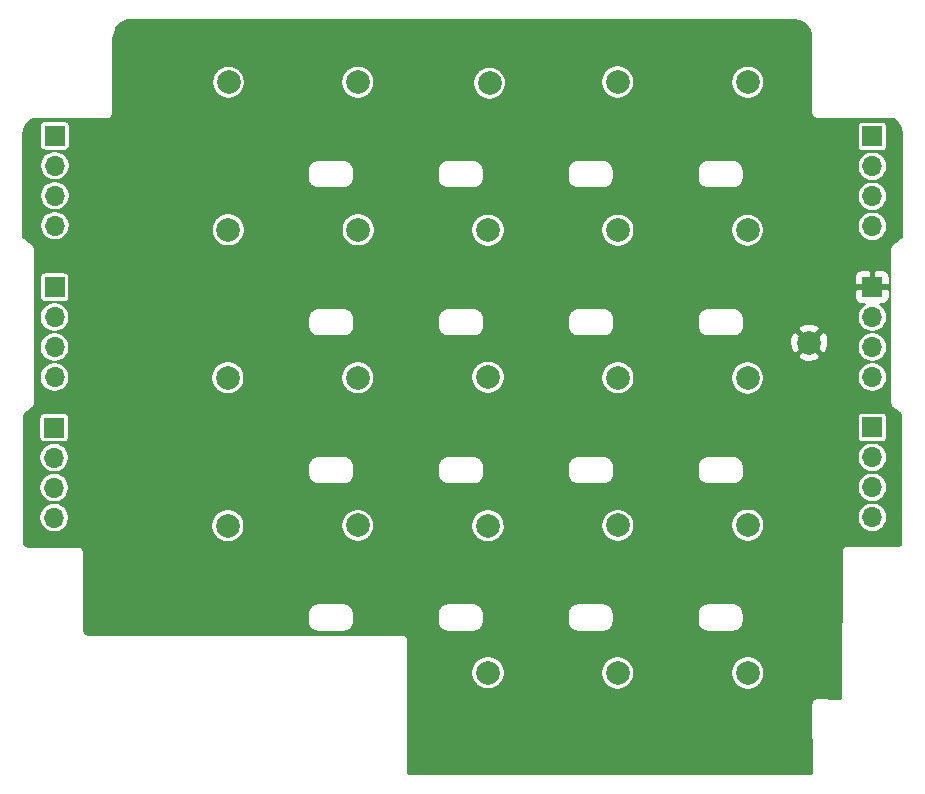
<source format=gbr>
%TF.GenerationSoftware,KiCad,Pcbnew,(5.1.10)-1*%
%TF.CreationDate,2021-12-09T03:00:40-05:00*%
%TF.ProjectId,top,746f702e-6b69-4636-9164-5f7063625858,rev?*%
%TF.SameCoordinates,Original*%
%TF.FileFunction,Copper,L2,Bot*%
%TF.FilePolarity,Positive*%
%FSLAX46Y46*%
G04 Gerber Fmt 4.6, Leading zero omitted, Abs format (unit mm)*
G04 Created by KiCad (PCBNEW (5.1.10)-1) date 2021-12-09 03:00:40*
%MOMM*%
%LPD*%
G01*
G04 APERTURE LIST*
%TA.AperFunction,ComponentPad*%
%ADD10C,2.000000*%
%TD*%
%TA.AperFunction,ComponentPad*%
%ADD11R,1.700000X1.700000*%
%TD*%
%TA.AperFunction,ComponentPad*%
%ADD12O,1.700000X1.700000*%
%TD*%
%TA.AperFunction,ViaPad*%
%ADD13C,0.800000*%
%TD*%
%TA.AperFunction,Conductor*%
%ADD14C,0.200000*%
%TD*%
%TA.AperFunction,Conductor*%
%ADD15C,0.150000*%
%TD*%
G04 APERTURE END LIST*
D10*
%TO.P,J28,1*%
%TO.N,Board_0-/top/GPIO_11*%
X151013940Y-86281600D03*
%TD*%
%TO.P,J25,1*%
%TO.N,Board_0-/top/GPIO_16*%
X139990340Y-73759400D03*
%TD*%
%TO.P,J24,1*%
%TO.N,Board_0-/top/GPIO_PLAY*%
X129017540Y-86256200D03*
%TD*%
%TO.P,J23,1*%
%TO.N,Board_0-/top/GPIO_FX*%
X128992140Y-98778400D03*
%TD*%
%TO.P,J22,1*%
%TO.N,Board_0-/top/GPIO_4*%
X139990340Y-111275200D03*
%TD*%
%TO.P,J21,1*%
%TO.N,Board_0-/top/GPIO_BPM*%
X151013940Y-123746600D03*
%TD*%
%TO.P,J20,1*%
%TO.N,Board_0-/top/GIPO_PATTERN*%
X161986740Y-123772000D03*
%TD*%
%TO.P,J19,1*%
%TO.N,Board_0-/top/GPIO_SOUND*%
X173010340Y-123772000D03*
%TD*%
%TO.P,J17,1*%
%TO.N,Board_0-/top/GPIO_13*%
X173010340Y-73759400D03*
%TD*%
%TO.P,J16,1*%
%TO.N,Board_0-/top/GPIO_14*%
X161986740Y-73734000D03*
%TD*%
%TO.P,J15,1*%
%TO.N,Board_0-/top/GPIO_SPECIAL*%
X128988000Y-111300600D03*
%TD*%
%TO.P,J14,1*%
%TO.N,Board_0-/top/GPIO_12*%
X140015740Y-86256200D03*
%TD*%
%TO.P,J13,1*%
%TO.N,Board_0-/top/GPIO_10*%
X162007060Y-86281600D03*
%TD*%
%TO.P,J12,1*%
%TO.N,Board_0-/top/GPIO_9*%
X172984940Y-86281600D03*
%TD*%
%TO.P,J11,1*%
%TO.N,Board_0-/top/GPIO_8*%
X139990340Y-98778400D03*
%TD*%
%TO.P,J10,1*%
%TO.N,Board_0-/top/GPIO_7*%
X151013940Y-98727600D03*
%TD*%
%TO.P,J9,1*%
%TO.N,Board_0-/top/GPIO_6*%
X162012140Y-98778400D03*
%TD*%
%TO.P,J8,1*%
%TO.N,Board_0-/top/GPIO_5*%
X172984940Y-98791100D03*
%TD*%
%TO.P,J7,1*%
%TO.N,Board_0-/top/GPIO_15*%
X151140940Y-73835600D03*
%TD*%
%TO.P,J6,1*%
%TO.N,Board_0-/top/GPIO_1*%
X173010340Y-111249800D03*
%TD*%
%TO.P,J5,1*%
%TO.N,Board_0-/top/GPIO_2*%
X162012140Y-111275200D03*
%TD*%
%TO.P,J4,1*%
%TO.N,Board_0-/top/GPIO_3*%
X151012400Y-111300600D03*
%TD*%
D11*
%TO.P,J33,1*%
%TO.N,Board_0-/top/GPIO_FX*%
X114285540Y-102994800D03*
D12*
%TO.P,J33,2*%
%TO.N,Board_0-/top/GPIO_3*%
X114285540Y-105534800D03*
%TO.P,J33,3*%
%TO.N,Board_0-/top/GPIO_4*%
X114285540Y-108074800D03*
%TO.P,J33,4*%
%TO.N,Board_0-/top/GPIO_SPECIAL*%
X114285540Y-110614800D03*
%TD*%
%TO.P,J32,4*%
%TO.N,Board_0-/top/GPIO_16*%
X114336340Y-85900600D03*
%TO.P,J32,3*%
%TO.N,Board_0-/top/GPIO_WRITE*%
X114336340Y-83360600D03*
%TO.P,J32,2*%
%TO.N,Board_0-/top/GPIO_15*%
X114336340Y-80820600D03*
D11*
%TO.P,J32,1*%
%TO.N,Board_0-/top/GPIO_14*%
X114336340Y-78280600D03*
%TD*%
%TO.P,J30,1*%
%TO.N,Board_0-/top/GPIO_13*%
X183551340Y-78331400D03*
D12*
%TO.P,J30,2*%
%TO.N,Board_0-/top/GPIO_9*%
X183551340Y-80871400D03*
%TO.P,J30,3*%
%TO.N,Board_0-/top/GPIO_10*%
X183551340Y-83411400D03*
%TO.P,J30,4*%
%TO.N,Board_0-/top/GPIO_11*%
X183551340Y-85951400D03*
%TD*%
D11*
%TO.P,J29,1*%
%TO.N,Board_0-/top/GPIO_12*%
X114310940Y-91107600D03*
D12*
%TO.P,J29,2*%
%TO.N,Board_0-/top/GPIO_PLAY*%
X114310940Y-93647600D03*
%TO.P,J29,3*%
%TO.N,Board_0-/top/GPIO_7*%
X114310940Y-96187600D03*
%TO.P,J29,4*%
%TO.N,Board_0-/top/GPIO_8*%
X114310940Y-98727600D03*
%TD*%
%TO.P,J27,4*%
%TO.N,Board_0-/top/GPIO_2*%
X183551340Y-98727600D03*
%TO.P,J27,3*%
%TO.N,Board_0-/top/GPIO_5*%
X183551340Y-96187600D03*
%TO.P,J27,2*%
%TO.N,Board_0-/top/GPIO_6*%
X183551340Y-93647600D03*
D11*
%TO.P,J27,1*%
%TO.N,Board_0-/top/GND*%
X183551340Y-91107600D03*
%TD*%
%TO.P,J26,1*%
%TO.N,Board_0-/top/GPIO_1*%
X183551340Y-102969400D03*
D12*
%TO.P,J26,2*%
%TO.N,Board_0-/top/GPIO_BPM*%
X183551340Y-105509400D03*
%TO.P,J26,3*%
%TO.N,Board_0-/top/GIPO_PATTERN*%
X183551340Y-108049400D03*
%TO.P,J26,4*%
%TO.N,Board_0-/top/GPIO_SOUND*%
X183551340Y-110589400D03*
%TD*%
D10*
%TO.P,J31,1*%
%TO.N,Board_0-/top/GND*%
X178217340Y-95806600D03*
%TD*%
%TO.P,J18,1*%
%TO.N,Board_0-/top/GPIO_WRITE*%
X129042940Y-73759400D03*
%TD*%
D13*
%TO.N,Board_0-/top/GND*%
X163078940Y-81150800D03*
X143444740Y-101801000D03*
X132344940Y-102055000D03*
X121829340Y-98880000D03*
X153757140Y-81582600D03*
X143190740Y-82293800D03*
X155992340Y-87602400D03*
X165237940Y-90040800D03*
X178115740Y-90193200D03*
X120914940Y-83741600D03*
%TD*%
D14*
%TO.N,Board_0-/top/GND*%
X177520596Y-68606223D02*
X177541330Y-68617741D01*
X177602593Y-68656031D01*
X177612138Y-68662635D01*
X177621332Y-68667743D01*
X177630246Y-68673314D01*
X177640637Y-68678468D01*
X177694586Y-68708439D01*
X177732316Y-68736737D01*
X177818284Y-68801213D01*
X177864023Y-68840418D01*
X178039189Y-69015584D01*
X178068533Y-69054709D01*
X178106819Y-69115967D01*
X178116738Y-69132316D01*
X178118532Y-69134708D01*
X178120117Y-69137244D01*
X178131787Y-69152381D01*
X178171558Y-69205409D01*
X178196913Y-69251048D01*
X178237705Y-69342831D01*
X178277763Y-69432962D01*
X178299963Y-69482913D01*
X178314233Y-69525722D01*
X178328586Y-69597487D01*
X178332627Y-69618133D01*
X178332892Y-69619015D01*
X178333074Y-69619927D01*
X178339251Y-69640214D01*
X178357258Y-69700237D01*
X178362468Y-69747128D01*
X178364404Y-69766576D01*
X178364910Y-69769104D01*
X178365194Y-69771664D01*
X178369239Y-69790751D01*
X178380000Y-69844557D01*
X178380000Y-69977896D01*
X178380001Y-76357885D01*
X178377823Y-76380000D01*
X178386511Y-76468215D01*
X178412243Y-76553041D01*
X178454029Y-76631216D01*
X178510263Y-76699737D01*
X178578784Y-76755971D01*
X178656959Y-76797757D01*
X178741785Y-76823489D01*
X178807895Y-76830000D01*
X178807896Y-76830000D01*
X178830000Y-76832177D01*
X178852105Y-76830000D01*
X184701165Y-76830000D01*
X184704419Y-76830273D01*
X184723255Y-76830000D01*
X184742105Y-76830000D01*
X184745358Y-76829680D01*
X185286696Y-76821834D01*
X185334586Y-76848439D01*
X185372316Y-76876737D01*
X185456442Y-76939832D01*
X185508770Y-76985618D01*
X185510361Y-76987279D01*
X185525397Y-77000167D01*
X185540309Y-77013215D01*
X185542181Y-77014553D01*
X185584023Y-77050418D01*
X185619189Y-77085584D01*
X185656922Y-77135894D01*
X185666785Y-77149691D01*
X185670175Y-77153565D01*
X185673264Y-77157684D01*
X185684726Y-77170195D01*
X185727551Y-77219137D01*
X185756819Y-77265967D01*
X185766738Y-77282316D01*
X185768532Y-77284708D01*
X185770117Y-77287244D01*
X185781787Y-77302381D01*
X185821558Y-77355409D01*
X185846913Y-77401048D01*
X185887763Y-77492962D01*
X185914956Y-77554145D01*
X185949963Y-77632913D01*
X185970938Y-77695836D01*
X185992893Y-77769022D01*
X186024910Y-77929107D01*
X186032476Y-77997206D01*
X186040000Y-78072442D01*
X186040000Y-78128150D01*
X186039976Y-78128397D01*
X186040000Y-78149926D01*
X186040000Y-78172105D01*
X186040025Y-78172359D01*
X186049746Y-86891901D01*
X185289852Y-87448113D01*
X185278784Y-87454029D01*
X185254155Y-87474242D01*
X185246374Y-87479937D01*
X185237081Y-87488254D01*
X185210263Y-87510263D01*
X185204105Y-87517766D01*
X185196874Y-87524238D01*
X185176035Y-87551970D01*
X185154029Y-87578785D01*
X185149454Y-87587344D01*
X185143623Y-87595104D01*
X185128601Y-87626357D01*
X185112243Y-87656960D01*
X185109423Y-87666256D01*
X185105222Y-87674996D01*
X185096590Y-87708559D01*
X185086511Y-87741786D01*
X185085559Y-87751454D01*
X185083144Y-87760844D01*
X185081226Y-87795451D01*
X185080000Y-87807896D01*
X185080000Y-87817562D01*
X185078238Y-87849349D01*
X185080000Y-87861765D01*
X185080001Y-100904824D01*
X185078580Y-100913858D01*
X185080001Y-100949072D01*
X185080001Y-100962105D01*
X185080892Y-100971151D01*
X185082154Y-101002427D01*
X185085227Y-101015168D01*
X185086512Y-101028215D01*
X185095600Y-101058174D01*
X185102938Y-101088597D01*
X185108438Y-101100495D01*
X185112244Y-101113041D01*
X185126996Y-101140639D01*
X185140133Y-101169058D01*
X185147854Y-101179661D01*
X185154030Y-101191216D01*
X185173876Y-101215398D01*
X185192312Y-101240717D01*
X185201953Y-101249610D01*
X185210264Y-101259737D01*
X185234450Y-101279586D01*
X185241141Y-101285758D01*
X185251556Y-101293625D01*
X185278785Y-101315971D01*
X185286845Y-101320279D01*
X186020000Y-101874046D01*
X186020001Y-112677886D01*
X186020000Y-112677896D01*
X186020000Y-112701988D01*
X186018236Y-112716099D01*
X186016511Y-112721786D01*
X186012742Y-112760052D01*
X186010734Y-112776119D01*
X186010646Y-112779462D01*
X185997732Y-112809596D01*
X185990083Y-112826727D01*
X185989009Y-112829950D01*
X185987678Y-112833055D01*
X185986608Y-112836432D01*
X185976977Y-112853288D01*
X185961780Y-112876082D01*
X185953187Y-112883243D01*
X185937433Y-112896172D01*
X185936238Y-112897367D01*
X185934936Y-112898452D01*
X185920607Y-112912998D01*
X185907749Y-112925856D01*
X185872458Y-112946022D01*
X185858778Y-112953316D01*
X185853285Y-112956978D01*
X185847545Y-112960258D01*
X185843244Y-112963311D01*
X185838956Y-112965149D01*
X185803580Y-112975256D01*
X185793383Y-112977806D01*
X185778021Y-112980000D01*
X181443190Y-112980000D01*
X181422189Y-112977829D01*
X181398995Y-112980000D01*
X181397895Y-112980000D01*
X181376802Y-112982077D01*
X181333934Y-112986090D01*
X181332885Y-112986403D01*
X181331785Y-112986511D01*
X181290182Y-112999131D01*
X181248985Y-113011411D01*
X181248019Y-113011922D01*
X181246959Y-113012243D01*
X181208598Y-113032748D01*
X181170608Y-113052818D01*
X181169759Y-113053508D01*
X181168784Y-113054029D01*
X181135194Y-113081596D01*
X181101816Y-113108719D01*
X181101118Y-113109562D01*
X181100263Y-113110263D01*
X181072735Y-113143806D01*
X181045250Y-113176967D01*
X181044728Y-113177932D01*
X181044029Y-113178784D01*
X181023602Y-113216999D01*
X181003086Y-113254939D01*
X181002763Y-113255987D01*
X181002243Y-113256959D01*
X180989658Y-113298446D01*
X180976944Y-113339639D01*
X180976831Y-113340729D01*
X180976511Y-113341785D01*
X180972259Y-113384955D01*
X180970113Y-113405717D01*
X180970108Y-113406801D01*
X180967823Y-113430000D01*
X180969894Y-113451024D01*
X180910108Y-125796801D01*
X180910000Y-125797896D01*
X180910000Y-125819068D01*
X180909945Y-125830466D01*
X180906511Y-125841786D01*
X180904936Y-125857781D01*
X180901374Y-125873445D01*
X180901073Y-125884510D01*
X180900083Y-125886727D01*
X180897274Y-125895153D01*
X180895794Y-125898853D01*
X180892177Y-125902279D01*
X180887433Y-125906172D01*
X180876131Y-125917474D01*
X180874663Y-125918864D01*
X180861619Y-125924688D01*
X180855154Y-125927274D01*
X180846976Y-125930000D01*
X180832197Y-125930000D01*
X178873990Y-125910220D01*
X178849237Y-125907824D01*
X178807781Y-125911977D01*
X178766269Y-125915643D01*
X178763700Y-125916394D01*
X178761036Y-125916661D01*
X178721161Y-125928831D01*
X178681188Y-125940517D01*
X178678817Y-125941754D01*
X178676254Y-125942536D01*
X178639535Y-125962243D01*
X178602595Y-125981511D01*
X178600509Y-125983188D01*
X178598150Y-125984454D01*
X178565998Y-126010932D01*
X178533509Y-126037050D01*
X178531788Y-126039104D01*
X178529724Y-126040804D01*
X178503365Y-126073033D01*
X178476586Y-126105000D01*
X178475300Y-126107349D01*
X178473606Y-126109420D01*
X178454023Y-126146206D01*
X178434013Y-126182749D01*
X178433211Y-126185300D01*
X178431952Y-126187665D01*
X178419919Y-126227574D01*
X178407425Y-126267311D01*
X178407136Y-126269972D01*
X178406363Y-126272535D01*
X178402348Y-126314019D01*
X178397847Y-126355433D01*
X178400034Y-126380205D01*
X178409923Y-132234737D01*
X178404096Y-132253876D01*
X178393881Y-132280568D01*
X178391833Y-132292561D01*
X178387433Y-132296172D01*
X178381502Y-132302103D01*
X178374331Y-132306617D01*
X178368899Y-132309877D01*
X178348779Y-132311880D01*
X178346555Y-132311374D01*
X178318222Y-132310602D01*
X178312105Y-132310000D01*
X178296100Y-132310000D01*
X178257946Y-132308961D01*
X178251862Y-132310000D01*
X144325394Y-132310000D01*
X144310188Y-132306198D01*
X144301737Y-132303625D01*
X144284097Y-132282131D01*
X144280000Y-132276668D01*
X144280000Y-123608712D01*
X149613940Y-123608712D01*
X149613940Y-123884488D01*
X149667741Y-124154965D01*
X149773276Y-124409749D01*
X149926489Y-124639048D01*
X150121492Y-124834051D01*
X150350791Y-124987264D01*
X150605575Y-125092799D01*
X150876052Y-125146600D01*
X151151828Y-125146600D01*
X151422305Y-125092799D01*
X151677089Y-124987264D01*
X151906388Y-124834051D01*
X152101391Y-124639048D01*
X152254604Y-124409749D01*
X152360139Y-124154965D01*
X152413940Y-123884488D01*
X152413940Y-123634112D01*
X160586740Y-123634112D01*
X160586740Y-123909888D01*
X160640541Y-124180365D01*
X160746076Y-124435149D01*
X160899289Y-124664448D01*
X161094292Y-124859451D01*
X161323591Y-125012664D01*
X161578375Y-125118199D01*
X161848852Y-125172000D01*
X162124628Y-125172000D01*
X162395105Y-125118199D01*
X162649889Y-125012664D01*
X162879188Y-124859451D01*
X163074191Y-124664448D01*
X163227404Y-124435149D01*
X163332939Y-124180365D01*
X163386740Y-123909888D01*
X163386740Y-123634112D01*
X171610340Y-123634112D01*
X171610340Y-123909888D01*
X171664141Y-124180365D01*
X171769676Y-124435149D01*
X171922889Y-124664448D01*
X172117892Y-124859451D01*
X172347191Y-125012664D01*
X172601975Y-125118199D01*
X172872452Y-125172000D01*
X173148228Y-125172000D01*
X173418705Y-125118199D01*
X173673489Y-125012664D01*
X173902788Y-124859451D01*
X174097791Y-124664448D01*
X174251004Y-124435149D01*
X174356539Y-124180365D01*
X174410340Y-123909888D01*
X174410340Y-123634112D01*
X174356539Y-123363635D01*
X174251004Y-123108851D01*
X174097791Y-122879552D01*
X173902788Y-122684549D01*
X173673489Y-122531336D01*
X173418705Y-122425801D01*
X173148228Y-122372000D01*
X172872452Y-122372000D01*
X172601975Y-122425801D01*
X172347191Y-122531336D01*
X172117892Y-122684549D01*
X171922889Y-122879552D01*
X171769676Y-123108851D01*
X171664141Y-123363635D01*
X171610340Y-123634112D01*
X163386740Y-123634112D01*
X163332939Y-123363635D01*
X163227404Y-123108851D01*
X163074191Y-122879552D01*
X162879188Y-122684549D01*
X162649889Y-122531336D01*
X162395105Y-122425801D01*
X162124628Y-122372000D01*
X161848852Y-122372000D01*
X161578375Y-122425801D01*
X161323591Y-122531336D01*
X161094292Y-122684549D01*
X160899289Y-122879552D01*
X160746076Y-123108851D01*
X160640541Y-123363635D01*
X160586740Y-123634112D01*
X152413940Y-123634112D01*
X152413940Y-123608712D01*
X152360139Y-123338235D01*
X152254604Y-123083451D01*
X152101391Y-122854152D01*
X151906388Y-122659149D01*
X151677089Y-122505936D01*
X151422305Y-122400401D01*
X151151828Y-122346600D01*
X150876052Y-122346600D01*
X150605575Y-122400401D01*
X150350791Y-122505936D01*
X150121492Y-122659149D01*
X149926489Y-122854152D01*
X149773276Y-123083451D01*
X149667741Y-123338235D01*
X149613940Y-123608712D01*
X144280000Y-123608712D01*
X144280000Y-121022105D01*
X144282177Y-121000000D01*
X144277695Y-120954486D01*
X144273489Y-120911785D01*
X144247757Y-120826959D01*
X144205971Y-120748784D01*
X144149737Y-120680263D01*
X144081216Y-120624029D01*
X144003041Y-120582243D01*
X143918215Y-120556511D01*
X143903868Y-120555098D01*
X143852105Y-120550000D01*
X143830000Y-120547823D01*
X143807896Y-120550000D01*
X117183023Y-120550000D01*
X117144849Y-120537275D01*
X117124500Y-120529136D01*
X117116706Y-120525239D01*
X117062568Y-120492756D01*
X117051435Y-120486076D01*
X117015580Y-120459185D01*
X116902855Y-120346460D01*
X116885254Y-120317450D01*
X116874498Y-120299523D01*
X116873840Y-120298636D01*
X116873262Y-120297684D01*
X116867235Y-120289648D01*
X116862650Y-120279967D01*
X116859604Y-120272351D01*
X116853195Y-120260000D01*
X116847244Y-120247433D01*
X116843021Y-120240395D01*
X116829006Y-120213387D01*
X116823036Y-120205929D01*
X116813159Y-120181236D01*
X116808788Y-120159382D01*
X116808626Y-120153444D01*
X116800109Y-120115987D01*
X116796926Y-120100073D01*
X116795205Y-120094419D01*
X116793897Y-120088669D01*
X116789903Y-120076687D01*
X116787834Y-120055900D01*
X116783489Y-120011786D01*
X116780000Y-120000284D01*
X116780000Y-119879669D01*
X116780689Y-119440473D01*
X135757823Y-119440473D01*
X135762130Y-119483733D01*
X135766511Y-119528215D01*
X135773029Y-119549702D01*
X135776507Y-119567092D01*
X135778075Y-119577696D01*
X135780839Y-119588750D01*
X135783074Y-119599927D01*
X135786198Y-119610188D01*
X135789295Y-119622574D01*
X135793881Y-119649432D01*
X135807926Y-119686135D01*
X135821148Y-119723142D01*
X135835147Y-119746522D01*
X135840342Y-119756912D01*
X135842062Y-119762604D01*
X135860149Y-119796527D01*
X135867394Y-119811017D01*
X135870537Y-119816010D01*
X135873316Y-119821222D01*
X135882317Y-119834724D01*
X135902783Y-119867235D01*
X135905211Y-119869799D01*
X135906738Y-119872316D01*
X135912509Y-119880011D01*
X135917840Y-119888007D01*
X135925759Y-119897677D01*
X135929356Y-119902473D01*
X135934029Y-119911216D01*
X135955903Y-119937869D01*
X135963264Y-119947684D01*
X135969922Y-119954951D01*
X135976172Y-119962567D01*
X135984843Y-119971238D01*
X135997686Y-119985256D01*
X135998401Y-119986266D01*
X135999986Y-119987767D01*
X136008138Y-119996665D01*
X136013653Y-120000710D01*
X136024980Y-120011436D01*
X136028401Y-120016266D01*
X136051685Y-120038315D01*
X136073734Y-120061599D01*
X136083802Y-120068730D01*
X136092764Y-120077217D01*
X136119903Y-120094301D01*
X136146069Y-120112834D01*
X136177549Y-120126889D01*
X136273477Y-120174853D01*
X136296857Y-120188852D01*
X136333871Y-120202076D01*
X136370568Y-120216119D01*
X136397425Y-120220705D01*
X136442304Y-120231925D01*
X136442306Y-120231925D01*
X136482304Y-120241925D01*
X136482306Y-120241925D01*
X136490034Y-120243857D01*
X136521785Y-120253489D01*
X136555013Y-120256762D01*
X136588019Y-120261642D01*
X136621134Y-120260000D01*
X138788132Y-120260000D01*
X138810473Y-120262177D01*
X138853976Y-120257846D01*
X138898215Y-120253489D01*
X138919702Y-120246971D01*
X138937092Y-120243493D01*
X138947696Y-120241925D01*
X138958750Y-120239161D01*
X138969927Y-120236926D01*
X138980188Y-120233802D01*
X138992574Y-120230705D01*
X139019432Y-120226119D01*
X139056135Y-120212074D01*
X139093142Y-120198852D01*
X139102573Y-120193205D01*
X139110585Y-120191202D01*
X139121091Y-120187448D01*
X139153040Y-120177757D01*
X139162762Y-120172561D01*
X139173142Y-120168852D01*
X139201780Y-120151705D01*
X139231216Y-120135971D01*
X139239737Y-120128978D01*
X139249195Y-120123315D01*
X139273934Y-120100913D01*
X139282567Y-120093828D01*
X139285580Y-120090815D01*
X139290023Y-120087483D01*
X139298007Y-120082160D01*
X139307663Y-120074253D01*
X139312478Y-120070642D01*
X139321216Y-120065971D01*
X139347855Y-120044109D01*
X139357684Y-120036737D01*
X139364960Y-120030071D01*
X139372567Y-120023828D01*
X139381232Y-120015163D01*
X139395257Y-120002314D01*
X139396266Y-120001599D01*
X139397766Y-120000015D01*
X139406665Y-119991862D01*
X139410710Y-119986347D01*
X139422526Y-119973869D01*
X139433828Y-119962567D01*
X139437721Y-119957823D01*
X139457217Y-119937236D01*
X139465778Y-119923637D01*
X139475971Y-119911216D01*
X139477866Y-119907670D01*
X139497217Y-119887236D01*
X139505778Y-119873637D01*
X139515971Y-119861216D01*
X139529334Y-119836214D01*
X139532606Y-119831017D01*
X139539761Y-119816708D01*
X139557756Y-119783040D01*
X139558595Y-119780273D01*
X139568852Y-119763143D01*
X139582076Y-119726129D01*
X139596119Y-119689432D01*
X139598287Y-119676734D01*
X139602071Y-119666144D01*
X139616119Y-119629432D01*
X139620705Y-119602577D01*
X139623802Y-119590186D01*
X139626926Y-119579927D01*
X139629161Y-119568751D01*
X139631925Y-119557696D01*
X139633493Y-119547091D01*
X139636971Y-119529702D01*
X139643489Y-119508215D01*
X139647870Y-119463733D01*
X139652177Y-119420474D01*
X139651357Y-119412054D01*
X146748961Y-119412054D01*
X146753158Y-119436632D01*
X146755226Y-119461486D01*
X146760000Y-119478127D01*
X146760000Y-119482105D01*
X146760602Y-119488214D01*
X146761374Y-119516555D01*
X146764935Y-119532218D01*
X146766511Y-119548215D01*
X146774745Y-119575358D01*
X146776103Y-119581331D01*
X146781149Y-119596469D01*
X146789587Y-119624287D01*
X146793881Y-119649432D01*
X146807926Y-119686135D01*
X146821148Y-119723142D01*
X146831309Y-119740112D01*
X146832062Y-119742604D01*
X146850149Y-119776527D01*
X146857394Y-119791017D01*
X146860537Y-119796010D01*
X146863316Y-119801222D01*
X146872317Y-119814724D01*
X146877789Y-119823417D01*
X146890249Y-119846727D01*
X146897394Y-119861017D01*
X146900663Y-119866210D01*
X146914029Y-119891216D01*
X146924224Y-119903639D01*
X146932783Y-119917235D01*
X146952275Y-119937818D01*
X146956172Y-119942567D01*
X146967481Y-119953876D01*
X146993733Y-119981598D01*
X146998772Y-119985167D01*
X147024832Y-120011227D01*
X147028401Y-120016266D01*
X147056131Y-120042526D01*
X147067433Y-120053828D01*
X147072177Y-120057721D01*
X147092764Y-120077217D01*
X147106363Y-120085778D01*
X147118784Y-120095971D01*
X147143789Y-120109337D01*
X147148983Y-120112606D01*
X147163276Y-120119752D01*
X147186580Y-120132209D01*
X147195283Y-120137687D01*
X147208778Y-120146684D01*
X147213989Y-120149462D01*
X147218983Y-120152606D01*
X147233483Y-120159856D01*
X147267397Y-120177938D01*
X147269885Y-120178690D01*
X147286857Y-120188852D01*
X147323871Y-120202076D01*
X147360568Y-120216119D01*
X147387425Y-120220705D01*
X147399814Y-120223802D01*
X147410073Y-120226926D01*
X147421249Y-120229161D01*
X147432304Y-120231925D01*
X147442909Y-120233493D01*
X147471252Y-120239162D01*
X147490034Y-120243857D01*
X147521785Y-120253489D01*
X147555013Y-120256762D01*
X147588019Y-120261642D01*
X147621134Y-120260000D01*
X149778866Y-120260000D01*
X149811980Y-120261642D01*
X149844986Y-120256762D01*
X149878215Y-120253489D01*
X149909968Y-120243857D01*
X149922301Y-120240773D01*
X149932054Y-120241039D01*
X149959991Y-120236269D01*
X149988215Y-120233489D01*
X150003597Y-120228823D01*
X150019432Y-120226119D01*
X150045901Y-120215990D01*
X150073041Y-120207757D01*
X150097840Y-120194502D01*
X150099961Y-120193858D01*
X150110585Y-120191202D01*
X150121091Y-120187448D01*
X150153040Y-120177757D01*
X150162762Y-120172561D01*
X150173142Y-120168852D01*
X150201780Y-120151705D01*
X150231216Y-120135971D01*
X150239737Y-120128978D01*
X150249195Y-120123315D01*
X150273934Y-120100913D01*
X150274683Y-120100298D01*
X150276211Y-120099337D01*
X150301216Y-120085971D01*
X150313637Y-120075778D01*
X150327236Y-120067217D01*
X150347823Y-120047721D01*
X150352567Y-120043828D01*
X150363869Y-120032526D01*
X150372861Y-120024011D01*
X150376266Y-120021599D01*
X150383724Y-120013724D01*
X150391599Y-120006266D01*
X150394011Y-120002861D01*
X150402526Y-119993869D01*
X150413828Y-119982567D01*
X150417721Y-119977823D01*
X150437217Y-119957236D01*
X150445778Y-119943637D01*
X150455971Y-119931216D01*
X150461252Y-119921336D01*
X150485971Y-119891216D01*
X150493059Y-119877956D01*
X150507687Y-119854717D01*
X150516684Y-119841222D01*
X150519462Y-119836011D01*
X150522606Y-119831017D01*
X150529856Y-119816517D01*
X150547938Y-119782603D01*
X150549657Y-119776916D01*
X150562377Y-119751475D01*
X150589748Y-119696733D01*
X150607757Y-119663041D01*
X150615989Y-119635903D01*
X150626119Y-119609432D01*
X150628823Y-119593597D01*
X150633489Y-119578215D01*
X150636269Y-119549992D01*
X150641039Y-119522055D01*
X150640395Y-119498415D01*
X150643489Y-119488215D01*
X150647870Y-119443733D01*
X150652177Y-119400474D01*
X150650000Y-119378133D01*
X150650000Y-119365895D01*
X157748043Y-119365895D01*
X157750001Y-119395084D01*
X157750001Y-119402105D01*
X157751478Y-119417099D01*
X157752489Y-119432175D01*
X157753647Y-119439120D01*
X157756512Y-119468215D01*
X157760000Y-119479713D01*
X157760000Y-119482105D01*
X157760602Y-119488214D01*
X157761374Y-119516555D01*
X157764935Y-119532218D01*
X157766511Y-119548215D01*
X157774745Y-119575358D01*
X157776103Y-119581331D01*
X157781149Y-119596469D01*
X157789587Y-119624287D01*
X157793881Y-119649432D01*
X157807926Y-119686135D01*
X157821148Y-119723142D01*
X157831309Y-119740112D01*
X157832062Y-119742604D01*
X157850149Y-119776527D01*
X157857394Y-119791017D01*
X157860537Y-119796010D01*
X157863316Y-119801222D01*
X157872317Y-119814724D01*
X157877789Y-119823417D01*
X157890249Y-119846727D01*
X157897394Y-119861017D01*
X157900663Y-119866210D01*
X157914029Y-119891216D01*
X157924224Y-119903639D01*
X157932783Y-119917235D01*
X157952275Y-119937818D01*
X157956172Y-119942567D01*
X157967481Y-119953876D01*
X157993733Y-119981598D01*
X157998772Y-119985167D01*
X158036339Y-120022734D01*
X158050598Y-120040072D01*
X158084360Y-120067720D01*
X158118784Y-120095971D01*
X158132044Y-120103059D01*
X158155283Y-120117687D01*
X158168778Y-120126684D01*
X158173989Y-120129462D01*
X158178983Y-120132606D01*
X158193483Y-120139856D01*
X158227397Y-120157938D01*
X158233084Y-120159657D01*
X158263477Y-120174853D01*
X158286857Y-120188852D01*
X158323871Y-120202076D01*
X158360568Y-120216119D01*
X158387425Y-120220705D01*
X158399814Y-120223802D01*
X158410073Y-120226926D01*
X158421249Y-120229161D01*
X158432304Y-120231925D01*
X158442909Y-120233493D01*
X158471252Y-120239162D01*
X158490034Y-120243857D01*
X158521785Y-120253489D01*
X158555013Y-120256762D01*
X158588019Y-120261642D01*
X158621134Y-120260000D01*
X160778866Y-120260000D01*
X160811980Y-120261642D01*
X160844986Y-120256762D01*
X160878215Y-120253489D01*
X160909968Y-120243857D01*
X160917696Y-120241925D01*
X160922302Y-120240773D01*
X160932054Y-120241039D01*
X160959991Y-120236269D01*
X160988215Y-120233489D01*
X161003597Y-120228823D01*
X161019432Y-120226119D01*
X161045901Y-120215990D01*
X161073041Y-120207757D01*
X161097225Y-120194830D01*
X161122990Y-120188972D01*
X161147674Y-120177951D01*
X161173142Y-120168852D01*
X161188064Y-120159917D01*
X161203931Y-120152833D01*
X161225988Y-120137210D01*
X161249195Y-120123315D01*
X161262082Y-120111645D01*
X161276266Y-120101599D01*
X161280661Y-120096958D01*
X161301216Y-120085971D01*
X161313637Y-120075778D01*
X161327236Y-120067217D01*
X161347823Y-120047721D01*
X161352567Y-120043828D01*
X161363869Y-120032526D01*
X161372861Y-120024011D01*
X161376266Y-120021599D01*
X161383724Y-120013724D01*
X161391599Y-120006266D01*
X161394011Y-120002861D01*
X161402526Y-119993869D01*
X161413828Y-119982567D01*
X161417721Y-119977823D01*
X161437217Y-119957236D01*
X161445778Y-119943637D01*
X161455971Y-119931216D01*
X161461252Y-119921336D01*
X161485971Y-119891216D01*
X161493059Y-119877956D01*
X161507687Y-119854717D01*
X161516684Y-119841222D01*
X161519462Y-119836011D01*
X161522606Y-119831017D01*
X161529856Y-119816517D01*
X161547938Y-119782603D01*
X161549657Y-119776916D01*
X161562377Y-119751475D01*
X161564853Y-119746523D01*
X161578852Y-119723143D01*
X161592076Y-119686129D01*
X161606119Y-119649432D01*
X161610705Y-119622575D01*
X161621925Y-119577696D01*
X161621925Y-119577694D01*
X161623802Y-119570186D01*
X161626926Y-119559927D01*
X161629161Y-119548751D01*
X161631925Y-119537696D01*
X161633493Y-119527091D01*
X161636971Y-119509702D01*
X161643489Y-119488215D01*
X161647870Y-119443733D01*
X161652177Y-119400474D01*
X161650000Y-119378133D01*
X161650000Y-118769146D01*
X161651957Y-118754105D01*
X161650000Y-118724930D01*
X161650000Y-118719527D01*
X168747823Y-118719527D01*
X168750000Y-118741868D01*
X168750001Y-119357886D01*
X168750000Y-119357896D01*
X168750000Y-119408866D01*
X168748358Y-119441980D01*
X168753238Y-119474986D01*
X168756511Y-119508215D01*
X168759105Y-119516766D01*
X168758961Y-119522054D01*
X168763731Y-119549991D01*
X168766511Y-119578215D01*
X168771177Y-119593597D01*
X168773881Y-119609432D01*
X168784010Y-119635901D01*
X168792243Y-119663041D01*
X168802722Y-119682646D01*
X168803881Y-119689432D01*
X168817926Y-119726135D01*
X168831148Y-119763142D01*
X168841862Y-119781036D01*
X168850249Y-119796728D01*
X168857394Y-119811017D01*
X168860663Y-119816211D01*
X168874029Y-119841216D01*
X168884222Y-119853637D01*
X168892783Y-119867236D01*
X168910488Y-119885932D01*
X168910663Y-119886210D01*
X168924029Y-119911216D01*
X168934224Y-119923639D01*
X168942783Y-119937235D01*
X168962275Y-119957818D01*
X168966172Y-119962567D01*
X168977481Y-119973876D01*
X168985988Y-119982860D01*
X168988401Y-119986266D01*
X168996277Y-119993724D01*
X169003733Y-120001598D01*
X169007138Y-120004010D01*
X169016131Y-120012526D01*
X169027433Y-120023828D01*
X169032177Y-120027721D01*
X169052764Y-120047217D01*
X169066363Y-120055778D01*
X169078784Y-120065971D01*
X169082330Y-120067866D01*
X169102764Y-120087217D01*
X169116363Y-120095778D01*
X169128784Y-120105971D01*
X169153786Y-120119334D01*
X169158983Y-120122606D01*
X169173292Y-120129761D01*
X169206960Y-120147756D01*
X169212866Y-120149548D01*
X169238983Y-120162606D01*
X169263479Y-120174854D01*
X169286857Y-120188852D01*
X169323856Y-120202071D01*
X169360568Y-120216119D01*
X169387423Y-120220705D01*
X169432304Y-120231925D01*
X169432306Y-120231925D01*
X169439814Y-120233802D01*
X169450073Y-120236926D01*
X169461249Y-120239161D01*
X169472304Y-120241925D01*
X169482909Y-120243493D01*
X169500298Y-120246971D01*
X169521785Y-120253489D01*
X169565992Y-120257843D01*
X169609526Y-120262177D01*
X169631867Y-120260000D01*
X171740854Y-120260000D01*
X171755895Y-120261957D01*
X171785070Y-120260000D01*
X171792105Y-120260000D01*
X171807131Y-120258520D01*
X171822175Y-120257511D01*
X171829106Y-120256356D01*
X171858215Y-120253489D01*
X171872735Y-120249084D01*
X171899931Y-120244552D01*
X171917696Y-120241925D01*
X171921704Y-120240923D01*
X171925784Y-120240243D01*
X171943159Y-120235559D01*
X171957692Y-120231926D01*
X171957696Y-120231925D01*
X172002574Y-120220705D01*
X172029432Y-120216119D01*
X172066135Y-120202074D01*
X172084457Y-120195528D01*
X172089961Y-120193858D01*
X172100585Y-120191202D01*
X172111091Y-120187448D01*
X172143040Y-120177757D01*
X172152762Y-120172561D01*
X172163142Y-120168852D01*
X172191780Y-120151705D01*
X172221216Y-120135971D01*
X172229737Y-120128978D01*
X172239195Y-120123315D01*
X172251031Y-120112597D01*
X172256210Y-120109337D01*
X172281216Y-120095971D01*
X172293639Y-120085776D01*
X172307235Y-120077217D01*
X172327818Y-120057725D01*
X172332567Y-120053828D01*
X172343876Y-120042519D01*
X172371598Y-120016267D01*
X172375167Y-120011228D01*
X172412734Y-119973661D01*
X172430072Y-119959402D01*
X172457897Y-119925424D01*
X172485971Y-119891216D01*
X172493059Y-119877956D01*
X172507687Y-119854717D01*
X172516684Y-119841222D01*
X172519462Y-119836011D01*
X172522606Y-119831017D01*
X172529858Y-119816514D01*
X172547938Y-119782603D01*
X172549656Y-119776918D01*
X172552378Y-119771474D01*
X172552379Y-119771473D01*
X172562378Y-119751474D01*
X172562380Y-119751470D01*
X172564853Y-119746523D01*
X172578852Y-119723143D01*
X172592076Y-119686129D01*
X172606119Y-119649432D01*
X172610705Y-119622575D01*
X172621925Y-119577696D01*
X172621925Y-119577694D01*
X172623802Y-119570186D01*
X172626926Y-119559927D01*
X172629161Y-119548751D01*
X172631925Y-119537696D01*
X172633493Y-119527091D01*
X172636971Y-119509702D01*
X172643489Y-119488215D01*
X172647870Y-119443733D01*
X172652177Y-119400474D01*
X172650000Y-119378133D01*
X172650000Y-118769146D01*
X172651957Y-118754105D01*
X172650000Y-118724930D01*
X172650000Y-118717895D01*
X172648520Y-118702869D01*
X172647511Y-118687825D01*
X172646356Y-118680895D01*
X172643489Y-118651785D01*
X172639084Y-118637265D01*
X172636316Y-118620654D01*
X172635596Y-118613424D01*
X172632685Y-118598868D01*
X172630243Y-118584217D01*
X172628351Y-118577199D01*
X172623493Y-118552909D01*
X172621925Y-118542304D01*
X172619161Y-118531249D01*
X172616926Y-118520073D01*
X172613802Y-118509814D01*
X172610705Y-118497423D01*
X172606119Y-118470568D01*
X172592071Y-118433856D01*
X172578852Y-118396857D01*
X172564854Y-118373479D01*
X172559550Y-118362871D01*
X172557757Y-118356960D01*
X172539752Y-118323276D01*
X172532606Y-118308983D01*
X172529337Y-118303789D01*
X172515971Y-118278784D01*
X172505778Y-118266363D01*
X172497217Y-118252764D01*
X172494788Y-118250199D01*
X172493262Y-118247684D01*
X172491033Y-118244711D01*
X172477217Y-118222764D01*
X172468553Y-118213615D01*
X172465971Y-118208784D01*
X172444097Y-118182131D01*
X172436736Y-118172316D01*
X172430078Y-118165049D01*
X172423828Y-118157433D01*
X172415157Y-118148762D01*
X172391862Y-118123335D01*
X172383866Y-118117471D01*
X172363667Y-118097272D01*
X172349403Y-118079928D01*
X172315269Y-118051976D01*
X172281216Y-118024029D01*
X172267956Y-118016941D01*
X172244717Y-118002313D01*
X172231222Y-117993316D01*
X172226010Y-117990537D01*
X172221017Y-117987394D01*
X172206528Y-117980149D01*
X172172604Y-117962062D01*
X172166913Y-117960342D01*
X172161017Y-117957394D01*
X172136520Y-117945146D01*
X172113142Y-117931148D01*
X172076135Y-117917926D01*
X172039432Y-117903881D01*
X172034683Y-117903070D01*
X172033477Y-117902424D01*
X172006124Y-117894096D01*
X171979432Y-117883881D01*
X171942025Y-117877494D01*
X171919702Y-117873029D01*
X171898215Y-117866511D01*
X171853976Y-117862154D01*
X171810473Y-117857823D01*
X171788132Y-117860000D01*
X169659146Y-117860000D01*
X169644105Y-117858043D01*
X169614930Y-117860000D01*
X169607895Y-117860000D01*
X169592869Y-117861480D01*
X169577825Y-117862489D01*
X169570895Y-117863644D01*
X169541785Y-117866511D01*
X169527265Y-117870916D01*
X169510654Y-117873684D01*
X169503424Y-117874404D01*
X169488868Y-117877315D01*
X169474217Y-117879757D01*
X169467199Y-117881649D01*
X169442909Y-117886507D01*
X169432304Y-117888075D01*
X169421249Y-117890839D01*
X169410073Y-117893074D01*
X169399814Y-117896198D01*
X169387423Y-117899295D01*
X169360568Y-117903881D01*
X169323856Y-117917929D01*
X169286857Y-117931148D01*
X169263477Y-117945147D01*
X169252871Y-117950450D01*
X169246960Y-117952243D01*
X169213276Y-117970248D01*
X169198983Y-117977394D01*
X169193789Y-117980663D01*
X169168784Y-117994029D01*
X169157981Y-118002895D01*
X169148983Y-118007394D01*
X169143786Y-118010666D01*
X169118784Y-118024029D01*
X169106363Y-118034222D01*
X169092764Y-118042783D01*
X169072177Y-118062279D01*
X169067433Y-118066172D01*
X169056131Y-118077474D01*
X169028401Y-118103734D01*
X169024832Y-118108773D01*
X168987272Y-118146333D01*
X168969928Y-118160597D01*
X168941976Y-118194731D01*
X168914029Y-118228784D01*
X168906938Y-118242050D01*
X168892317Y-118265276D01*
X168883316Y-118278778D01*
X168880537Y-118283990D01*
X168877394Y-118288983D01*
X168870149Y-118303473D01*
X168852062Y-118337396D01*
X168850342Y-118343086D01*
X168837395Y-118368981D01*
X168837394Y-118368983D01*
X168825146Y-118393480D01*
X168811148Y-118416858D01*
X168797926Y-118453865D01*
X168783881Y-118490568D01*
X168779295Y-118517426D01*
X168776142Y-118530038D01*
X168766511Y-118561786D01*
X168763239Y-118595012D01*
X168759028Y-118623489D01*
X168756511Y-118631786D01*
X168752204Y-118675521D01*
X168747823Y-118719527D01*
X161650000Y-118719527D01*
X161650000Y-118717895D01*
X161648520Y-118702869D01*
X161647511Y-118687825D01*
X161646356Y-118680895D01*
X161643489Y-118651785D01*
X161639084Y-118637265D01*
X161636316Y-118620654D01*
X161635596Y-118613424D01*
X161632685Y-118598868D01*
X161630243Y-118584217D01*
X161628351Y-118577199D01*
X161623493Y-118552909D01*
X161621925Y-118542304D01*
X161619161Y-118531249D01*
X161616926Y-118520073D01*
X161613802Y-118509814D01*
X161610705Y-118497423D01*
X161606119Y-118470568D01*
X161592071Y-118433856D01*
X161578852Y-118396857D01*
X161564854Y-118373479D01*
X161559657Y-118363084D01*
X161557938Y-118357397D01*
X161539856Y-118323483D01*
X161532606Y-118308983D01*
X161529462Y-118303989D01*
X161526684Y-118298778D01*
X161517687Y-118285283D01*
X161512203Y-118276570D01*
X161499761Y-118253292D01*
X161492606Y-118238983D01*
X161489334Y-118233786D01*
X161475971Y-118208784D01*
X161465778Y-118196363D01*
X161457217Y-118182764D01*
X161437721Y-118162177D01*
X161433828Y-118157433D01*
X161422526Y-118146131D01*
X161414011Y-118137139D01*
X161411599Y-118133734D01*
X161403724Y-118126276D01*
X161396266Y-118118401D01*
X161392861Y-118115989D01*
X161383869Y-118107474D01*
X161372567Y-118096172D01*
X161367823Y-118092279D01*
X161347236Y-118072783D01*
X161333637Y-118064222D01*
X161321216Y-118054029D01*
X161311336Y-118048748D01*
X161281216Y-118024029D01*
X161267950Y-118016938D01*
X161244724Y-118002317D01*
X161231222Y-117993316D01*
X161226010Y-117990537D01*
X161221017Y-117987394D01*
X161206527Y-117980149D01*
X161172604Y-117962062D01*
X161166914Y-117960342D01*
X161136521Y-117945146D01*
X161113142Y-117931148D01*
X161076135Y-117917926D01*
X161039432Y-117903881D01*
X161012574Y-117899295D01*
X160967696Y-117888075D01*
X160960188Y-117886198D01*
X160949927Y-117883074D01*
X160938750Y-117880839D01*
X160927696Y-117878075D01*
X160917092Y-117876507D01*
X160899702Y-117873029D01*
X160878215Y-117866511D01*
X160833976Y-117862154D01*
X160790473Y-117857823D01*
X160768132Y-117860000D01*
X158601134Y-117860000D01*
X158568019Y-117858358D01*
X158535013Y-117863238D01*
X158501785Y-117866511D01*
X158470034Y-117876143D01*
X158462306Y-117878075D01*
X158462304Y-117878075D01*
X158435638Y-117884742D01*
X158427199Y-117885469D01*
X158392700Y-117895476D01*
X158379414Y-117898798D01*
X158371491Y-117901629D01*
X158363399Y-117903976D01*
X158350675Y-117909066D01*
X158316857Y-117921148D01*
X158310075Y-117925209D01*
X158287397Y-117932062D01*
X158250456Y-117951758D01*
X158213387Y-117970994D01*
X158200781Y-117981085D01*
X158196960Y-117982244D01*
X158163292Y-118000239D01*
X158148983Y-118007394D01*
X158143786Y-118010666D01*
X158118784Y-118024029D01*
X158106363Y-118034222D01*
X158092764Y-118042783D01*
X158072177Y-118062279D01*
X158067433Y-118066172D01*
X158056131Y-118077474D01*
X158028401Y-118103734D01*
X158024832Y-118108773D01*
X157987272Y-118146333D01*
X157969928Y-118160597D01*
X157941976Y-118194731D01*
X157914029Y-118228784D01*
X157906938Y-118242050D01*
X157892317Y-118265276D01*
X157883316Y-118278778D01*
X157880537Y-118283990D01*
X157877394Y-118288983D01*
X157870149Y-118303473D01*
X157852062Y-118337396D01*
X157850342Y-118343086D01*
X157837395Y-118368981D01*
X157837394Y-118368983D01*
X157825146Y-118393480D01*
X157811148Y-118416858D01*
X157797926Y-118453865D01*
X157783881Y-118490568D01*
X157779295Y-118517426D01*
X157776142Y-118530038D01*
X157766511Y-118561786D01*
X157763239Y-118595012D01*
X157759028Y-118623489D01*
X157756511Y-118631786D01*
X157753732Y-118660008D01*
X157748961Y-118687946D01*
X157750000Y-118726085D01*
X157750001Y-119350847D01*
X157748043Y-119365895D01*
X150650000Y-119365895D01*
X150650000Y-118701867D01*
X150652177Y-118679526D01*
X150647834Y-118635900D01*
X150643489Y-118591786D01*
X150636971Y-118570301D01*
X150632507Y-118547977D01*
X150626119Y-118510568D01*
X150615904Y-118483873D01*
X150607576Y-118456523D01*
X150606930Y-118455317D01*
X150606119Y-118450568D01*
X150595988Y-118424093D01*
X150587757Y-118396960D01*
X150569752Y-118363276D01*
X150569548Y-118362866D01*
X150567756Y-118356960D01*
X150549761Y-118323292D01*
X150542606Y-118308983D01*
X150539334Y-118303786D01*
X150525971Y-118278784D01*
X150515778Y-118266363D01*
X150507217Y-118252764D01*
X150489512Y-118234068D01*
X150489334Y-118233786D01*
X150475971Y-118208784D01*
X150465778Y-118196363D01*
X150457217Y-118182764D01*
X150437721Y-118162177D01*
X150433828Y-118157433D01*
X150422526Y-118146131D01*
X150414011Y-118137139D01*
X150411599Y-118133734D01*
X150403724Y-118126276D01*
X150396266Y-118118401D01*
X150392861Y-118115989D01*
X150383869Y-118107474D01*
X150372567Y-118096172D01*
X150367823Y-118092279D01*
X150347236Y-118072783D01*
X150333637Y-118064222D01*
X150321216Y-118054029D01*
X150311336Y-118048748D01*
X150281216Y-118024029D01*
X150267950Y-118016938D01*
X150244724Y-118002317D01*
X150231222Y-117993316D01*
X150226010Y-117990537D01*
X150221017Y-117987394D01*
X150206527Y-117980149D01*
X150172604Y-117962062D01*
X150166914Y-117960342D01*
X150136521Y-117945146D01*
X150113142Y-117931148D01*
X150076135Y-117917926D01*
X150039432Y-117903881D01*
X150012574Y-117899295D01*
X149967696Y-117888075D01*
X149960188Y-117886198D01*
X149949927Y-117883074D01*
X149938750Y-117880839D01*
X149927696Y-117878075D01*
X149917092Y-117876507D01*
X149899702Y-117873029D01*
X149878215Y-117866511D01*
X149833976Y-117862154D01*
X149790473Y-117857823D01*
X149768132Y-117860000D01*
X147601134Y-117860000D01*
X147568019Y-117858358D01*
X147535013Y-117863238D01*
X147501785Y-117866511D01*
X147470034Y-117876143D01*
X147462306Y-117878075D01*
X147462304Y-117878075D01*
X147417425Y-117889295D01*
X147390568Y-117893881D01*
X147353871Y-117907924D01*
X147316857Y-117921148D01*
X147293477Y-117935147D01*
X147288525Y-117937623D01*
X147248530Y-117957620D01*
X147248526Y-117957622D01*
X147218205Y-117972783D01*
X147202866Y-117980452D01*
X147196960Y-117982244D01*
X147163292Y-118000239D01*
X147148983Y-118007394D01*
X147143786Y-118010666D01*
X147118784Y-118024029D01*
X147106363Y-118034222D01*
X147092764Y-118042783D01*
X147072177Y-118062279D01*
X147067433Y-118066172D01*
X147056131Y-118077474D01*
X147028401Y-118103734D01*
X147024832Y-118108773D01*
X147018773Y-118114832D01*
X147013734Y-118118401D01*
X146987474Y-118146131D01*
X146976172Y-118157433D01*
X146972279Y-118162177D01*
X146952783Y-118182764D01*
X146944222Y-118196363D01*
X146934029Y-118208784D01*
X146932133Y-118212332D01*
X146912783Y-118232765D01*
X146904224Y-118246361D01*
X146894029Y-118258784D01*
X146880663Y-118283790D01*
X146877394Y-118288983D01*
X146870249Y-118303273D01*
X146852243Y-118336960D01*
X146850450Y-118342872D01*
X146830249Y-118383273D01*
X146812243Y-118416960D01*
X146804012Y-118444095D01*
X146793881Y-118470568D01*
X146793046Y-118475458D01*
X146792243Y-118476960D01*
X146784012Y-118504095D01*
X146773881Y-118530568D01*
X146771177Y-118546405D01*
X146766511Y-118561786D01*
X146763732Y-118590008D01*
X146758961Y-118617946D01*
X146760000Y-118656084D01*
X146760000Y-118716621D01*
X146750092Y-119370544D01*
X146748961Y-119412054D01*
X139651357Y-119412054D01*
X139650000Y-119398133D01*
X139650000Y-118686100D01*
X139651039Y-118647947D01*
X139646269Y-118620009D01*
X139643489Y-118591786D01*
X139638823Y-118576405D01*
X139636119Y-118560568D01*
X139635068Y-118557822D01*
X139633489Y-118541786D01*
X139623859Y-118510039D01*
X139620705Y-118497425D01*
X139616119Y-118470568D01*
X139602076Y-118433871D01*
X139588852Y-118396857D01*
X139578690Y-118379885D01*
X139577938Y-118377397D01*
X139559856Y-118343483D01*
X139552606Y-118328983D01*
X139549462Y-118323989D01*
X139546684Y-118318778D01*
X139537687Y-118305283D01*
X139517217Y-118272764D01*
X139514788Y-118270199D01*
X139513262Y-118267684D01*
X139507491Y-118259989D01*
X139502160Y-118251993D01*
X139494243Y-118242325D01*
X139490644Y-118237526D01*
X139485971Y-118228784D01*
X139464097Y-118202131D01*
X139456736Y-118192316D01*
X139450078Y-118185049D01*
X139443828Y-118177433D01*
X139435157Y-118168762D01*
X139411862Y-118143335D01*
X139408712Y-118141025D01*
X139397217Y-118122764D01*
X139388729Y-118113801D01*
X139381598Y-118103733D01*
X139358318Y-118081688D01*
X139336266Y-118058401D01*
X139326195Y-118051268D01*
X139317235Y-118042783D01*
X139290093Y-118025697D01*
X139263931Y-118007167D01*
X139232459Y-117993115D01*
X139136521Y-117945146D01*
X139113142Y-117931148D01*
X139076135Y-117917926D01*
X139039432Y-117903881D01*
X139012574Y-117899295D01*
X138967696Y-117888075D01*
X138919968Y-117876143D01*
X138888215Y-117866511D01*
X138854986Y-117863238D01*
X138821980Y-117858358D01*
X138788866Y-117860000D01*
X136641867Y-117860000D01*
X136619526Y-117857823D01*
X136575992Y-117862157D01*
X136531785Y-117866511D01*
X136510298Y-117873029D01*
X136492909Y-117876507D01*
X136482304Y-117878075D01*
X136478680Y-117878981D01*
X136477945Y-117878961D01*
X136450008Y-117883731D01*
X136421785Y-117886511D01*
X136406403Y-117891177D01*
X136390568Y-117893881D01*
X136364097Y-117904011D01*
X136336959Y-117912243D01*
X136303267Y-117930252D01*
X136288525Y-117937623D01*
X136248530Y-117957620D01*
X136243082Y-117960344D01*
X136237397Y-117962062D01*
X136203486Y-117980142D01*
X136188983Y-117987394D01*
X136183989Y-117990538D01*
X136178778Y-117993316D01*
X136165283Y-118002313D01*
X136150369Y-118011701D01*
X136138983Y-118017394D01*
X136133786Y-118020666D01*
X136108784Y-118034029D01*
X136096363Y-118044222D01*
X136082764Y-118052783D01*
X136062177Y-118072279D01*
X136057433Y-118076172D01*
X136046131Y-118087474D01*
X136018401Y-118113734D01*
X136016466Y-118116466D01*
X136013734Y-118118401D01*
X135987474Y-118146131D01*
X135976172Y-118157433D01*
X135972279Y-118162177D01*
X135952783Y-118182764D01*
X135944222Y-118196363D01*
X135934029Y-118208784D01*
X135932133Y-118212332D01*
X135912783Y-118232765D01*
X135904224Y-118246361D01*
X135894029Y-118258784D01*
X135880663Y-118283790D01*
X135877394Y-118288983D01*
X135870249Y-118303273D01*
X135852243Y-118336960D01*
X135850450Y-118342872D01*
X135835146Y-118373479D01*
X135821148Y-118396858D01*
X135807926Y-118433865D01*
X135793881Y-118470568D01*
X135789295Y-118497426D01*
X135778089Y-118542249D01*
X135776142Y-118550038D01*
X135766511Y-118581786D01*
X135763239Y-118615012D01*
X135758358Y-118648020D01*
X135760000Y-118681134D01*
X135760000Y-118697896D01*
X135760001Y-119357886D01*
X135760000Y-119357896D01*
X135760000Y-119418132D01*
X135757823Y-119440473D01*
X116780689Y-119440473D01*
X116789965Y-113532458D01*
X116792177Y-113510000D01*
X116787840Y-113465966D01*
X116783626Y-113422482D01*
X116783525Y-113422146D01*
X116783489Y-113421785D01*
X116770614Y-113379343D01*
X116758028Y-113337615D01*
X116757861Y-113337301D01*
X116757757Y-113336959D01*
X116736858Y-113297860D01*
X116716364Y-113259375D01*
X116716142Y-113259103D01*
X116715971Y-113258784D01*
X116687705Y-113224342D01*
X116660238Y-113190766D01*
X116659966Y-113190542D01*
X116659737Y-113190263D01*
X116625365Y-113162055D01*
X116591805Y-113134424D01*
X116591494Y-113134257D01*
X116591216Y-113134029D01*
X116551991Y-113113062D01*
X116513696Y-113092516D01*
X116513360Y-113092413D01*
X116513041Y-113092243D01*
X116470674Y-113079391D01*
X116428911Y-113066650D01*
X116428556Y-113066614D01*
X116428215Y-113066511D01*
X116384275Y-113062183D01*
X116340709Y-113057824D01*
X116318252Y-113060000D01*
X112045396Y-113060000D01*
X112029968Y-113056143D01*
X111998215Y-113046511D01*
X111976968Y-113044418D01*
X111949432Y-113033881D01*
X111926033Y-113029885D01*
X111903808Y-113018036D01*
X111894724Y-113012317D01*
X111881222Y-113003316D01*
X111876010Y-113000537D01*
X111874772Y-112999758D01*
X111865269Y-112991976D01*
X111831216Y-112964029D01*
X111829515Y-112963120D01*
X111798410Y-112932015D01*
X111796684Y-112928778D01*
X111787687Y-112915283D01*
X111767217Y-112882764D01*
X111764788Y-112880199D01*
X111763262Y-112877684D01*
X111759346Y-112872462D01*
X111756893Y-112867557D01*
X111742834Y-112836069D01*
X111737104Y-112827980D01*
X111734583Y-112822937D01*
X111730805Y-112807824D01*
X111721202Y-112769414D01*
X111721098Y-112768995D01*
X111721642Y-112758019D01*
X111716761Y-112725011D01*
X111713489Y-112691786D01*
X111710000Y-112680284D01*
X111710000Y-110491686D01*
X113035540Y-110491686D01*
X113035540Y-110737914D01*
X113083577Y-110979411D01*
X113177805Y-111206897D01*
X113314602Y-111411628D01*
X113488712Y-111585738D01*
X113693443Y-111722535D01*
X113920929Y-111816763D01*
X114162426Y-111864800D01*
X114408654Y-111864800D01*
X114650151Y-111816763D01*
X114877637Y-111722535D01*
X115082368Y-111585738D01*
X115256478Y-111411628D01*
X115393275Y-111206897D01*
X115411577Y-111162712D01*
X127588000Y-111162712D01*
X127588000Y-111438488D01*
X127641801Y-111708965D01*
X127747336Y-111963749D01*
X127900549Y-112193048D01*
X128095552Y-112388051D01*
X128324851Y-112541264D01*
X128579635Y-112646799D01*
X128850112Y-112700600D01*
X129125888Y-112700600D01*
X129396365Y-112646799D01*
X129651149Y-112541264D01*
X129880448Y-112388051D01*
X130075451Y-112193048D01*
X130228664Y-111963749D01*
X130334199Y-111708965D01*
X130388000Y-111438488D01*
X130388000Y-111162712D01*
X130382948Y-111137312D01*
X138590340Y-111137312D01*
X138590340Y-111413088D01*
X138644141Y-111683565D01*
X138749676Y-111938349D01*
X138902889Y-112167648D01*
X139097892Y-112362651D01*
X139327191Y-112515864D01*
X139581975Y-112621399D01*
X139852452Y-112675200D01*
X140128228Y-112675200D01*
X140398705Y-112621399D01*
X140653489Y-112515864D01*
X140882788Y-112362651D01*
X141077791Y-112167648D01*
X141231004Y-111938349D01*
X141336539Y-111683565D01*
X141390340Y-111413088D01*
X141390340Y-111162712D01*
X149612400Y-111162712D01*
X149612400Y-111438488D01*
X149666201Y-111708965D01*
X149771736Y-111963749D01*
X149924949Y-112193048D01*
X150119952Y-112388051D01*
X150349251Y-112541264D01*
X150604035Y-112646799D01*
X150874512Y-112700600D01*
X151150288Y-112700600D01*
X151420765Y-112646799D01*
X151675549Y-112541264D01*
X151904848Y-112388051D01*
X152099851Y-112193048D01*
X152253064Y-111963749D01*
X152358599Y-111708965D01*
X152412400Y-111438488D01*
X152412400Y-111162712D01*
X152407348Y-111137312D01*
X160612140Y-111137312D01*
X160612140Y-111413088D01*
X160665941Y-111683565D01*
X160771476Y-111938349D01*
X160924689Y-112167648D01*
X161119692Y-112362651D01*
X161348991Y-112515864D01*
X161603775Y-112621399D01*
X161874252Y-112675200D01*
X162150028Y-112675200D01*
X162420505Y-112621399D01*
X162675289Y-112515864D01*
X162904588Y-112362651D01*
X163099591Y-112167648D01*
X163252804Y-111938349D01*
X163358339Y-111683565D01*
X163412140Y-111413088D01*
X163412140Y-111137312D01*
X163407088Y-111111912D01*
X171610340Y-111111912D01*
X171610340Y-111387688D01*
X171664141Y-111658165D01*
X171769676Y-111912949D01*
X171922889Y-112142248D01*
X172117892Y-112337251D01*
X172347191Y-112490464D01*
X172601975Y-112595999D01*
X172872452Y-112649800D01*
X173148228Y-112649800D01*
X173418705Y-112595999D01*
X173673489Y-112490464D01*
X173902788Y-112337251D01*
X174097791Y-112142248D01*
X174251004Y-111912949D01*
X174356539Y-111658165D01*
X174410340Y-111387688D01*
X174410340Y-111111912D01*
X174356539Y-110841435D01*
X174251004Y-110586651D01*
X174170579Y-110466286D01*
X182301340Y-110466286D01*
X182301340Y-110712514D01*
X182349377Y-110954011D01*
X182443605Y-111181497D01*
X182580402Y-111386228D01*
X182754512Y-111560338D01*
X182959243Y-111697135D01*
X183186729Y-111791363D01*
X183428226Y-111839400D01*
X183674454Y-111839400D01*
X183915951Y-111791363D01*
X184143437Y-111697135D01*
X184348168Y-111560338D01*
X184522278Y-111386228D01*
X184659075Y-111181497D01*
X184753303Y-110954011D01*
X184801340Y-110712514D01*
X184801340Y-110466286D01*
X184753303Y-110224789D01*
X184659075Y-109997303D01*
X184522278Y-109792572D01*
X184348168Y-109618462D01*
X184143437Y-109481665D01*
X183915951Y-109387437D01*
X183674454Y-109339400D01*
X183428226Y-109339400D01*
X183186729Y-109387437D01*
X182959243Y-109481665D01*
X182754512Y-109618462D01*
X182580402Y-109792572D01*
X182443605Y-109997303D01*
X182349377Y-110224789D01*
X182301340Y-110466286D01*
X174170579Y-110466286D01*
X174097791Y-110357352D01*
X173902788Y-110162349D01*
X173673489Y-110009136D01*
X173418705Y-109903601D01*
X173148228Y-109849800D01*
X172872452Y-109849800D01*
X172601975Y-109903601D01*
X172347191Y-110009136D01*
X172117892Y-110162349D01*
X171922889Y-110357352D01*
X171769676Y-110586651D01*
X171664141Y-110841435D01*
X171610340Y-111111912D01*
X163407088Y-111111912D01*
X163358339Y-110866835D01*
X163252804Y-110612051D01*
X163099591Y-110382752D01*
X162904588Y-110187749D01*
X162675289Y-110034536D01*
X162420505Y-109929001D01*
X162150028Y-109875200D01*
X161874252Y-109875200D01*
X161603775Y-109929001D01*
X161348991Y-110034536D01*
X161119692Y-110187749D01*
X160924689Y-110382752D01*
X160771476Y-110612051D01*
X160665941Y-110866835D01*
X160612140Y-111137312D01*
X152407348Y-111137312D01*
X152358599Y-110892235D01*
X152253064Y-110637451D01*
X152099851Y-110408152D01*
X151904848Y-110213149D01*
X151675549Y-110059936D01*
X151420765Y-109954401D01*
X151150288Y-109900600D01*
X150874512Y-109900600D01*
X150604035Y-109954401D01*
X150349251Y-110059936D01*
X150119952Y-110213149D01*
X149924949Y-110408152D01*
X149771736Y-110637451D01*
X149666201Y-110892235D01*
X149612400Y-111162712D01*
X141390340Y-111162712D01*
X141390340Y-111137312D01*
X141336539Y-110866835D01*
X141231004Y-110612051D01*
X141077791Y-110382752D01*
X140882788Y-110187749D01*
X140653489Y-110034536D01*
X140398705Y-109929001D01*
X140128228Y-109875200D01*
X139852452Y-109875200D01*
X139581975Y-109929001D01*
X139327191Y-110034536D01*
X139097892Y-110187749D01*
X138902889Y-110382752D01*
X138749676Y-110612051D01*
X138644141Y-110866835D01*
X138590340Y-111137312D01*
X130382948Y-111137312D01*
X130334199Y-110892235D01*
X130228664Y-110637451D01*
X130075451Y-110408152D01*
X129880448Y-110213149D01*
X129651149Y-110059936D01*
X129396365Y-109954401D01*
X129125888Y-109900600D01*
X128850112Y-109900600D01*
X128579635Y-109954401D01*
X128324851Y-110059936D01*
X128095552Y-110213149D01*
X127900549Y-110408152D01*
X127747336Y-110637451D01*
X127641801Y-110892235D01*
X127588000Y-111162712D01*
X115411577Y-111162712D01*
X115487503Y-110979411D01*
X115535540Y-110737914D01*
X115535540Y-110491686D01*
X115487503Y-110250189D01*
X115393275Y-110022703D01*
X115256478Y-109817972D01*
X115082368Y-109643862D01*
X114877637Y-109507065D01*
X114650151Y-109412837D01*
X114408654Y-109364800D01*
X114162426Y-109364800D01*
X113920929Y-109412837D01*
X113693443Y-109507065D01*
X113488712Y-109643862D01*
X113314602Y-109817972D01*
X113177805Y-110022703D01*
X113083577Y-110250189D01*
X113035540Y-110491686D01*
X111710000Y-110491686D01*
X111710000Y-107951686D01*
X113035540Y-107951686D01*
X113035540Y-108197914D01*
X113083577Y-108439411D01*
X113177805Y-108666897D01*
X113314602Y-108871628D01*
X113488712Y-109045738D01*
X113693443Y-109182535D01*
X113920929Y-109276763D01*
X114162426Y-109324800D01*
X114408654Y-109324800D01*
X114650151Y-109276763D01*
X114877637Y-109182535D01*
X115082368Y-109045738D01*
X115256478Y-108871628D01*
X115393275Y-108666897D01*
X115487503Y-108439411D01*
X115535540Y-108197914D01*
X115535540Y-107951686D01*
X115530488Y-107926286D01*
X182301340Y-107926286D01*
X182301340Y-108172514D01*
X182349377Y-108414011D01*
X182443605Y-108641497D01*
X182580402Y-108846228D01*
X182754512Y-109020338D01*
X182959243Y-109157135D01*
X183186729Y-109251363D01*
X183428226Y-109299400D01*
X183674454Y-109299400D01*
X183915951Y-109251363D01*
X184143437Y-109157135D01*
X184348168Y-109020338D01*
X184522278Y-108846228D01*
X184659075Y-108641497D01*
X184753303Y-108414011D01*
X184801340Y-108172514D01*
X184801340Y-107926286D01*
X184753303Y-107684789D01*
X184659075Y-107457303D01*
X184522278Y-107252572D01*
X184348168Y-107078462D01*
X184143437Y-106941665D01*
X183915951Y-106847437D01*
X183674454Y-106799400D01*
X183428226Y-106799400D01*
X183186729Y-106847437D01*
X182959243Y-106941665D01*
X182754512Y-107078462D01*
X182580402Y-107252572D01*
X182443605Y-107457303D01*
X182349377Y-107684789D01*
X182301340Y-107926286D01*
X115530488Y-107926286D01*
X115487503Y-107710189D01*
X115393275Y-107482703D01*
X115256478Y-107277972D01*
X115082368Y-107103862D01*
X114877637Y-106967065D01*
X114650151Y-106872837D01*
X114408654Y-106824800D01*
X114162426Y-106824800D01*
X113920929Y-106872837D01*
X113693443Y-106967065D01*
X113488712Y-107103862D01*
X113314602Y-107277972D01*
X113177805Y-107482703D01*
X113083577Y-107710189D01*
X113035540Y-107951686D01*
X111710000Y-107951686D01*
X111710000Y-105411686D01*
X113035540Y-105411686D01*
X113035540Y-105657914D01*
X113083577Y-105899411D01*
X113177805Y-106126897D01*
X113314602Y-106331628D01*
X113488712Y-106505738D01*
X113693443Y-106642535D01*
X113920929Y-106736763D01*
X114162426Y-106784800D01*
X114408654Y-106784800D01*
X114650151Y-106736763D01*
X114877637Y-106642535D01*
X115082368Y-106505738D01*
X115256478Y-106331628D01*
X115311336Y-106249527D01*
X135777823Y-106249527D01*
X135780000Y-106271868D01*
X135780001Y-106880847D01*
X135778043Y-106895895D01*
X135780001Y-106925084D01*
X135780001Y-106932105D01*
X135781478Y-106947099D01*
X135782489Y-106962175D01*
X135783647Y-106969120D01*
X135786512Y-106998215D01*
X135790914Y-107012727D01*
X135795448Y-107039931D01*
X135798075Y-107057696D01*
X135799077Y-107061704D01*
X135799757Y-107065784D01*
X135804441Y-107083159D01*
X135810838Y-107108745D01*
X135817494Y-107142025D01*
X135823881Y-107179432D01*
X135834096Y-107206124D01*
X135842424Y-107233477D01*
X135851271Y-107249987D01*
X135852062Y-107252604D01*
X135870149Y-107286528D01*
X135877394Y-107301017D01*
X135880537Y-107306010D01*
X135883316Y-107311222D01*
X135892313Y-107324717D01*
X135897994Y-107333743D01*
X135902280Y-107345521D01*
X135915732Y-107367694D01*
X135917394Y-107371017D01*
X135927174Y-107386553D01*
X135936738Y-107402316D01*
X135938970Y-107405292D01*
X135952783Y-107427235D01*
X135965496Y-107440659D01*
X135966016Y-107441354D01*
X135967167Y-107443931D01*
X135989100Y-107474898D01*
X135997840Y-107488007D01*
X136001879Y-107492939D01*
X136018401Y-107516266D01*
X136029893Y-107527149D01*
X136039928Y-107539403D01*
X136062013Y-107557566D01*
X136082764Y-107577217D01*
X136096162Y-107585651D01*
X136108392Y-107595709D01*
X136118528Y-107601140D01*
X136148784Y-107625971D01*
X136162044Y-107633059D01*
X136185283Y-107647687D01*
X136198778Y-107656684D01*
X136203989Y-107659462D01*
X136208983Y-107662606D01*
X136223483Y-107669856D01*
X136257397Y-107687938D01*
X136263084Y-107689657D01*
X136293477Y-107704853D01*
X136316857Y-107718852D01*
X136353871Y-107732076D01*
X136390568Y-107746119D01*
X136417425Y-107750705D01*
X136462304Y-107761925D01*
X136462306Y-107761925D01*
X136469814Y-107763802D01*
X136480073Y-107766926D01*
X136491249Y-107769161D01*
X136502304Y-107771925D01*
X136512909Y-107773493D01*
X136530298Y-107776971D01*
X136551785Y-107783489D01*
X136595992Y-107787843D01*
X136639526Y-107792177D01*
X136661867Y-107790000D01*
X138828866Y-107790000D01*
X138861980Y-107791642D01*
X138894986Y-107786762D01*
X138928215Y-107783489D01*
X138959968Y-107773857D01*
X138967696Y-107771925D01*
X138994361Y-107765259D01*
X139002802Y-107764531D01*
X139037309Y-107754521D01*
X139050585Y-107751202D01*
X139058503Y-107748373D01*
X139066601Y-107746024D01*
X139079334Y-107740931D01*
X139113142Y-107728852D01*
X139119922Y-107724792D01*
X139142604Y-107717938D01*
X139179535Y-107698247D01*
X139216613Y-107679006D01*
X139229217Y-107668917D01*
X139233040Y-107667757D01*
X139266727Y-107649751D01*
X139281017Y-107642606D01*
X139286210Y-107639337D01*
X139311216Y-107625971D01*
X139323639Y-107615776D01*
X139337235Y-107607217D01*
X139357818Y-107587725D01*
X139362567Y-107583828D01*
X139373876Y-107572519D01*
X139401598Y-107546267D01*
X139405167Y-107541228D01*
X139442734Y-107503661D01*
X139460072Y-107489402D01*
X139487897Y-107455424D01*
X139515971Y-107421216D01*
X139523059Y-107407956D01*
X139537687Y-107384717D01*
X139546684Y-107371222D01*
X139549462Y-107366011D01*
X139552606Y-107361017D01*
X139559856Y-107346517D01*
X139577938Y-107312603D01*
X139579657Y-107306916D01*
X139592377Y-107281475D01*
X139604853Y-107256523D01*
X139618852Y-107233143D01*
X139632071Y-107196144D01*
X139646119Y-107159432D01*
X139650705Y-107132577D01*
X139653857Y-107119966D01*
X139663489Y-107088215D01*
X139666762Y-107054987D01*
X139670972Y-107026513D01*
X139673489Y-107018215D01*
X139676269Y-106989989D01*
X139681039Y-106962053D01*
X139680000Y-106923900D01*
X139680000Y-106251867D01*
X139682177Y-106229526D01*
X139679041Y-106198020D01*
X146778358Y-106198020D01*
X146780000Y-106231134D01*
X146780001Y-106918847D01*
X146778358Y-106951980D01*
X146783241Y-106985006D01*
X146786512Y-107018215D01*
X146790000Y-107029713D01*
X146790000Y-107032105D01*
X146791902Y-107051415D01*
X146795469Y-107092802D01*
X146796239Y-107095458D01*
X146796511Y-107098215D01*
X146808588Y-107138028D01*
X146813976Y-107156601D01*
X146814996Y-107159150D01*
X146822243Y-107183041D01*
X146828578Y-107194894D01*
X146836086Y-107219736D01*
X146838798Y-107230585D01*
X146842470Y-107240863D01*
X146852062Y-107272604D01*
X146857361Y-107282543D01*
X146861148Y-107293142D01*
X146878173Y-107321576D01*
X146883316Y-107331222D01*
X146889524Y-107340534D01*
X146906685Y-107369195D01*
X146913026Y-107376197D01*
X146916738Y-107382316D01*
X146922509Y-107390011D01*
X146927840Y-107398007D01*
X146935759Y-107407677D01*
X146939356Y-107412473D01*
X146944029Y-107421216D01*
X146965903Y-107447869D01*
X146973264Y-107457684D01*
X146979922Y-107464951D01*
X146986172Y-107472567D01*
X146994843Y-107481238D01*
X147018138Y-107506665D01*
X147026134Y-107512529D01*
X147066339Y-107552734D01*
X147080598Y-107570072D01*
X147114360Y-107597720D01*
X147148784Y-107625971D01*
X147162044Y-107633059D01*
X147185283Y-107647687D01*
X147198778Y-107656684D01*
X147203989Y-107659462D01*
X147208983Y-107662606D01*
X147223483Y-107669856D01*
X147257397Y-107687938D01*
X147263084Y-107689657D01*
X147293477Y-107704853D01*
X147316857Y-107718852D01*
X147353871Y-107732076D01*
X147390568Y-107746119D01*
X147417425Y-107750705D01*
X147462304Y-107761925D01*
X147462306Y-107761925D01*
X147469814Y-107763802D01*
X147480073Y-107766926D01*
X147491249Y-107769161D01*
X147502304Y-107771925D01*
X147512909Y-107773493D01*
X147530298Y-107776971D01*
X147551785Y-107783489D01*
X147595992Y-107787843D01*
X147639526Y-107792177D01*
X147661867Y-107790000D01*
X149755594Y-107790000D01*
X149765391Y-107791507D01*
X149799830Y-107790000D01*
X149812105Y-107790000D01*
X149821919Y-107789033D01*
X149831756Y-107788603D01*
X149843891Y-107786870D01*
X149878215Y-107783489D01*
X149886513Y-107780972D01*
X149924650Y-107775333D01*
X149945522Y-107772351D01*
X149946601Y-107772087D01*
X149947696Y-107771925D01*
X149951320Y-107771019D01*
X149952054Y-107771039D01*
X149979991Y-107766269D01*
X150008215Y-107763489D01*
X150023597Y-107758823D01*
X150039432Y-107756119D01*
X150065901Y-107745990D01*
X150093041Y-107737757D01*
X150126743Y-107719743D01*
X150221017Y-107672606D01*
X150221018Y-107672605D01*
X150241017Y-107662606D01*
X150252459Y-107656885D01*
X150283931Y-107642833D01*
X150310093Y-107624303D01*
X150337235Y-107607217D01*
X150346195Y-107598732D01*
X150356266Y-107591599D01*
X150378318Y-107568312D01*
X150401598Y-107546267D01*
X150407412Y-107538059D01*
X150409089Y-107536683D01*
X150416266Y-107531599D01*
X150429758Y-107517352D01*
X150446665Y-107501862D01*
X150452529Y-107493866D01*
X150453828Y-107492567D01*
X150457721Y-107487823D01*
X150477217Y-107467236D01*
X150485778Y-107453637D01*
X150495971Y-107441216D01*
X150497867Y-107437670D01*
X150517217Y-107417236D01*
X150525778Y-107403637D01*
X150535971Y-107391216D01*
X150549334Y-107366214D01*
X150552606Y-107361017D01*
X150559761Y-107346708D01*
X150577756Y-107313040D01*
X150579548Y-107307134D01*
X150592377Y-107281475D01*
X150594853Y-107276523D01*
X150608852Y-107253143D01*
X150622076Y-107216129D01*
X150636119Y-107179432D01*
X150640705Y-107152575D01*
X150643802Y-107140186D01*
X150646926Y-107129927D01*
X150649161Y-107118751D01*
X150651925Y-107107696D01*
X150653493Y-107097091D01*
X150656971Y-107079702D01*
X150663489Y-107058215D01*
X150667870Y-107013733D01*
X150672177Y-106970474D01*
X150670000Y-106948133D01*
X150670000Y-106933378D01*
X150679665Y-106295507D01*
X150680000Y-106292105D01*
X150680000Y-106273393D01*
X150680267Y-106255739D01*
X150681642Y-106228019D01*
X150677206Y-106198020D01*
X157778358Y-106198020D01*
X157780000Y-106231134D01*
X157780001Y-106887886D01*
X157780000Y-106887896D01*
X157780000Y-106963916D01*
X157778961Y-107002054D01*
X157783731Y-107029991D01*
X157786511Y-107058215D01*
X157791177Y-107073597D01*
X157793881Y-107089432D01*
X157796258Y-107095643D01*
X157796511Y-107098215D01*
X157808588Y-107138028D01*
X157813976Y-107156601D01*
X157814996Y-107159150D01*
X157822243Y-107183041D01*
X157828578Y-107194894D01*
X157836086Y-107219736D01*
X157838798Y-107230585D01*
X157842470Y-107240863D01*
X157852062Y-107272604D01*
X157857361Y-107282543D01*
X157861148Y-107293142D01*
X157878173Y-107321576D01*
X157883316Y-107331222D01*
X157889524Y-107340534D01*
X157906685Y-107369195D01*
X157913026Y-107376197D01*
X157916738Y-107382316D01*
X157922509Y-107390011D01*
X157927840Y-107398007D01*
X157935759Y-107407677D01*
X157939356Y-107412473D01*
X157944029Y-107421216D01*
X157965903Y-107447869D01*
X157973264Y-107457684D01*
X157979922Y-107464951D01*
X157986172Y-107472567D01*
X157994843Y-107481238D01*
X158018138Y-107506665D01*
X158021288Y-107508975D01*
X158032783Y-107527236D01*
X158041270Y-107536198D01*
X158048401Y-107546266D01*
X158071685Y-107568315D01*
X158093734Y-107591599D01*
X158103802Y-107598730D01*
X158112764Y-107607217D01*
X158139903Y-107624301D01*
X158166069Y-107642834D01*
X158197549Y-107656889D01*
X158293477Y-107704853D01*
X158316857Y-107718852D01*
X158353871Y-107732076D01*
X158390568Y-107746119D01*
X158417425Y-107750705D01*
X158462304Y-107761925D01*
X158462306Y-107761925D01*
X158502304Y-107771925D01*
X158502306Y-107771925D01*
X158510034Y-107773857D01*
X158541785Y-107783489D01*
X158575013Y-107786762D01*
X158608019Y-107791642D01*
X158641134Y-107790000D01*
X160755594Y-107790000D01*
X160765391Y-107791507D01*
X160799830Y-107790000D01*
X160812105Y-107790000D01*
X160821919Y-107789033D01*
X160831756Y-107788603D01*
X160843891Y-107786870D01*
X160878215Y-107783489D01*
X160886513Y-107780972D01*
X160924650Y-107775333D01*
X160945522Y-107772351D01*
X160946601Y-107772087D01*
X160947696Y-107771925D01*
X160951320Y-107771019D01*
X160952054Y-107771039D01*
X160979991Y-107766269D01*
X161008215Y-107763489D01*
X161023597Y-107758823D01*
X161039432Y-107756119D01*
X161065901Y-107745990D01*
X161093041Y-107737757D01*
X161126743Y-107719743D01*
X161221017Y-107672606D01*
X161221018Y-107672605D01*
X161241017Y-107662606D01*
X161252459Y-107656885D01*
X161283931Y-107642833D01*
X161310093Y-107624303D01*
X161337235Y-107607217D01*
X161346195Y-107598732D01*
X161356266Y-107591599D01*
X161378318Y-107568312D01*
X161401598Y-107546267D01*
X161407680Y-107537681D01*
X161416266Y-107531599D01*
X161438315Y-107508315D01*
X161461599Y-107486266D01*
X161468730Y-107476198D01*
X161477217Y-107467236D01*
X161490907Y-107445488D01*
X161493828Y-107442567D01*
X161497721Y-107437823D01*
X161517217Y-107417236D01*
X161525778Y-107403637D01*
X161535971Y-107391216D01*
X161549334Y-107366214D01*
X161552606Y-107361017D01*
X161559761Y-107346708D01*
X161577756Y-107313040D01*
X161579548Y-107307134D01*
X161592377Y-107281475D01*
X161594853Y-107276523D01*
X161608852Y-107253143D01*
X161622076Y-107216129D01*
X161636119Y-107179432D01*
X161640705Y-107152575D01*
X161643802Y-107140186D01*
X161646926Y-107129927D01*
X161649161Y-107118751D01*
X161651925Y-107107696D01*
X161653493Y-107097091D01*
X161656971Y-107079702D01*
X161663489Y-107058215D01*
X161667870Y-107013733D01*
X161670035Y-106991980D01*
X168778358Y-106991980D01*
X168783238Y-107024986D01*
X168786511Y-107058215D01*
X168796143Y-107089968D01*
X168800838Y-107108745D01*
X168807494Y-107142025D01*
X168813881Y-107179432D01*
X168824096Y-107206124D01*
X168832424Y-107233477D01*
X168850360Y-107266948D01*
X168850449Y-107267127D01*
X168852243Y-107273040D01*
X168870249Y-107306727D01*
X168877394Y-107321017D01*
X168880663Y-107326210D01*
X168894029Y-107351216D01*
X168900573Y-107359190D01*
X168905732Y-107367694D01*
X168907394Y-107371017D01*
X168917174Y-107386553D01*
X168926738Y-107402316D01*
X168928970Y-107405292D01*
X168942783Y-107427235D01*
X168951445Y-107436383D01*
X168954029Y-107441216D01*
X168975903Y-107467869D01*
X168983264Y-107477684D01*
X168989922Y-107484951D01*
X168996172Y-107492567D01*
X169004843Y-107501238D01*
X169017686Y-107515256D01*
X169018401Y-107516266D01*
X169019986Y-107517767D01*
X169028138Y-107526665D01*
X169033653Y-107530710D01*
X169046131Y-107542526D01*
X169057433Y-107553828D01*
X169062177Y-107557721D01*
X169082764Y-107577217D01*
X169096363Y-107585778D01*
X169108784Y-107595971D01*
X169112330Y-107597866D01*
X169132764Y-107617217D01*
X169146363Y-107625778D01*
X169158784Y-107635971D01*
X169183786Y-107649334D01*
X169188983Y-107652606D01*
X169203292Y-107659761D01*
X169236960Y-107677756D01*
X169242866Y-107679548D01*
X169268983Y-107692606D01*
X169293479Y-107704854D01*
X169316857Y-107718852D01*
X169353856Y-107732071D01*
X169390568Y-107746119D01*
X169417423Y-107750705D01*
X169462304Y-107761925D01*
X169462306Y-107761925D01*
X169502304Y-107771925D01*
X169502306Y-107771925D01*
X169510034Y-107773857D01*
X169541785Y-107783489D01*
X169575013Y-107786762D01*
X169608019Y-107791642D01*
X169641134Y-107790000D01*
X171755594Y-107790000D01*
X171765391Y-107791507D01*
X171799830Y-107790000D01*
X171812105Y-107790000D01*
X171821919Y-107789033D01*
X171831756Y-107788603D01*
X171843891Y-107786870D01*
X171878215Y-107783489D01*
X171886513Y-107780972D01*
X171924650Y-107775333D01*
X171945522Y-107772351D01*
X171946601Y-107772087D01*
X171947696Y-107771925D01*
X171968034Y-107766840D01*
X172010047Y-107756556D01*
X172011059Y-107756084D01*
X172032574Y-107750705D01*
X172059432Y-107746119D01*
X172096135Y-107732074D01*
X172133142Y-107718852D01*
X172156520Y-107704854D01*
X172181017Y-107692606D01*
X172186913Y-107689658D01*
X172192604Y-107687938D01*
X172226528Y-107669851D01*
X172241017Y-107662606D01*
X172246010Y-107659463D01*
X172251222Y-107656684D01*
X172264717Y-107647687D01*
X172297236Y-107627217D01*
X172299798Y-107624790D01*
X172302316Y-107623263D01*
X172310023Y-107617483D01*
X172318007Y-107612160D01*
X172327663Y-107604253D01*
X172332478Y-107600642D01*
X172341216Y-107595971D01*
X172367855Y-107574109D01*
X172377684Y-107566737D01*
X172384960Y-107560071D01*
X172392567Y-107553828D01*
X172401232Y-107545163D01*
X172415257Y-107532314D01*
X172416266Y-107531599D01*
X172417766Y-107530015D01*
X172426665Y-107521862D01*
X172430710Y-107516347D01*
X172442526Y-107503869D01*
X172453828Y-107492567D01*
X172457721Y-107487823D01*
X172477217Y-107467236D01*
X172485778Y-107453637D01*
X172495971Y-107441216D01*
X172497866Y-107437670D01*
X172517217Y-107417236D01*
X172525778Y-107403637D01*
X172535971Y-107391216D01*
X172549334Y-107366214D01*
X172552606Y-107361017D01*
X172559763Y-107346704D01*
X172577756Y-107313040D01*
X172578595Y-107310273D01*
X172588852Y-107293143D01*
X172602071Y-107256144D01*
X172616119Y-107219432D01*
X172617265Y-107212718D01*
X172627576Y-107193477D01*
X172635904Y-107166127D01*
X172646119Y-107139432D01*
X172652507Y-107102023D01*
X172656971Y-107079702D01*
X172663489Y-107058215D01*
X172667870Y-107013733D01*
X172672177Y-106970474D01*
X172670000Y-106948133D01*
X172670000Y-106231862D01*
X172672177Y-106209526D01*
X172667796Y-106165521D01*
X172663489Y-106121786D01*
X172656971Y-106100301D01*
X172653493Y-106082909D01*
X172651925Y-106072304D01*
X172649161Y-106061249D01*
X172646926Y-106050073D01*
X172643802Y-106039814D01*
X172640705Y-106027423D01*
X172636119Y-106000568D01*
X172622071Y-105963856D01*
X172608852Y-105926857D01*
X172594854Y-105903479D01*
X172582606Y-105878983D01*
X172582380Y-105878530D01*
X172582378Y-105878526D01*
X172579549Y-105872869D01*
X172577757Y-105866960D01*
X172559754Y-105833279D01*
X172552606Y-105818983D01*
X172549337Y-105813789D01*
X172535971Y-105788784D01*
X172525778Y-105776363D01*
X172517217Y-105762764D01*
X172497866Y-105742330D01*
X172495971Y-105738784D01*
X172474097Y-105712131D01*
X172466736Y-105702316D01*
X172460078Y-105695049D01*
X172453828Y-105687433D01*
X172445157Y-105678762D01*
X172432314Y-105664744D01*
X172431599Y-105663734D01*
X172430014Y-105662233D01*
X172421862Y-105653335D01*
X172416347Y-105649290D01*
X172405019Y-105638563D01*
X172401598Y-105633733D01*
X172378318Y-105611688D01*
X172356266Y-105588401D01*
X172346195Y-105581268D01*
X172337235Y-105572783D01*
X172310093Y-105555697D01*
X172283931Y-105537167D01*
X172252459Y-105523115D01*
X172106743Y-105450257D01*
X172073041Y-105432243D01*
X172045901Y-105424010D01*
X172019432Y-105413881D01*
X172003597Y-105411177D01*
X171988215Y-105406511D01*
X171959991Y-105403731D01*
X171941748Y-105400616D01*
X171928215Y-105396511D01*
X171894986Y-105393238D01*
X171861980Y-105388358D01*
X171828866Y-105390000D01*
X169616100Y-105390000D01*
X169577947Y-105388961D01*
X169550011Y-105393731D01*
X169521785Y-105396511D01*
X169508253Y-105400616D01*
X169490008Y-105403731D01*
X169461785Y-105406511D01*
X169446403Y-105411177D01*
X169430568Y-105413881D01*
X169404097Y-105424011D01*
X169376959Y-105432243D01*
X169343267Y-105450252D01*
X169333718Y-105455027D01*
X169330055Y-105456138D01*
X169319414Y-105458798D01*
X169308895Y-105462556D01*
X169276960Y-105472243D01*
X169267240Y-105477438D01*
X169256857Y-105481148D01*
X169228214Y-105498298D01*
X169198784Y-105514029D01*
X169190264Y-105521022D01*
X169180805Y-105526685D01*
X169156066Y-105549087D01*
X169147433Y-105556172D01*
X169144420Y-105559185D01*
X169139977Y-105562517D01*
X169131993Y-105567840D01*
X169122339Y-105575745D01*
X169117522Y-105579359D01*
X169108784Y-105584029D01*
X169082145Y-105605891D01*
X169072316Y-105613263D01*
X169065040Y-105619929D01*
X169057433Y-105626172D01*
X169048768Y-105634837D01*
X169034743Y-105647686D01*
X169033734Y-105648401D01*
X169032234Y-105649985D01*
X169023335Y-105658138D01*
X169019290Y-105663653D01*
X169007474Y-105676131D01*
X168996172Y-105687433D01*
X168992279Y-105692177D01*
X168972783Y-105712764D01*
X168964222Y-105726363D01*
X168954029Y-105738784D01*
X168952133Y-105742332D01*
X168932783Y-105762765D01*
X168924224Y-105776361D01*
X168914029Y-105788784D01*
X168900663Y-105813790D01*
X168897394Y-105818983D01*
X168890249Y-105833273D01*
X168872243Y-105866960D01*
X168870450Y-105872872D01*
X168850249Y-105913273D01*
X168832243Y-105946960D01*
X168824012Y-105974095D01*
X168813881Y-106000568D01*
X168811177Y-106016405D01*
X168806511Y-106031786D01*
X168804459Y-106052620D01*
X168804012Y-106054095D01*
X168793881Y-106080568D01*
X168791177Y-106096405D01*
X168786511Y-106111786D01*
X168783732Y-106140008D01*
X168778961Y-106167946D01*
X168780000Y-106206084D01*
X168780000Y-106227896D01*
X168780001Y-106887886D01*
X168780000Y-106887896D01*
X168780000Y-106958866D01*
X168778358Y-106991980D01*
X161670035Y-106991980D01*
X161672177Y-106970474D01*
X161670000Y-106948133D01*
X161670000Y-106231862D01*
X161672177Y-106209526D01*
X161667796Y-106165521D01*
X161663489Y-106121786D01*
X161656971Y-106100301D01*
X161653493Y-106082909D01*
X161651925Y-106072304D01*
X161649161Y-106061249D01*
X161646926Y-106050073D01*
X161643802Y-106039814D01*
X161640705Y-106027423D01*
X161636119Y-106000568D01*
X161622071Y-105963856D01*
X161608852Y-105926857D01*
X161594854Y-105903479D01*
X161589657Y-105893084D01*
X161587938Y-105887397D01*
X161569856Y-105853483D01*
X161562606Y-105838983D01*
X161559462Y-105833989D01*
X161556684Y-105828778D01*
X161547687Y-105815283D01*
X161527217Y-105782764D01*
X161524788Y-105780199D01*
X161523262Y-105777684D01*
X161517491Y-105769989D01*
X161512160Y-105761993D01*
X161504243Y-105752325D01*
X161500644Y-105747526D01*
X161495971Y-105738784D01*
X161474097Y-105712131D01*
X161466736Y-105702316D01*
X161460078Y-105695049D01*
X161453828Y-105687433D01*
X161445157Y-105678762D01*
X161421862Y-105653335D01*
X161413866Y-105647471D01*
X161405167Y-105638772D01*
X161401598Y-105633733D01*
X161373876Y-105607481D01*
X161362567Y-105596172D01*
X161357818Y-105592275D01*
X161337235Y-105572783D01*
X161323639Y-105564224D01*
X161311216Y-105554029D01*
X161286210Y-105540663D01*
X161281017Y-105537394D01*
X161266727Y-105530249D01*
X161233040Y-105512243D01*
X161227128Y-105510450D01*
X161210584Y-105502178D01*
X161196613Y-105490994D01*
X161159535Y-105471753D01*
X161122604Y-105452062D01*
X161098930Y-105444908D01*
X161090207Y-105441419D01*
X161073041Y-105432243D01*
X161049150Y-105424996D01*
X161046601Y-105423976D01*
X161028028Y-105418588D01*
X160988215Y-105406511D01*
X160985458Y-105406239D01*
X160982802Y-105405469D01*
X160941415Y-105401902D01*
X160922105Y-105400000D01*
X160919717Y-105400000D01*
X160908215Y-105396511D01*
X160874986Y-105393238D01*
X160841980Y-105388358D01*
X160808866Y-105390000D01*
X158661867Y-105390000D01*
X158639526Y-105387823D01*
X158595992Y-105392157D01*
X158551785Y-105396511D01*
X158541585Y-105399605D01*
X158517945Y-105398961D01*
X158490008Y-105403731D01*
X158461785Y-105406511D01*
X158446403Y-105411177D01*
X158430568Y-105413881D01*
X158404097Y-105424011D01*
X158376959Y-105432243D01*
X158359158Y-105441758D01*
X158357779Y-105441970D01*
X158317323Y-105456690D01*
X158276857Y-105471148D01*
X158275721Y-105471828D01*
X158274479Y-105472280D01*
X158237672Y-105494610D01*
X158200805Y-105516685D01*
X158183373Y-105532470D01*
X158172458Y-105540656D01*
X158158983Y-105547394D01*
X158153786Y-105550666D01*
X158128784Y-105564029D01*
X158116363Y-105574222D01*
X158102764Y-105582783D01*
X158082177Y-105602279D01*
X158077433Y-105606172D01*
X158066131Y-105617474D01*
X158053653Y-105629290D01*
X158048138Y-105633335D01*
X158039986Y-105642233D01*
X158038401Y-105643734D01*
X158037686Y-105644744D01*
X158024843Y-105658762D01*
X158016172Y-105667433D01*
X158009922Y-105675049D01*
X158003264Y-105682316D01*
X157995903Y-105692131D01*
X157974029Y-105718784D01*
X157973507Y-105719760D01*
X157967474Y-105726131D01*
X157956172Y-105737433D01*
X157952279Y-105742177D01*
X157932783Y-105762764D01*
X157924222Y-105776363D01*
X157914029Y-105788784D01*
X157900663Y-105813789D01*
X157897394Y-105818983D01*
X157890249Y-105833272D01*
X157872243Y-105866960D01*
X157870450Y-105872872D01*
X157865146Y-105883479D01*
X157851148Y-105906858D01*
X157837926Y-105943865D01*
X157823881Y-105980568D01*
X157819295Y-106007426D01*
X157808075Y-106052304D01*
X157798089Y-106092249D01*
X157796142Y-106100038D01*
X157786511Y-106131786D01*
X157783239Y-106165012D01*
X157778358Y-106198020D01*
X150677206Y-106198020D01*
X150676761Y-106195011D01*
X150673489Y-106161786D01*
X150663859Y-106130039D01*
X150659162Y-106111252D01*
X150653493Y-106082909D01*
X150651925Y-106072304D01*
X150649161Y-106061249D01*
X150646926Y-106050073D01*
X150643802Y-106039814D01*
X150640705Y-106027423D01*
X150636119Y-106000568D01*
X150622071Y-105963856D01*
X150608852Y-105926857D01*
X150594854Y-105903479D01*
X150589657Y-105893084D01*
X150587938Y-105887397D01*
X150569856Y-105853483D01*
X150562606Y-105838983D01*
X150559462Y-105833989D01*
X150556684Y-105828778D01*
X150547687Y-105815283D01*
X150527217Y-105782764D01*
X150524788Y-105780199D01*
X150523262Y-105777684D01*
X150517491Y-105769989D01*
X150512160Y-105761993D01*
X150504243Y-105752325D01*
X150500644Y-105747526D01*
X150495971Y-105738784D01*
X150474097Y-105712131D01*
X150466736Y-105702316D01*
X150460078Y-105695049D01*
X150453828Y-105687433D01*
X150445157Y-105678762D01*
X150421862Y-105653335D01*
X150413866Y-105647471D01*
X150405167Y-105638772D01*
X150401598Y-105633733D01*
X150373876Y-105607481D01*
X150362567Y-105596172D01*
X150357818Y-105592275D01*
X150337235Y-105572783D01*
X150323639Y-105564224D01*
X150311216Y-105554029D01*
X150286210Y-105540663D01*
X150281017Y-105537394D01*
X150266727Y-105530249D01*
X150243417Y-105517789D01*
X150234724Y-105512317D01*
X150221222Y-105503316D01*
X150216010Y-105500537D01*
X150211017Y-105497394D01*
X150196527Y-105490149D01*
X150162604Y-105472062D01*
X150156914Y-105470342D01*
X150116743Y-105450257D01*
X150083041Y-105432243D01*
X150055901Y-105424010D01*
X150029432Y-105413881D01*
X150013597Y-105411177D01*
X149998215Y-105406511D01*
X149969991Y-105403731D01*
X149942054Y-105398961D01*
X149918414Y-105399605D01*
X149908215Y-105396511D01*
X149874986Y-105393238D01*
X149841980Y-105388358D01*
X149808866Y-105390000D01*
X147651134Y-105390000D01*
X147618019Y-105388358D01*
X147585013Y-105393238D01*
X147551785Y-105396511D01*
X147541585Y-105399605D01*
X147517945Y-105398961D01*
X147490008Y-105403731D01*
X147461785Y-105406511D01*
X147446403Y-105411177D01*
X147430568Y-105413881D01*
X147404097Y-105424011D01*
X147376959Y-105432243D01*
X147343267Y-105450252D01*
X147333718Y-105455027D01*
X147330055Y-105456138D01*
X147319414Y-105458798D01*
X147308895Y-105462556D01*
X147276960Y-105472243D01*
X147267240Y-105477438D01*
X147256857Y-105481148D01*
X147228214Y-105498298D01*
X147198784Y-105514029D01*
X147190264Y-105521022D01*
X147180805Y-105526685D01*
X147156066Y-105549087D01*
X147152398Y-105552097D01*
X147148784Y-105554029D01*
X147114576Y-105582103D01*
X147080598Y-105609928D01*
X147066339Y-105627266D01*
X147017272Y-105676333D01*
X146999928Y-105690597D01*
X146971976Y-105724731D01*
X146944029Y-105758784D01*
X146936938Y-105772050D01*
X146922317Y-105795276D01*
X146913316Y-105808778D01*
X146910537Y-105813990D01*
X146907394Y-105818983D01*
X146900149Y-105833473D01*
X146882062Y-105867396D01*
X146880342Y-105873086D01*
X146867395Y-105898981D01*
X146867394Y-105898983D01*
X146855146Y-105923480D01*
X146841148Y-105946858D01*
X146827926Y-105983865D01*
X146813881Y-106020568D01*
X146809295Y-106047426D01*
X146798089Y-106092249D01*
X146796142Y-106100038D01*
X146786511Y-106131786D01*
X146783239Y-106165012D01*
X146778358Y-106198020D01*
X139679041Y-106198020D01*
X139677796Y-106185521D01*
X139673489Y-106141786D01*
X139666971Y-106120301D01*
X139662506Y-106097972D01*
X139656119Y-106060568D01*
X139645903Y-106033870D01*
X139637576Y-106006523D01*
X139636930Y-106005317D01*
X139636119Y-106000568D01*
X139622076Y-105963871D01*
X139608852Y-105926857D01*
X139594853Y-105903477D01*
X139579657Y-105873084D01*
X139577938Y-105867397D01*
X139559856Y-105833483D01*
X139552606Y-105818983D01*
X139549462Y-105813989D01*
X139546684Y-105808778D01*
X139537687Y-105795283D01*
X139523058Y-105772042D01*
X139515971Y-105758784D01*
X139487897Y-105724576D01*
X139460072Y-105690598D01*
X139442734Y-105676339D01*
X139393667Y-105627272D01*
X139379403Y-105609928D01*
X139345269Y-105581976D01*
X139311216Y-105554029D01*
X139297950Y-105546938D01*
X139274724Y-105532317D01*
X139261222Y-105523316D01*
X139256010Y-105520537D01*
X139251017Y-105517394D01*
X139236527Y-105510149D01*
X139202604Y-105492062D01*
X139196914Y-105490342D01*
X139171019Y-105477395D01*
X139116743Y-105450257D01*
X139083041Y-105432243D01*
X139055901Y-105424010D01*
X139029432Y-105413881D01*
X139013597Y-105411177D01*
X138998215Y-105406511D01*
X138969991Y-105403731D01*
X138942054Y-105398961D01*
X138918414Y-105399605D01*
X138908215Y-105396511D01*
X138863976Y-105392154D01*
X138820473Y-105387823D01*
X138798132Y-105390000D01*
X136651134Y-105390000D01*
X136618019Y-105388358D01*
X136585013Y-105393238D01*
X136551785Y-105396511D01*
X136540283Y-105400000D01*
X136537895Y-105400000D01*
X136518581Y-105401902D01*
X136477199Y-105405469D01*
X136474543Y-105406239D01*
X136471785Y-105406511D01*
X136431966Y-105418590D01*
X136413399Y-105423976D01*
X136410850Y-105424996D01*
X136386959Y-105432243D01*
X136369791Y-105441419D01*
X136346046Y-105450918D01*
X136341387Y-105452700D01*
X136330062Y-105456136D01*
X136319414Y-105458798D01*
X136308884Y-105462560D01*
X136276960Y-105472244D01*
X136267245Y-105477437D01*
X136256857Y-105481148D01*
X136228208Y-105498302D01*
X136198784Y-105514029D01*
X136190264Y-105521022D01*
X136180805Y-105526685D01*
X136156066Y-105549087D01*
X136155317Y-105549702D01*
X136153786Y-105550666D01*
X136128784Y-105564029D01*
X136116363Y-105574222D01*
X136102764Y-105582783D01*
X136082177Y-105602279D01*
X136077433Y-105606172D01*
X136066131Y-105617474D01*
X136057139Y-105625989D01*
X136053734Y-105628401D01*
X136046276Y-105636276D01*
X136038401Y-105643734D01*
X136035989Y-105647139D01*
X136027474Y-105656131D01*
X136016172Y-105667433D01*
X136012279Y-105672177D01*
X135992783Y-105692764D01*
X135984222Y-105706363D01*
X135974029Y-105718784D01*
X135968748Y-105728664D01*
X135944029Y-105758784D01*
X135936938Y-105772050D01*
X135922317Y-105795276D01*
X135913316Y-105808778D01*
X135910537Y-105813990D01*
X135907394Y-105818983D01*
X135900149Y-105833473D01*
X135882062Y-105867396D01*
X135880342Y-105873086D01*
X135865146Y-105903479D01*
X135851148Y-105926858D01*
X135837926Y-105963865D01*
X135823881Y-106000568D01*
X135819295Y-106027426D01*
X135808096Y-106072221D01*
X135806198Y-106079812D01*
X135803074Y-106090073D01*
X135800839Y-106101250D01*
X135798075Y-106112304D01*
X135796507Y-106122908D01*
X135793029Y-106140301D01*
X135786511Y-106161786D01*
X135782163Y-106205932D01*
X135777823Y-106249527D01*
X115311336Y-106249527D01*
X115393275Y-106126897D01*
X115487503Y-105899411D01*
X115535540Y-105657914D01*
X115535540Y-105411686D01*
X115530488Y-105386286D01*
X182301340Y-105386286D01*
X182301340Y-105632514D01*
X182349377Y-105874011D01*
X182443605Y-106101497D01*
X182580402Y-106306228D01*
X182754512Y-106480338D01*
X182959243Y-106617135D01*
X183186729Y-106711363D01*
X183428226Y-106759400D01*
X183674454Y-106759400D01*
X183915951Y-106711363D01*
X184143437Y-106617135D01*
X184348168Y-106480338D01*
X184522278Y-106306228D01*
X184659075Y-106101497D01*
X184753303Y-105874011D01*
X184801340Y-105632514D01*
X184801340Y-105386286D01*
X184753303Y-105144789D01*
X184659075Y-104917303D01*
X184522278Y-104712572D01*
X184348168Y-104538462D01*
X184143437Y-104401665D01*
X183915951Y-104307437D01*
X183674454Y-104259400D01*
X183428226Y-104259400D01*
X183186729Y-104307437D01*
X182959243Y-104401665D01*
X182754512Y-104538462D01*
X182580402Y-104712572D01*
X182443605Y-104917303D01*
X182349377Y-105144789D01*
X182301340Y-105386286D01*
X115530488Y-105386286D01*
X115487503Y-105170189D01*
X115393275Y-104942703D01*
X115256478Y-104737972D01*
X115082368Y-104563862D01*
X114877637Y-104427065D01*
X114650151Y-104332837D01*
X114408654Y-104284800D01*
X114162426Y-104284800D01*
X113920929Y-104332837D01*
X113693443Y-104427065D01*
X113488712Y-104563862D01*
X113314602Y-104737972D01*
X113177805Y-104942703D01*
X113083577Y-105170189D01*
X113035540Y-105411686D01*
X111710000Y-105411686D01*
X111710000Y-102144800D01*
X113033605Y-102144800D01*
X113033605Y-103844800D01*
X113041328Y-103923214D01*
X113064200Y-103998614D01*
X113101343Y-104068103D01*
X113151329Y-104129011D01*
X113212237Y-104178997D01*
X113281726Y-104216140D01*
X113357126Y-104239012D01*
X113435540Y-104246735D01*
X115135540Y-104246735D01*
X115213954Y-104239012D01*
X115289354Y-104216140D01*
X115358843Y-104178997D01*
X115419751Y-104129011D01*
X115469737Y-104068103D01*
X115506880Y-103998614D01*
X115529752Y-103923214D01*
X115537475Y-103844800D01*
X115537475Y-102144800D01*
X115534974Y-102119400D01*
X182299405Y-102119400D01*
X182299405Y-103819400D01*
X182307128Y-103897814D01*
X182330000Y-103973214D01*
X182367143Y-104042703D01*
X182417129Y-104103611D01*
X182478037Y-104153597D01*
X182547526Y-104190740D01*
X182622926Y-104213612D01*
X182701340Y-104221335D01*
X184401340Y-104221335D01*
X184479754Y-104213612D01*
X184555154Y-104190740D01*
X184624643Y-104153597D01*
X184685551Y-104103611D01*
X184735537Y-104042703D01*
X184772680Y-103973214D01*
X184795552Y-103897814D01*
X184803275Y-103819400D01*
X184803275Y-102119400D01*
X184795552Y-102040986D01*
X184772680Y-101965586D01*
X184735537Y-101896097D01*
X184685551Y-101835189D01*
X184624643Y-101785203D01*
X184555154Y-101748060D01*
X184479754Y-101725188D01*
X184401340Y-101717465D01*
X182701340Y-101717465D01*
X182622926Y-101725188D01*
X182547526Y-101748060D01*
X182478037Y-101785203D01*
X182417129Y-101835189D01*
X182367143Y-101896097D01*
X182330000Y-101965586D01*
X182307128Y-102040986D01*
X182299405Y-102119400D01*
X115534974Y-102119400D01*
X115529752Y-102066386D01*
X115506880Y-101990986D01*
X115469737Y-101921497D01*
X115419751Y-101860589D01*
X115358843Y-101810603D01*
X115289354Y-101773460D01*
X115213954Y-101750588D01*
X115135540Y-101742865D01*
X113435540Y-101742865D01*
X113357126Y-101750588D01*
X113281726Y-101773460D01*
X113212237Y-101810603D01*
X113151329Y-101860589D01*
X113101343Y-101921497D01*
X113064200Y-101990986D01*
X113041328Y-102066386D01*
X113033605Y-102144800D01*
X111710000Y-102144800D01*
X111710000Y-101937386D01*
X112427923Y-101367731D01*
X112431215Y-101365971D01*
X112462568Y-101340241D01*
X112477024Y-101328770D01*
X112479700Y-101326181D01*
X112499737Y-101309737D01*
X112511468Y-101295443D01*
X112524765Y-101282577D01*
X112539526Y-101261255D01*
X112555971Y-101241216D01*
X112564691Y-101224902D01*
X112575219Y-101209694D01*
X112585532Y-101185912D01*
X112597757Y-101163041D01*
X112603128Y-101145335D01*
X112610485Y-101128370D01*
X112615959Y-101103039D01*
X112623489Y-101078215D01*
X112625303Y-101059794D01*
X112629207Y-101041728D01*
X112629634Y-101015821D01*
X112630000Y-101012105D01*
X112630000Y-100993622D01*
X112630668Y-100953098D01*
X112630000Y-100949425D01*
X112630000Y-98604486D01*
X113060940Y-98604486D01*
X113060940Y-98850714D01*
X113108977Y-99092211D01*
X113203205Y-99319697D01*
X113340002Y-99524428D01*
X113514112Y-99698538D01*
X113718843Y-99835335D01*
X113946329Y-99929563D01*
X114187826Y-99977600D01*
X114434054Y-99977600D01*
X114675551Y-99929563D01*
X114903037Y-99835335D01*
X115107768Y-99698538D01*
X115281878Y-99524428D01*
X115418675Y-99319697D01*
X115512903Y-99092211D01*
X115560940Y-98850714D01*
X115560940Y-98640512D01*
X127592140Y-98640512D01*
X127592140Y-98916288D01*
X127645941Y-99186765D01*
X127751476Y-99441549D01*
X127904689Y-99670848D01*
X128099692Y-99865851D01*
X128328991Y-100019064D01*
X128583775Y-100124599D01*
X128854252Y-100178400D01*
X129130028Y-100178400D01*
X129400505Y-100124599D01*
X129655289Y-100019064D01*
X129884588Y-99865851D01*
X130079591Y-99670848D01*
X130232804Y-99441549D01*
X130338339Y-99186765D01*
X130392140Y-98916288D01*
X130392140Y-98640512D01*
X138590340Y-98640512D01*
X138590340Y-98916288D01*
X138644141Y-99186765D01*
X138749676Y-99441549D01*
X138902889Y-99670848D01*
X139097892Y-99865851D01*
X139327191Y-100019064D01*
X139581975Y-100124599D01*
X139852452Y-100178400D01*
X140128228Y-100178400D01*
X140398705Y-100124599D01*
X140653489Y-100019064D01*
X140882788Y-99865851D01*
X141077791Y-99670848D01*
X141231004Y-99441549D01*
X141336539Y-99186765D01*
X141390340Y-98916288D01*
X141390340Y-98640512D01*
X141380236Y-98589712D01*
X149613940Y-98589712D01*
X149613940Y-98865488D01*
X149667741Y-99135965D01*
X149773276Y-99390749D01*
X149926489Y-99620048D01*
X150121492Y-99815051D01*
X150350791Y-99968264D01*
X150605575Y-100073799D01*
X150876052Y-100127600D01*
X151151828Y-100127600D01*
X151422305Y-100073799D01*
X151677089Y-99968264D01*
X151906388Y-99815051D01*
X152101391Y-99620048D01*
X152254604Y-99390749D01*
X152360139Y-99135965D01*
X152413940Y-98865488D01*
X152413940Y-98640512D01*
X160612140Y-98640512D01*
X160612140Y-98916288D01*
X160665941Y-99186765D01*
X160771476Y-99441549D01*
X160924689Y-99670848D01*
X161119692Y-99865851D01*
X161348991Y-100019064D01*
X161603775Y-100124599D01*
X161874252Y-100178400D01*
X162150028Y-100178400D01*
X162420505Y-100124599D01*
X162675289Y-100019064D01*
X162904588Y-99865851D01*
X163099591Y-99670848D01*
X163252804Y-99441549D01*
X163358339Y-99186765D01*
X163412140Y-98916288D01*
X163412140Y-98653212D01*
X171584940Y-98653212D01*
X171584940Y-98928988D01*
X171638741Y-99199465D01*
X171744276Y-99454249D01*
X171897489Y-99683548D01*
X172092492Y-99878551D01*
X172321791Y-100031764D01*
X172576575Y-100137299D01*
X172847052Y-100191100D01*
X173122828Y-100191100D01*
X173393305Y-100137299D01*
X173648089Y-100031764D01*
X173877388Y-99878551D01*
X174072391Y-99683548D01*
X174225604Y-99454249D01*
X174331139Y-99199465D01*
X174384940Y-98928988D01*
X174384940Y-98653212D01*
X174375248Y-98604486D01*
X182301340Y-98604486D01*
X182301340Y-98850714D01*
X182349377Y-99092211D01*
X182443605Y-99319697D01*
X182580402Y-99524428D01*
X182754512Y-99698538D01*
X182959243Y-99835335D01*
X183186729Y-99929563D01*
X183428226Y-99977600D01*
X183674454Y-99977600D01*
X183915951Y-99929563D01*
X184143437Y-99835335D01*
X184348168Y-99698538D01*
X184522278Y-99524428D01*
X184659075Y-99319697D01*
X184753303Y-99092211D01*
X184801340Y-98850714D01*
X184801340Y-98604486D01*
X184753303Y-98362989D01*
X184659075Y-98135503D01*
X184522278Y-97930772D01*
X184348168Y-97756662D01*
X184143437Y-97619865D01*
X183915951Y-97525637D01*
X183674454Y-97477600D01*
X183428226Y-97477600D01*
X183186729Y-97525637D01*
X182959243Y-97619865D01*
X182754512Y-97756662D01*
X182580402Y-97930772D01*
X182443605Y-98135503D01*
X182349377Y-98362989D01*
X182301340Y-98604486D01*
X174375248Y-98604486D01*
X174331139Y-98382735D01*
X174225604Y-98127951D01*
X174072391Y-97898652D01*
X173877388Y-97703649D01*
X173648089Y-97550436D01*
X173393305Y-97444901D01*
X173122828Y-97391100D01*
X172847052Y-97391100D01*
X172576575Y-97444901D01*
X172321791Y-97550436D01*
X172092492Y-97703649D01*
X171897489Y-97898652D01*
X171744276Y-98127951D01*
X171638741Y-98382735D01*
X171584940Y-98653212D01*
X163412140Y-98653212D01*
X163412140Y-98640512D01*
X163358339Y-98370035D01*
X163252804Y-98115251D01*
X163099591Y-97885952D01*
X162904588Y-97690949D01*
X162675289Y-97537736D01*
X162420505Y-97432201D01*
X162150028Y-97378400D01*
X161874252Y-97378400D01*
X161603775Y-97432201D01*
X161348991Y-97537736D01*
X161119692Y-97690949D01*
X160924689Y-97885952D01*
X160771476Y-98115251D01*
X160665941Y-98370035D01*
X160612140Y-98640512D01*
X152413940Y-98640512D01*
X152413940Y-98589712D01*
X152360139Y-98319235D01*
X152254604Y-98064451D01*
X152101391Y-97835152D01*
X151906388Y-97640149D01*
X151677089Y-97486936D01*
X151422305Y-97381401D01*
X151151828Y-97327600D01*
X150876052Y-97327600D01*
X150605575Y-97381401D01*
X150350791Y-97486936D01*
X150121492Y-97640149D01*
X149926489Y-97835152D01*
X149773276Y-98064451D01*
X149667741Y-98319235D01*
X149613940Y-98589712D01*
X141380236Y-98589712D01*
X141336539Y-98370035D01*
X141231004Y-98115251D01*
X141077791Y-97885952D01*
X140882788Y-97690949D01*
X140653489Y-97537736D01*
X140398705Y-97432201D01*
X140128228Y-97378400D01*
X139852452Y-97378400D01*
X139581975Y-97432201D01*
X139327191Y-97537736D01*
X139097892Y-97690949D01*
X138902889Y-97885952D01*
X138749676Y-98115251D01*
X138644141Y-98370035D01*
X138590340Y-98640512D01*
X130392140Y-98640512D01*
X130338339Y-98370035D01*
X130232804Y-98115251D01*
X130079591Y-97885952D01*
X129884588Y-97690949D01*
X129655289Y-97537736D01*
X129400505Y-97432201D01*
X129130028Y-97378400D01*
X128854252Y-97378400D01*
X128583775Y-97432201D01*
X128328991Y-97537736D01*
X128099692Y-97690949D01*
X127904689Y-97885952D01*
X127751476Y-98115251D01*
X127645941Y-98370035D01*
X127592140Y-98640512D01*
X115560940Y-98640512D01*
X115560940Y-98604486D01*
X115512903Y-98362989D01*
X115418675Y-98135503D01*
X115281878Y-97930772D01*
X115107768Y-97756662D01*
X114903037Y-97619865D01*
X114675551Y-97525637D01*
X114434054Y-97477600D01*
X114187826Y-97477600D01*
X113946329Y-97525637D01*
X113718843Y-97619865D01*
X113514112Y-97756662D01*
X113340002Y-97930772D01*
X113203205Y-98135503D01*
X113108977Y-98362989D01*
X113060940Y-98604486D01*
X112630000Y-98604486D01*
X112630000Y-96064486D01*
X113060940Y-96064486D01*
X113060940Y-96310714D01*
X113108977Y-96552211D01*
X113203205Y-96779697D01*
X113340002Y-96984428D01*
X113514112Y-97158538D01*
X113718843Y-97295335D01*
X113946329Y-97389563D01*
X114187826Y-97437600D01*
X114434054Y-97437600D01*
X114675551Y-97389563D01*
X114903037Y-97295335D01*
X115107768Y-97158538D01*
X115281878Y-96984428D01*
X115308357Y-96944799D01*
X177296930Y-96944799D01*
X177396521Y-97198362D01*
X177683812Y-97331754D01*
X177991605Y-97406534D01*
X178308075Y-97419830D01*
X178621056Y-97371131D01*
X178918524Y-97262308D01*
X179038159Y-97198362D01*
X179137750Y-96944799D01*
X178217340Y-96024389D01*
X177296930Y-96944799D01*
X115308357Y-96944799D01*
X115418675Y-96779697D01*
X115512903Y-96552211D01*
X115560940Y-96310714D01*
X115560940Y-96064486D01*
X115527692Y-95897335D01*
X176604110Y-95897335D01*
X176652809Y-96210316D01*
X176761632Y-96507784D01*
X176825578Y-96627419D01*
X177079141Y-96727010D01*
X177999551Y-95806600D01*
X178435129Y-95806600D01*
X179355539Y-96727010D01*
X179609102Y-96627419D01*
X179742494Y-96340128D01*
X179809462Y-96064486D01*
X182301340Y-96064486D01*
X182301340Y-96310714D01*
X182349377Y-96552211D01*
X182443605Y-96779697D01*
X182580402Y-96984428D01*
X182754512Y-97158538D01*
X182959243Y-97295335D01*
X183186729Y-97389563D01*
X183428226Y-97437600D01*
X183674454Y-97437600D01*
X183915951Y-97389563D01*
X184143437Y-97295335D01*
X184348168Y-97158538D01*
X184522278Y-96984428D01*
X184659075Y-96779697D01*
X184753303Y-96552211D01*
X184801340Y-96310714D01*
X184801340Y-96064486D01*
X184753303Y-95822989D01*
X184659075Y-95595503D01*
X184522278Y-95390772D01*
X184348168Y-95216662D01*
X184143437Y-95079865D01*
X183915951Y-94985637D01*
X183674454Y-94937600D01*
X183428226Y-94937600D01*
X183186729Y-94985637D01*
X182959243Y-95079865D01*
X182754512Y-95216662D01*
X182580402Y-95390772D01*
X182443605Y-95595503D01*
X182349377Y-95822989D01*
X182301340Y-96064486D01*
X179809462Y-96064486D01*
X179817274Y-96032335D01*
X179830570Y-95715865D01*
X179781871Y-95402884D01*
X179673048Y-95105416D01*
X179609102Y-94985781D01*
X179355539Y-94886190D01*
X178435129Y-95806600D01*
X177999551Y-95806600D01*
X177079141Y-94886190D01*
X176825578Y-94985781D01*
X176692186Y-95273072D01*
X176617406Y-95580865D01*
X176604110Y-95897335D01*
X115527692Y-95897335D01*
X115512903Y-95822989D01*
X115418675Y-95595503D01*
X115281878Y-95390772D01*
X115107768Y-95216662D01*
X114903037Y-95079865D01*
X114675551Y-94985637D01*
X114434054Y-94937600D01*
X114187826Y-94937600D01*
X113946329Y-94985637D01*
X113718843Y-95079865D01*
X113514112Y-95216662D01*
X113340002Y-95390772D01*
X113203205Y-95595503D01*
X113108977Y-95822989D01*
X113060940Y-96064486D01*
X112630000Y-96064486D01*
X112630000Y-93524486D01*
X113060940Y-93524486D01*
X113060940Y-93770714D01*
X113108977Y-94012211D01*
X113203205Y-94239697D01*
X113340002Y-94444428D01*
X113514112Y-94618538D01*
X113718843Y-94755335D01*
X113946329Y-94849563D01*
X114187826Y-94897600D01*
X114434054Y-94897600D01*
X114675551Y-94849563D01*
X114903037Y-94755335D01*
X115107768Y-94618538D01*
X115281878Y-94444428D01*
X115418675Y-94239697D01*
X115512903Y-94012211D01*
X115560940Y-93770714D01*
X115560940Y-93698020D01*
X135778358Y-93698020D01*
X135780000Y-93731135D01*
X135780001Y-94345588D01*
X135778493Y-94355391D01*
X135780001Y-94389853D01*
X135780001Y-94402105D01*
X135780966Y-94411901D01*
X135781397Y-94421756D01*
X135783134Y-94433913D01*
X135786512Y-94468215D01*
X135789027Y-94476507D01*
X135794667Y-94514650D01*
X135797649Y-94535522D01*
X135797913Y-94536601D01*
X135798075Y-94537696D01*
X135803138Y-94557947D01*
X135813444Y-94600047D01*
X135813916Y-94601059D01*
X135819295Y-94622574D01*
X135823881Y-94649432D01*
X135837926Y-94686135D01*
X135851148Y-94723142D01*
X135865147Y-94746522D01*
X135877623Y-94771474D01*
X135890449Y-94797127D01*
X135892243Y-94803040D01*
X135910249Y-94836727D01*
X135917394Y-94851017D01*
X135920663Y-94856210D01*
X135934029Y-94881216D01*
X135944224Y-94893639D01*
X135952783Y-94907235D01*
X135965894Y-94921080D01*
X135967167Y-94923931D01*
X135985697Y-94950093D01*
X136002783Y-94977235D01*
X136011268Y-94986195D01*
X136018401Y-94996266D01*
X136041688Y-95018318D01*
X136063733Y-95041598D01*
X136073801Y-95048729D01*
X136082764Y-95057217D01*
X136109913Y-95074307D01*
X136136069Y-95092833D01*
X136138918Y-95094105D01*
X136152764Y-95107217D01*
X136166363Y-95115778D01*
X136178784Y-95125971D01*
X136203786Y-95139334D01*
X136208983Y-95142606D01*
X136223292Y-95149761D01*
X136256960Y-95167756D01*
X136262866Y-95169548D01*
X136293477Y-95184853D01*
X136316857Y-95198852D01*
X136353871Y-95212076D01*
X136390568Y-95226119D01*
X136417425Y-95230705D01*
X136462304Y-95241925D01*
X136462306Y-95241925D01*
X136470034Y-95243857D01*
X136501785Y-95253489D01*
X136535013Y-95256762D01*
X136568019Y-95261642D01*
X136601134Y-95260000D01*
X136639139Y-95260000D01*
X138792861Y-95269971D01*
X138832054Y-95271039D01*
X138858972Y-95266443D01*
X138886160Y-95263892D01*
X138894882Y-95261290D01*
X138901980Y-95261642D01*
X138934986Y-95256762D01*
X138968215Y-95253489D01*
X138995738Y-95245140D01*
X139002802Y-95244531D01*
X139037309Y-95234521D01*
X139050585Y-95231202D01*
X139058503Y-95228373D01*
X139066601Y-95226024D01*
X139079334Y-95220931D01*
X139113142Y-95208852D01*
X139119922Y-95204792D01*
X139142604Y-95197938D01*
X139179535Y-95178247D01*
X139216613Y-95159006D01*
X139229217Y-95148917D01*
X139233040Y-95147757D01*
X139266727Y-95129751D01*
X139281017Y-95122606D01*
X139286210Y-95119337D01*
X139311216Y-95105971D01*
X139323639Y-95095776D01*
X139337235Y-95087217D01*
X139357818Y-95067725D01*
X139362567Y-95063828D01*
X139373876Y-95052519D01*
X139401598Y-95026267D01*
X139405167Y-95021228D01*
X139431227Y-94995168D01*
X139436266Y-94991599D01*
X139462526Y-94963869D01*
X139473828Y-94952567D01*
X139477721Y-94947823D01*
X139497217Y-94927236D01*
X139505778Y-94913637D01*
X139515971Y-94901216D01*
X139529337Y-94876211D01*
X139532606Y-94871017D01*
X139539752Y-94856724D01*
X139552209Y-94833420D01*
X139557687Y-94824717D01*
X139566684Y-94811222D01*
X139569462Y-94806011D01*
X139572606Y-94801017D01*
X139579856Y-94786517D01*
X139597938Y-94752603D01*
X139599657Y-94746916D01*
X139609645Y-94726938D01*
X139627576Y-94693477D01*
X139635903Y-94666130D01*
X139646119Y-94639432D01*
X139652506Y-94602028D01*
X139656971Y-94579702D01*
X139663489Y-94558215D01*
X139666603Y-94526598D01*
X139668823Y-94513597D01*
X139673489Y-94498215D01*
X139676269Y-94469989D01*
X139681039Y-94442053D01*
X139680000Y-94403900D01*
X139680000Y-93731867D01*
X139682177Y-93709526D01*
X139679041Y-93678020D01*
X146778358Y-93678020D01*
X146780000Y-93711135D01*
X146780001Y-94398847D01*
X146778358Y-94431980D01*
X146783241Y-94465006D01*
X146786512Y-94498215D01*
X146789355Y-94507587D01*
X146788961Y-94522054D01*
X146793731Y-94549991D01*
X146796511Y-94578215D01*
X146801177Y-94593597D01*
X146803881Y-94609432D01*
X146814010Y-94635901D01*
X146822243Y-94663041D01*
X146832722Y-94682646D01*
X146833881Y-94689432D01*
X146847926Y-94726135D01*
X146861148Y-94763142D01*
X146875146Y-94786521D01*
X146875955Y-94788139D01*
X146882280Y-94805521D01*
X146895732Y-94827694D01*
X146897394Y-94831017D01*
X146907191Y-94846580D01*
X146916738Y-94862316D01*
X146918970Y-94865292D01*
X146932783Y-94887235D01*
X146941445Y-94896383D01*
X146944029Y-94901216D01*
X146965903Y-94927869D01*
X146973264Y-94937684D01*
X146979922Y-94944951D01*
X146986172Y-94952567D01*
X146994843Y-94961238D01*
X147018138Y-94986665D01*
X147026134Y-94992529D01*
X147034832Y-95001227D01*
X147038401Y-95006266D01*
X147066131Y-95032526D01*
X147077433Y-95043828D01*
X147082177Y-95047721D01*
X147102764Y-95067217D01*
X147116363Y-95075778D01*
X147128784Y-95085971D01*
X147132330Y-95087866D01*
X147152764Y-95107217D01*
X147166363Y-95115778D01*
X147178784Y-95125971D01*
X147203786Y-95139334D01*
X147208983Y-95142606D01*
X147223292Y-95149761D01*
X147256960Y-95167756D01*
X147262866Y-95169548D01*
X147293477Y-95184853D01*
X147316857Y-95198852D01*
X147353871Y-95212076D01*
X147390568Y-95226119D01*
X147417425Y-95230705D01*
X147462304Y-95241925D01*
X147462306Y-95241925D01*
X147470034Y-95243857D01*
X147501785Y-95253489D01*
X147535013Y-95256762D01*
X147568019Y-95261642D01*
X147601134Y-95260000D01*
X147639024Y-95260000D01*
X149750818Y-95269822D01*
X149757946Y-95271039D01*
X149795087Y-95270028D01*
X149810011Y-95270097D01*
X149817161Y-95269426D01*
X149846555Y-95268626D01*
X149861198Y-95265296D01*
X149876151Y-95263894D01*
X149885393Y-95261137D01*
X149914986Y-95256762D01*
X149948215Y-95253489D01*
X149961748Y-95249384D01*
X149979991Y-95246269D01*
X150008215Y-95243489D01*
X150023597Y-95238823D01*
X150039432Y-95236119D01*
X150065901Y-95225990D01*
X150093041Y-95217757D01*
X150126743Y-95199743D01*
X150221017Y-95152606D01*
X150221018Y-95152605D01*
X150241017Y-95142606D01*
X150252459Y-95136885D01*
X150283931Y-95122833D01*
X150310093Y-95104303D01*
X150337235Y-95087217D01*
X150346195Y-95078732D01*
X150356266Y-95071599D01*
X150378318Y-95048312D01*
X150401598Y-95026267D01*
X150407412Y-95018059D01*
X150409089Y-95016683D01*
X150416266Y-95011599D01*
X150429758Y-94997352D01*
X150446665Y-94981862D01*
X150452529Y-94973866D01*
X150453828Y-94972567D01*
X150457721Y-94967823D01*
X150477217Y-94947236D01*
X150485778Y-94933637D01*
X150495971Y-94921216D01*
X150509337Y-94896211D01*
X150512606Y-94891017D01*
X150514331Y-94887568D01*
X150522160Y-94878007D01*
X150527491Y-94870011D01*
X150533262Y-94862316D01*
X150534788Y-94859801D01*
X150537217Y-94857236D01*
X150557687Y-94824717D01*
X150566684Y-94811222D01*
X150569462Y-94806011D01*
X150572606Y-94801017D01*
X150579856Y-94786517D01*
X150597938Y-94752603D01*
X150598690Y-94750115D01*
X150608852Y-94733143D01*
X150622076Y-94696129D01*
X150636119Y-94659432D01*
X150640705Y-94632575D01*
X150643802Y-94620186D01*
X150646926Y-94609927D01*
X150649161Y-94598751D01*
X150651925Y-94587696D01*
X150653493Y-94577091D01*
X150656971Y-94559702D01*
X150663489Y-94538215D01*
X150667870Y-94493733D01*
X150672177Y-94450474D01*
X150670000Y-94428133D01*
X150670000Y-94413378D01*
X150679665Y-93775507D01*
X150680000Y-93772105D01*
X150680000Y-93753393D01*
X150680027Y-93751586D01*
X150682177Y-93729526D01*
X150677834Y-93685900D01*
X150677058Y-93678020D01*
X157778358Y-93678020D01*
X157780000Y-93711135D01*
X157780001Y-94357886D01*
X157780000Y-94357896D01*
X157780000Y-94443916D01*
X157778961Y-94482054D01*
X157783731Y-94509991D01*
X157786511Y-94538215D01*
X157791177Y-94553597D01*
X157793881Y-94569432D01*
X157796258Y-94575643D01*
X157796511Y-94578215D01*
X157801177Y-94593597D01*
X157803881Y-94609432D01*
X157814010Y-94635901D01*
X157822243Y-94663041D01*
X157832722Y-94682646D01*
X157833881Y-94689432D01*
X157847926Y-94726135D01*
X157861148Y-94763142D01*
X157875146Y-94786521D01*
X157875955Y-94788139D01*
X157882280Y-94805521D01*
X157895732Y-94827694D01*
X157897394Y-94831017D01*
X157907191Y-94846580D01*
X157916738Y-94862316D01*
X157918970Y-94865292D01*
X157932783Y-94887235D01*
X157941445Y-94896383D01*
X157944029Y-94901216D01*
X157965903Y-94927869D01*
X157973264Y-94937684D01*
X157979922Y-94944951D01*
X157986172Y-94952567D01*
X157994843Y-94961238D01*
X158018138Y-94986665D01*
X158026134Y-94992529D01*
X158047471Y-95013866D01*
X158053335Y-95021862D01*
X158078768Y-95045163D01*
X158087433Y-95053828D01*
X158095040Y-95060071D01*
X158102316Y-95066737D01*
X158112145Y-95074109D01*
X158138784Y-95095971D01*
X158143616Y-95098554D01*
X158152764Y-95107217D01*
X158174703Y-95121027D01*
X158177684Y-95123263D01*
X158193444Y-95132825D01*
X158208983Y-95142606D01*
X158212303Y-95144266D01*
X158234479Y-95157720D01*
X158251859Y-95164044D01*
X158293477Y-95184853D01*
X158316857Y-95198852D01*
X158353871Y-95212076D01*
X158390568Y-95226119D01*
X158417425Y-95230705D01*
X158462304Y-95241925D01*
X158462306Y-95241925D01*
X158470034Y-95243857D01*
X158501785Y-95253489D01*
X158535013Y-95256762D01*
X158568019Y-95261642D01*
X158601134Y-95260000D01*
X158629139Y-95260000D01*
X160782861Y-95269971D01*
X160822054Y-95271039D01*
X160848972Y-95266443D01*
X160876160Y-95263892D01*
X160886308Y-95260865D01*
X160901980Y-95261642D01*
X160934986Y-95256762D01*
X160968215Y-95253489D01*
X160999968Y-95243857D01*
X161012574Y-95240705D01*
X161039432Y-95236119D01*
X161076135Y-95222074D01*
X161113142Y-95208852D01*
X161136521Y-95194854D01*
X161221017Y-95152606D01*
X161221018Y-95152605D01*
X161241017Y-95142606D01*
X161252459Y-95136885D01*
X161283931Y-95122833D01*
X161310093Y-95104303D01*
X161337235Y-95087217D01*
X161346195Y-95078732D01*
X161356266Y-95071599D01*
X161378318Y-95048312D01*
X161401598Y-95026267D01*
X161407680Y-95017681D01*
X161416266Y-95011599D01*
X161438315Y-94988315D01*
X161461599Y-94966266D01*
X161468730Y-94956198D01*
X161477217Y-94947236D01*
X161494301Y-94920097D01*
X161512834Y-94893931D01*
X161517287Y-94883958D01*
X161522160Y-94878007D01*
X161527491Y-94870011D01*
X161533262Y-94862316D01*
X161534788Y-94859801D01*
X161537217Y-94857236D01*
X161557687Y-94824717D01*
X161566684Y-94811222D01*
X161569462Y-94806011D01*
X161572606Y-94801017D01*
X161579856Y-94786517D01*
X161597938Y-94752603D01*
X161598690Y-94750115D01*
X161608852Y-94733143D01*
X161622076Y-94696129D01*
X161636119Y-94659432D01*
X161640705Y-94632575D01*
X161643802Y-94620186D01*
X161646926Y-94609927D01*
X161649161Y-94598751D01*
X161651925Y-94587696D01*
X161653493Y-94577091D01*
X161656971Y-94559702D01*
X161663489Y-94538215D01*
X161667870Y-94493733D01*
X161670035Y-94471980D01*
X168778358Y-94471980D01*
X168783238Y-94504986D01*
X168786511Y-94538215D01*
X168796143Y-94569968D01*
X168798075Y-94577696D01*
X168809295Y-94622574D01*
X168813881Y-94649432D01*
X168827926Y-94686135D01*
X168841148Y-94723142D01*
X168855146Y-94746521D01*
X168857623Y-94751474D01*
X168867623Y-94771474D01*
X168880449Y-94797127D01*
X168882243Y-94803040D01*
X168900249Y-94836727D01*
X168907394Y-94851017D01*
X168910663Y-94856210D01*
X168924029Y-94881216D01*
X168934224Y-94893639D01*
X168942783Y-94907235D01*
X168962275Y-94927818D01*
X168966172Y-94932567D01*
X168977481Y-94943876D01*
X168991553Y-94958736D01*
X168996335Y-94965112D01*
X169018401Y-94996266D01*
X169038983Y-95015757D01*
X169058138Y-95036665D01*
X169071098Y-95046169D01*
X169082764Y-95057217D01*
X169104512Y-95070907D01*
X169107433Y-95073828D01*
X169112177Y-95077721D01*
X169132764Y-95097217D01*
X169146363Y-95105778D01*
X169158784Y-95115971D01*
X169183786Y-95129334D01*
X169188983Y-95132606D01*
X169203292Y-95139761D01*
X169236960Y-95157756D01*
X169242866Y-95159548D01*
X169268983Y-95172606D01*
X169293479Y-95184854D01*
X169316857Y-95198852D01*
X169353856Y-95212071D01*
X169390568Y-95226119D01*
X169417423Y-95230705D01*
X169462304Y-95241925D01*
X169462306Y-95241925D01*
X169470034Y-95243857D01*
X169501785Y-95253489D01*
X169535013Y-95256762D01*
X169568019Y-95261642D01*
X169601134Y-95260000D01*
X169629139Y-95260000D01*
X171782861Y-95269971D01*
X171822054Y-95271039D01*
X171848972Y-95266443D01*
X171876160Y-95263892D01*
X171885396Y-95261137D01*
X171914986Y-95256762D01*
X171948215Y-95253489D01*
X171979968Y-95243857D01*
X171987696Y-95241925D01*
X172032574Y-95230705D01*
X172059432Y-95226119D01*
X172096135Y-95212074D01*
X172133142Y-95198852D01*
X172156520Y-95184854D01*
X172181017Y-95172606D01*
X172186913Y-95169658D01*
X172192604Y-95167938D01*
X172226528Y-95149851D01*
X172241017Y-95142606D01*
X172246010Y-95139463D01*
X172251222Y-95136684D01*
X172264717Y-95127687D01*
X172297236Y-95107217D01*
X172299798Y-95104790D01*
X172302316Y-95103263D01*
X172310023Y-95097483D01*
X172318007Y-95092160D01*
X172327663Y-95084253D01*
X172332478Y-95080642D01*
X172341216Y-95075971D01*
X172367855Y-95054109D01*
X172377684Y-95046737D01*
X172384960Y-95040071D01*
X172392567Y-95033828D01*
X172401232Y-95025163D01*
X172415257Y-95012314D01*
X172416266Y-95011599D01*
X172417766Y-95010015D01*
X172426665Y-95001862D01*
X172430710Y-94996347D01*
X172442526Y-94983869D01*
X172453828Y-94972567D01*
X172457721Y-94967823D01*
X172477217Y-94947236D01*
X172485778Y-94933637D01*
X172495971Y-94921216D01*
X172509334Y-94896214D01*
X172509512Y-94895932D01*
X172527217Y-94877236D01*
X172535778Y-94863637D01*
X172545971Y-94851216D01*
X172559337Y-94826211D01*
X172562606Y-94821017D01*
X172569754Y-94806721D01*
X172578134Y-94791043D01*
X172588852Y-94773143D01*
X172602071Y-94736144D01*
X172616119Y-94699432D01*
X172617265Y-94692718D01*
X172627576Y-94673477D01*
X172629121Y-94668401D01*
X177296930Y-94668401D01*
X178217340Y-95588811D01*
X179137750Y-94668401D01*
X179038159Y-94414838D01*
X178750868Y-94281446D01*
X178443075Y-94206666D01*
X178126605Y-94193370D01*
X177813624Y-94242069D01*
X177516156Y-94350892D01*
X177396521Y-94414838D01*
X177296930Y-94668401D01*
X172629121Y-94668401D01*
X172635904Y-94646127D01*
X172646119Y-94619432D01*
X172652507Y-94582023D01*
X172656971Y-94559702D01*
X172663489Y-94538215D01*
X172667870Y-94493733D01*
X172672177Y-94450474D01*
X172670000Y-94428133D01*
X172670000Y-93691134D01*
X172671642Y-93658019D01*
X172666761Y-93625011D01*
X172663489Y-93591786D01*
X172653859Y-93560039D01*
X172651367Y-93550073D01*
X172640705Y-93507423D01*
X172636119Y-93480568D01*
X172622071Y-93443856D01*
X172608852Y-93406857D01*
X172594854Y-93383479D01*
X172582606Y-93358983D01*
X172582380Y-93358530D01*
X172582378Y-93358526D01*
X172569547Y-93332865D01*
X172567756Y-93326960D01*
X172549763Y-93293296D01*
X172542606Y-93278983D01*
X172539334Y-93273786D01*
X172525971Y-93248784D01*
X172515778Y-93236363D01*
X172507217Y-93222764D01*
X172487721Y-93202177D01*
X172483828Y-93197433D01*
X172472526Y-93186131D01*
X172446266Y-93158401D01*
X172441227Y-93154832D01*
X172402529Y-93116134D01*
X172396665Y-93108138D01*
X172371232Y-93084837D01*
X172362567Y-93076172D01*
X172354959Y-93069928D01*
X172347684Y-93063263D01*
X172337855Y-93055891D01*
X172311216Y-93034029D01*
X172306384Y-93031446D01*
X172297236Y-93022783D01*
X172275297Y-93008973D01*
X172272316Y-93006737D01*
X172256556Y-92997175D01*
X172241017Y-92987394D01*
X172237698Y-92985734D01*
X172215521Y-92972280D01*
X172198140Y-92965956D01*
X172166743Y-92950257D01*
X172133041Y-92932243D01*
X172105901Y-92924010D01*
X172079432Y-92913881D01*
X172074544Y-92913046D01*
X172073041Y-92912243D01*
X172045901Y-92904010D01*
X172019432Y-92893881D01*
X172003597Y-92891177D01*
X171988215Y-92886511D01*
X171959991Y-92883731D01*
X171941748Y-92880616D01*
X171928215Y-92876511D01*
X171894986Y-92873238D01*
X171861980Y-92868358D01*
X171828866Y-92870000D01*
X169601134Y-92870000D01*
X169568019Y-92868358D01*
X169535013Y-92873238D01*
X169501785Y-92876511D01*
X169470034Y-92886143D01*
X169462306Y-92888075D01*
X169462304Y-92888075D01*
X169417423Y-92899295D01*
X169390568Y-92903881D01*
X169353856Y-92917929D01*
X169316857Y-92931148D01*
X169293477Y-92945147D01*
X169268530Y-92957620D01*
X169262864Y-92960453D01*
X169256960Y-92962244D01*
X169223296Y-92980237D01*
X169208983Y-92987394D01*
X169203786Y-92990666D01*
X169178784Y-93004029D01*
X169166363Y-93014222D01*
X169152764Y-93022783D01*
X169132177Y-93042279D01*
X169127433Y-93046172D01*
X169116131Y-93057474D01*
X169109760Y-93063507D01*
X169108784Y-93064029D01*
X169082145Y-93085891D01*
X169072316Y-93093263D01*
X169065040Y-93099929D01*
X169057433Y-93106172D01*
X169048768Y-93114837D01*
X169023335Y-93138138D01*
X169021136Y-93141136D01*
X169018138Y-93143335D01*
X168994843Y-93168762D01*
X168986172Y-93177433D01*
X168979922Y-93185049D01*
X168973264Y-93192316D01*
X168965903Y-93202131D01*
X168944029Y-93228784D01*
X168941445Y-93233617D01*
X168932783Y-93242765D01*
X168918970Y-93264708D01*
X168916738Y-93267684D01*
X168907191Y-93283420D01*
X168897394Y-93298983D01*
X168895732Y-93302306D01*
X168882280Y-93324479D01*
X168875956Y-93341859D01*
X168850249Y-93393273D01*
X168832243Y-93426960D01*
X168824012Y-93454095D01*
X168813881Y-93480568D01*
X168811177Y-93496405D01*
X168806511Y-93511786D01*
X168804459Y-93532620D01*
X168804012Y-93534095D01*
X168793881Y-93560568D01*
X168791177Y-93576405D01*
X168786511Y-93591786D01*
X168783732Y-93620008D01*
X168778961Y-93647946D01*
X168780000Y-93686084D01*
X168780000Y-93697896D01*
X168780001Y-94357886D01*
X168780000Y-94357896D01*
X168780000Y-94438866D01*
X168778358Y-94471980D01*
X161670035Y-94471980D01*
X161672177Y-94450474D01*
X161670000Y-94428133D01*
X161670000Y-93691134D01*
X161671642Y-93658019D01*
X161666761Y-93625011D01*
X161663489Y-93591786D01*
X161653859Y-93560039D01*
X161651367Y-93550073D01*
X161640705Y-93507423D01*
X161636119Y-93480568D01*
X161622071Y-93443856D01*
X161608852Y-93406857D01*
X161594854Y-93383479D01*
X161582606Y-93358983D01*
X161569548Y-93332866D01*
X161567756Y-93326960D01*
X161549761Y-93293292D01*
X161542606Y-93278983D01*
X161539334Y-93273786D01*
X161525971Y-93248784D01*
X161515778Y-93236363D01*
X161507217Y-93222764D01*
X161487721Y-93202177D01*
X161483828Y-93197433D01*
X161472526Y-93186131D01*
X161448635Y-93160903D01*
X161437217Y-93142764D01*
X161428730Y-93133802D01*
X161421599Y-93123734D01*
X161398315Y-93101685D01*
X161376266Y-93078401D01*
X161366198Y-93071270D01*
X161357236Y-93062783D01*
X161330089Y-93045694D01*
X161303931Y-93027167D01*
X161300021Y-93025421D01*
X161297235Y-93022783D01*
X161275300Y-93008975D01*
X161272316Y-93006737D01*
X161256548Y-92997171D01*
X161241017Y-92987394D01*
X161237697Y-92985734D01*
X161215521Y-92972280D01*
X161206535Y-92969010D01*
X161203931Y-92967166D01*
X161172435Y-92953104D01*
X161161474Y-92947623D01*
X161152283Y-92944106D01*
X161143273Y-92940083D01*
X161131624Y-92936200D01*
X161099432Y-92923881D01*
X161097018Y-92923469D01*
X161093142Y-92921148D01*
X161059334Y-92909069D01*
X161046601Y-92903976D01*
X161038503Y-92901627D01*
X161030585Y-92898798D01*
X161017309Y-92895479D01*
X160982802Y-92885469D01*
X160975738Y-92884860D01*
X160948215Y-92876511D01*
X160914986Y-92873238D01*
X160881980Y-92868358D01*
X160848866Y-92870000D01*
X158601134Y-92870000D01*
X158568019Y-92868358D01*
X158535013Y-92873238D01*
X158501785Y-92876511D01*
X158470034Y-92886143D01*
X158462306Y-92888075D01*
X158462304Y-92888075D01*
X158417425Y-92899295D01*
X158390568Y-92903881D01*
X158353871Y-92917924D01*
X158316857Y-92931148D01*
X158293477Y-92945147D01*
X158288525Y-92947623D01*
X158262866Y-92960452D01*
X158256960Y-92962244D01*
X158223292Y-92980239D01*
X158208983Y-92987394D01*
X158203786Y-92990666D01*
X158178784Y-93004029D01*
X158166363Y-93014222D01*
X158152764Y-93022783D01*
X158132330Y-93042134D01*
X158128784Y-93044029D01*
X158116363Y-93054222D01*
X158102764Y-93062783D01*
X158082177Y-93082279D01*
X158077433Y-93086172D01*
X158066131Y-93097474D01*
X158038401Y-93123734D01*
X158034832Y-93128773D01*
X158026134Y-93137471D01*
X158018138Y-93143335D01*
X157994843Y-93168762D01*
X157986172Y-93177433D01*
X157979922Y-93185049D01*
X157973264Y-93192316D01*
X157965903Y-93202131D01*
X157944029Y-93228784D01*
X157941446Y-93233616D01*
X157932783Y-93242764D01*
X157918967Y-93264711D01*
X157916738Y-93267684D01*
X157907195Y-93283413D01*
X157897394Y-93298983D01*
X157895732Y-93302306D01*
X157882280Y-93324479D01*
X157875956Y-93341860D01*
X157865146Y-93363479D01*
X157851148Y-93386858D01*
X157837926Y-93423865D01*
X157823881Y-93460568D01*
X157819295Y-93487426D01*
X157808096Y-93532221D01*
X157798089Y-93572249D01*
X157796142Y-93580038D01*
X157786511Y-93611786D01*
X157783239Y-93645012D01*
X157778358Y-93678020D01*
X150677058Y-93678020D01*
X150673489Y-93641786D01*
X150666971Y-93620301D01*
X150663493Y-93602909D01*
X150661925Y-93592304D01*
X150659161Y-93581249D01*
X150656926Y-93570073D01*
X150653802Y-93559814D01*
X150651367Y-93550073D01*
X150640705Y-93507423D01*
X150636119Y-93480568D01*
X150622071Y-93443856D01*
X150608852Y-93406857D01*
X150594854Y-93383479D01*
X150582606Y-93358983D01*
X150569548Y-93332866D01*
X150567756Y-93326960D01*
X150549761Y-93293292D01*
X150542606Y-93278983D01*
X150539334Y-93273786D01*
X150525971Y-93248784D01*
X150515778Y-93236363D01*
X150507217Y-93222764D01*
X150487721Y-93202177D01*
X150483828Y-93197433D01*
X150472526Y-93186131D01*
X150448635Y-93160903D01*
X150437217Y-93142764D01*
X150428730Y-93133802D01*
X150421599Y-93123734D01*
X150398315Y-93101685D01*
X150376266Y-93078401D01*
X150366198Y-93071270D01*
X150357236Y-93062783D01*
X150330089Y-93045694D01*
X150303931Y-93027167D01*
X150293961Y-93022715D01*
X150288007Y-93017840D01*
X150280023Y-93012517D01*
X150272316Y-93006737D01*
X150266194Y-93003023D01*
X150259195Y-92996685D01*
X150230534Y-92979524D01*
X150221222Y-92973316D01*
X150211576Y-92968173D01*
X150183142Y-92951148D01*
X150172543Y-92947361D01*
X150162604Y-92942062D01*
X150130863Y-92932470D01*
X150120585Y-92928798D01*
X150109736Y-92926086D01*
X150107983Y-92925556D01*
X150083477Y-92912424D01*
X150056124Y-92904096D01*
X150029432Y-92893881D01*
X149992025Y-92887494D01*
X149969702Y-92883029D01*
X149948215Y-92876511D01*
X149903976Y-92872154D01*
X149860473Y-92867823D01*
X149838132Y-92870000D01*
X147621867Y-92870000D01*
X147599526Y-92867823D01*
X147555992Y-92872157D01*
X147511785Y-92876511D01*
X147490298Y-92883029D01*
X147472909Y-92886507D01*
X147462304Y-92888075D01*
X147451249Y-92890839D01*
X147440073Y-92893074D01*
X147429814Y-92896198D01*
X147417423Y-92899295D01*
X147390568Y-92903881D01*
X147353856Y-92917929D01*
X147316857Y-92931148D01*
X147293477Y-92945147D01*
X147268530Y-92957620D01*
X147262864Y-92960453D01*
X147256960Y-92962244D01*
X147223296Y-92980237D01*
X147208983Y-92987394D01*
X147203786Y-92990666D01*
X147178784Y-93004029D01*
X147166363Y-93014222D01*
X147152764Y-93022783D01*
X147132177Y-93042279D01*
X147127433Y-93046172D01*
X147116131Y-93057474D01*
X147088401Y-93083734D01*
X147084832Y-93088773D01*
X147064512Y-93109093D01*
X147042764Y-93122783D01*
X147033801Y-93131271D01*
X147023733Y-93138402D01*
X147001688Y-93161682D01*
X146978401Y-93183734D01*
X146971268Y-93193805D01*
X146962783Y-93202765D01*
X146945697Y-93229907D01*
X146927167Y-93256069D01*
X146913115Y-93287541D01*
X146867394Y-93378983D01*
X146855146Y-93403480D01*
X146841148Y-93426858D01*
X146827926Y-93463865D01*
X146813881Y-93500568D01*
X146809295Y-93527426D01*
X146798089Y-93572249D01*
X146796142Y-93580038D01*
X146786511Y-93611786D01*
X146783239Y-93645012D01*
X146778358Y-93678020D01*
X139679041Y-93678020D01*
X139677825Y-93665815D01*
X139673489Y-93621786D01*
X139666971Y-93600301D01*
X139662506Y-93577972D01*
X139656119Y-93540568D01*
X139645903Y-93513870D01*
X139637576Y-93486523D01*
X139636930Y-93485317D01*
X139636119Y-93480568D01*
X139622076Y-93443871D01*
X139608852Y-93406857D01*
X139594853Y-93383477D01*
X139579657Y-93353084D01*
X139577938Y-93347397D01*
X139559856Y-93313483D01*
X139552606Y-93298983D01*
X139549462Y-93293989D01*
X139546684Y-93288778D01*
X139537687Y-93275283D01*
X139517217Y-93242764D01*
X139514788Y-93240199D01*
X139513262Y-93237684D01*
X139507491Y-93229989D01*
X139502160Y-93221993D01*
X139494243Y-93212325D01*
X139490644Y-93207526D01*
X139485971Y-93198784D01*
X139464097Y-93172131D01*
X139456736Y-93162316D01*
X139450078Y-93155049D01*
X139443828Y-93147433D01*
X139435157Y-93138762D01*
X139422314Y-93124744D01*
X139421599Y-93123734D01*
X139420014Y-93122233D01*
X139411862Y-93113335D01*
X139406347Y-93109290D01*
X139393869Y-93097474D01*
X139382567Y-93086172D01*
X139377823Y-93082279D01*
X139357236Y-93062783D01*
X139343637Y-93054222D01*
X139331216Y-93044029D01*
X139327668Y-93042133D01*
X139307235Y-93022783D01*
X139293639Y-93014224D01*
X139281216Y-93004029D01*
X139256210Y-92990663D01*
X139251017Y-92987394D01*
X139236727Y-92980249D01*
X139203040Y-92962243D01*
X139200268Y-92961402D01*
X139183142Y-92951148D01*
X139146135Y-92937926D01*
X139109432Y-92923881D01*
X139107018Y-92923469D01*
X139103142Y-92921148D01*
X139066135Y-92907926D01*
X139029432Y-92893881D01*
X139002574Y-92889295D01*
X138989968Y-92886143D01*
X138958215Y-92876511D01*
X138924986Y-92873238D01*
X138891980Y-92868358D01*
X138858866Y-92870000D01*
X136606100Y-92870000D01*
X136567947Y-92868961D01*
X136540011Y-92873731D01*
X136511785Y-92876511D01*
X136496403Y-92881177D01*
X136480568Y-92883881D01*
X136474357Y-92886258D01*
X136471785Y-92886511D01*
X136450298Y-92893029D01*
X136427972Y-92897494D01*
X136390568Y-92903881D01*
X136363870Y-92914097D01*
X136336523Y-92922424D01*
X136303070Y-92940350D01*
X136296237Y-92943767D01*
X136283084Y-92950343D01*
X136277397Y-92952062D01*
X136243483Y-92970144D01*
X136228983Y-92977394D01*
X136223989Y-92980538D01*
X136218778Y-92983316D01*
X136205283Y-92992313D01*
X136172764Y-93012783D01*
X136170202Y-93015210D01*
X136167684Y-93016737D01*
X136159977Y-93022517D01*
X136151993Y-93027840D01*
X136142339Y-93035745D01*
X136137522Y-93039359D01*
X136128784Y-93044029D01*
X136102145Y-93065891D01*
X136092316Y-93073263D01*
X136085040Y-93079929D01*
X136077433Y-93086172D01*
X136068768Y-93094837D01*
X136054743Y-93107686D01*
X136053734Y-93108401D01*
X136052234Y-93109985D01*
X136043335Y-93118138D01*
X136039290Y-93123653D01*
X136028563Y-93134981D01*
X136023733Y-93138402D01*
X136001688Y-93161682D01*
X135978401Y-93183734D01*
X135971268Y-93193805D01*
X135962783Y-93202765D01*
X135945697Y-93229907D01*
X135927167Y-93256069D01*
X135913115Y-93287541D01*
X135865146Y-93383479D01*
X135851148Y-93406858D01*
X135837926Y-93443865D01*
X135823881Y-93480568D01*
X135819295Y-93507426D01*
X135808096Y-93552221D01*
X135798096Y-93592221D01*
X135796142Y-93600038D01*
X135786511Y-93631786D01*
X135783239Y-93665012D01*
X135778358Y-93698020D01*
X115560940Y-93698020D01*
X115560940Y-93524486D01*
X115512903Y-93282989D01*
X115418675Y-93055503D01*
X115281878Y-92850772D01*
X115107768Y-92676662D01*
X114903037Y-92539865D01*
X114675551Y-92445637D01*
X114434054Y-92397600D01*
X114187826Y-92397600D01*
X113946329Y-92445637D01*
X113718843Y-92539865D01*
X113514112Y-92676662D01*
X113340002Y-92850772D01*
X113203205Y-93055503D01*
X113108977Y-93282989D01*
X113060940Y-93524486D01*
X112630000Y-93524486D01*
X112630000Y-90257600D01*
X113059005Y-90257600D01*
X113059005Y-91957600D01*
X113066728Y-92036014D01*
X113089600Y-92111414D01*
X113126743Y-92180903D01*
X113176729Y-92241811D01*
X113237637Y-92291797D01*
X113307126Y-92328940D01*
X113382526Y-92351812D01*
X113460940Y-92359535D01*
X115160940Y-92359535D01*
X115239354Y-92351812D01*
X115314754Y-92328940D01*
X115384243Y-92291797D01*
X115445151Y-92241811D01*
X115495137Y-92180903D01*
X115532280Y-92111414D01*
X115555152Y-92036014D01*
X115562875Y-91957600D01*
X182090398Y-91957600D01*
X182102137Y-92076789D01*
X182136903Y-92191397D01*
X182193360Y-92297021D01*
X182269339Y-92389601D01*
X182361919Y-92465580D01*
X182467543Y-92522037D01*
X182582151Y-92556803D01*
X182701340Y-92568542D01*
X182918079Y-92567370D01*
X182754512Y-92676662D01*
X182580402Y-92850772D01*
X182443605Y-93055503D01*
X182349377Y-93282989D01*
X182301340Y-93524486D01*
X182301340Y-93770714D01*
X182349377Y-94012211D01*
X182443605Y-94239697D01*
X182580402Y-94444428D01*
X182754512Y-94618538D01*
X182959243Y-94755335D01*
X183186729Y-94849563D01*
X183428226Y-94897600D01*
X183674454Y-94897600D01*
X183915951Y-94849563D01*
X184143437Y-94755335D01*
X184348168Y-94618538D01*
X184522278Y-94444428D01*
X184659075Y-94239697D01*
X184753303Y-94012211D01*
X184801340Y-93770714D01*
X184801340Y-93524486D01*
X184753303Y-93282989D01*
X184659075Y-93055503D01*
X184522278Y-92850772D01*
X184348168Y-92676662D01*
X184184601Y-92567370D01*
X184401340Y-92568542D01*
X184520529Y-92556803D01*
X184635137Y-92522037D01*
X184740761Y-92465580D01*
X184833341Y-92389601D01*
X184909320Y-92297021D01*
X184965777Y-92191397D01*
X185000543Y-92076789D01*
X185012282Y-91957600D01*
X185009340Y-91413600D01*
X184857340Y-91261600D01*
X183705340Y-91261600D01*
X183705340Y-91281600D01*
X183397340Y-91281600D01*
X183397340Y-91261600D01*
X182245340Y-91261600D01*
X182093340Y-91413600D01*
X182090398Y-91957600D01*
X115562875Y-91957600D01*
X115562875Y-90257600D01*
X182090398Y-90257600D01*
X182093340Y-90801600D01*
X182245340Y-90953600D01*
X183397340Y-90953600D01*
X183397340Y-89801600D01*
X183705340Y-89801600D01*
X183705340Y-90953600D01*
X184857340Y-90953600D01*
X185009340Y-90801600D01*
X185012282Y-90257600D01*
X185000543Y-90138411D01*
X184965777Y-90023803D01*
X184909320Y-89918179D01*
X184833341Y-89825599D01*
X184740761Y-89749620D01*
X184635137Y-89693163D01*
X184520529Y-89658397D01*
X184401340Y-89646658D01*
X183857340Y-89649600D01*
X183705340Y-89801600D01*
X183397340Y-89801600D01*
X183245340Y-89649600D01*
X182701340Y-89646658D01*
X182582151Y-89658397D01*
X182467543Y-89693163D01*
X182361919Y-89749620D01*
X182269339Y-89825599D01*
X182193360Y-89918179D01*
X182136903Y-90023803D01*
X182102137Y-90138411D01*
X182090398Y-90257600D01*
X115562875Y-90257600D01*
X115555152Y-90179186D01*
X115532280Y-90103786D01*
X115495137Y-90034297D01*
X115445151Y-89973389D01*
X115384243Y-89923403D01*
X115314754Y-89886260D01*
X115239354Y-89863388D01*
X115160940Y-89855665D01*
X113460940Y-89855665D01*
X113382526Y-89863388D01*
X113307126Y-89886260D01*
X113237637Y-89923403D01*
X113176729Y-89973389D01*
X113126743Y-90034297D01*
X113089600Y-90103786D01*
X113066728Y-90179186D01*
X113059005Y-90257600D01*
X112630000Y-90257600D01*
X112630000Y-87843279D01*
X112631623Y-87832367D01*
X112630000Y-87799066D01*
X112630000Y-87787895D01*
X112628922Y-87776952D01*
X112627308Y-87743830D01*
X112624589Y-87732959D01*
X112623489Y-87721785D01*
X112613847Y-87690001D01*
X112605804Y-87657836D01*
X112601015Y-87647701D01*
X112597757Y-87636959D01*
X112582112Y-87607690D01*
X112567938Y-87577689D01*
X112561257Y-87568673D01*
X112555971Y-87558784D01*
X112534931Y-87533147D01*
X112515162Y-87506469D01*
X112506848Y-87498928D01*
X112499737Y-87490263D01*
X112474099Y-87469222D01*
X112465958Y-87461838D01*
X112456991Y-87455182D01*
X112431216Y-87434029D01*
X112421487Y-87428829D01*
X111660252Y-86863790D01*
X111661467Y-85777486D01*
X113086340Y-85777486D01*
X113086340Y-86023714D01*
X113134377Y-86265211D01*
X113228605Y-86492697D01*
X113365402Y-86697428D01*
X113539512Y-86871538D01*
X113744243Y-87008335D01*
X113971729Y-87102563D01*
X114213226Y-87150600D01*
X114459454Y-87150600D01*
X114700951Y-87102563D01*
X114928437Y-87008335D01*
X115133168Y-86871538D01*
X115307278Y-86697428D01*
X115444075Y-86492697D01*
X115538303Y-86265211D01*
X115567523Y-86118312D01*
X127617540Y-86118312D01*
X127617540Y-86394088D01*
X127671341Y-86664565D01*
X127776876Y-86919349D01*
X127930089Y-87148648D01*
X128125092Y-87343651D01*
X128354391Y-87496864D01*
X128609175Y-87602399D01*
X128879652Y-87656200D01*
X129155428Y-87656200D01*
X129425905Y-87602399D01*
X129680689Y-87496864D01*
X129909988Y-87343651D01*
X130104991Y-87148648D01*
X130258204Y-86919349D01*
X130363739Y-86664565D01*
X130417540Y-86394088D01*
X130417540Y-86118312D01*
X138615740Y-86118312D01*
X138615740Y-86394088D01*
X138669541Y-86664565D01*
X138775076Y-86919349D01*
X138928289Y-87148648D01*
X139123292Y-87343651D01*
X139352591Y-87496864D01*
X139607375Y-87602399D01*
X139877852Y-87656200D01*
X140153628Y-87656200D01*
X140424105Y-87602399D01*
X140678889Y-87496864D01*
X140908188Y-87343651D01*
X141103191Y-87148648D01*
X141256404Y-86919349D01*
X141361939Y-86664565D01*
X141415740Y-86394088D01*
X141415740Y-86143712D01*
X149613940Y-86143712D01*
X149613940Y-86419488D01*
X149667741Y-86689965D01*
X149773276Y-86944749D01*
X149926489Y-87174048D01*
X150121492Y-87369051D01*
X150350791Y-87522264D01*
X150605575Y-87627799D01*
X150876052Y-87681600D01*
X151151828Y-87681600D01*
X151422305Y-87627799D01*
X151677089Y-87522264D01*
X151906388Y-87369051D01*
X152101391Y-87174048D01*
X152254604Y-86944749D01*
X152360139Y-86689965D01*
X152413940Y-86419488D01*
X152413940Y-86143712D01*
X160607060Y-86143712D01*
X160607060Y-86419488D01*
X160660861Y-86689965D01*
X160766396Y-86944749D01*
X160919609Y-87174048D01*
X161114612Y-87369051D01*
X161343911Y-87522264D01*
X161598695Y-87627799D01*
X161869172Y-87681600D01*
X162144948Y-87681600D01*
X162415425Y-87627799D01*
X162670209Y-87522264D01*
X162899508Y-87369051D01*
X163094511Y-87174048D01*
X163247724Y-86944749D01*
X163353259Y-86689965D01*
X163407060Y-86419488D01*
X163407060Y-86143712D01*
X171584940Y-86143712D01*
X171584940Y-86419488D01*
X171638741Y-86689965D01*
X171744276Y-86944749D01*
X171897489Y-87174048D01*
X172092492Y-87369051D01*
X172321791Y-87522264D01*
X172576575Y-87627799D01*
X172847052Y-87681600D01*
X173122828Y-87681600D01*
X173393305Y-87627799D01*
X173648089Y-87522264D01*
X173877388Y-87369051D01*
X174072391Y-87174048D01*
X174225604Y-86944749D01*
X174331139Y-86689965D01*
X174384940Y-86419488D01*
X174384940Y-86143712D01*
X174331139Y-85873235D01*
X174312521Y-85828286D01*
X182301340Y-85828286D01*
X182301340Y-86074514D01*
X182349377Y-86316011D01*
X182443605Y-86543497D01*
X182580402Y-86748228D01*
X182754512Y-86922338D01*
X182959243Y-87059135D01*
X183186729Y-87153363D01*
X183428226Y-87201400D01*
X183674454Y-87201400D01*
X183915951Y-87153363D01*
X184143437Y-87059135D01*
X184348168Y-86922338D01*
X184522278Y-86748228D01*
X184659075Y-86543497D01*
X184753303Y-86316011D01*
X184801340Y-86074514D01*
X184801340Y-85828286D01*
X184753303Y-85586789D01*
X184659075Y-85359303D01*
X184522278Y-85154572D01*
X184348168Y-84980462D01*
X184143437Y-84843665D01*
X183915951Y-84749437D01*
X183674454Y-84701400D01*
X183428226Y-84701400D01*
X183186729Y-84749437D01*
X182959243Y-84843665D01*
X182754512Y-84980462D01*
X182580402Y-85154572D01*
X182443605Y-85359303D01*
X182349377Y-85586789D01*
X182301340Y-85828286D01*
X174312521Y-85828286D01*
X174225604Y-85618451D01*
X174072391Y-85389152D01*
X173877388Y-85194149D01*
X173648089Y-85040936D01*
X173393305Y-84935401D01*
X173122828Y-84881600D01*
X172847052Y-84881600D01*
X172576575Y-84935401D01*
X172321791Y-85040936D01*
X172092492Y-85194149D01*
X171897489Y-85389152D01*
X171744276Y-85618451D01*
X171638741Y-85873235D01*
X171584940Y-86143712D01*
X163407060Y-86143712D01*
X163353259Y-85873235D01*
X163247724Y-85618451D01*
X163094511Y-85389152D01*
X162899508Y-85194149D01*
X162670209Y-85040936D01*
X162415425Y-84935401D01*
X162144948Y-84881600D01*
X161869172Y-84881600D01*
X161598695Y-84935401D01*
X161343911Y-85040936D01*
X161114612Y-85194149D01*
X160919609Y-85389152D01*
X160766396Y-85618451D01*
X160660861Y-85873235D01*
X160607060Y-86143712D01*
X152413940Y-86143712D01*
X152360139Y-85873235D01*
X152254604Y-85618451D01*
X152101391Y-85389152D01*
X151906388Y-85194149D01*
X151677089Y-85040936D01*
X151422305Y-84935401D01*
X151151828Y-84881600D01*
X150876052Y-84881600D01*
X150605575Y-84935401D01*
X150350791Y-85040936D01*
X150121492Y-85194149D01*
X149926489Y-85389152D01*
X149773276Y-85618451D01*
X149667741Y-85873235D01*
X149613940Y-86143712D01*
X141415740Y-86143712D01*
X141415740Y-86118312D01*
X141361939Y-85847835D01*
X141256404Y-85593051D01*
X141103191Y-85363752D01*
X140908188Y-85168749D01*
X140678889Y-85015536D01*
X140424105Y-84910001D01*
X140153628Y-84856200D01*
X139877852Y-84856200D01*
X139607375Y-84910001D01*
X139352591Y-85015536D01*
X139123292Y-85168749D01*
X138928289Y-85363752D01*
X138775076Y-85593051D01*
X138669541Y-85847835D01*
X138615740Y-86118312D01*
X130417540Y-86118312D01*
X130363739Y-85847835D01*
X130258204Y-85593051D01*
X130104991Y-85363752D01*
X129909988Y-85168749D01*
X129680689Y-85015536D01*
X129425905Y-84910001D01*
X129155428Y-84856200D01*
X128879652Y-84856200D01*
X128609175Y-84910001D01*
X128354391Y-85015536D01*
X128125092Y-85168749D01*
X127930089Y-85363752D01*
X127776876Y-85593051D01*
X127671341Y-85847835D01*
X127617540Y-86118312D01*
X115567523Y-86118312D01*
X115586340Y-86023714D01*
X115586340Y-85777486D01*
X115538303Y-85535989D01*
X115444075Y-85308503D01*
X115307278Y-85103772D01*
X115133168Y-84929662D01*
X114928437Y-84792865D01*
X114700951Y-84698637D01*
X114459454Y-84650600D01*
X114213226Y-84650600D01*
X113971729Y-84698637D01*
X113744243Y-84792865D01*
X113539512Y-84929662D01*
X113365402Y-85103772D01*
X113228605Y-85308503D01*
X113134377Y-85535989D01*
X113086340Y-85777486D01*
X111661467Y-85777486D01*
X111664308Y-83237486D01*
X113086340Y-83237486D01*
X113086340Y-83483714D01*
X113134377Y-83725211D01*
X113228605Y-83952697D01*
X113365402Y-84157428D01*
X113539512Y-84331538D01*
X113744243Y-84468335D01*
X113971729Y-84562563D01*
X114213226Y-84610600D01*
X114459454Y-84610600D01*
X114700951Y-84562563D01*
X114928437Y-84468335D01*
X115133168Y-84331538D01*
X115307278Y-84157428D01*
X115444075Y-83952697D01*
X115538303Y-83725211D01*
X115586340Y-83483714D01*
X115586340Y-83288286D01*
X182301340Y-83288286D01*
X182301340Y-83534514D01*
X182349377Y-83776011D01*
X182443605Y-84003497D01*
X182580402Y-84208228D01*
X182754512Y-84382338D01*
X182959243Y-84519135D01*
X183186729Y-84613363D01*
X183428226Y-84661400D01*
X183674454Y-84661400D01*
X183915951Y-84613363D01*
X184143437Y-84519135D01*
X184348168Y-84382338D01*
X184522278Y-84208228D01*
X184659075Y-84003497D01*
X184753303Y-83776011D01*
X184801340Y-83534514D01*
X184801340Y-83288286D01*
X184753303Y-83046789D01*
X184659075Y-82819303D01*
X184522278Y-82614572D01*
X184348168Y-82440462D01*
X184143437Y-82303665D01*
X183915951Y-82209437D01*
X183674454Y-82161400D01*
X183428226Y-82161400D01*
X183186729Y-82209437D01*
X182959243Y-82303665D01*
X182754512Y-82440462D01*
X182580402Y-82614572D01*
X182443605Y-82819303D01*
X182349377Y-83046789D01*
X182301340Y-83288286D01*
X115586340Y-83288286D01*
X115586340Y-83237486D01*
X115538303Y-82995989D01*
X115444075Y-82768503D01*
X115307278Y-82563772D01*
X115133168Y-82389662D01*
X114928437Y-82252865D01*
X114700951Y-82158637D01*
X114459454Y-82110600D01*
X114213226Y-82110600D01*
X113971729Y-82158637D01*
X113744243Y-82252865D01*
X113539512Y-82389662D01*
X113365402Y-82563772D01*
X113228605Y-82768503D01*
X113134377Y-82995989D01*
X113086340Y-83237486D01*
X111664308Y-83237486D01*
X111667149Y-80697486D01*
X113086340Y-80697486D01*
X113086340Y-80943714D01*
X113134377Y-81185211D01*
X113228605Y-81412697D01*
X113365402Y-81617428D01*
X113539512Y-81791538D01*
X113744243Y-81928335D01*
X113971729Y-82022563D01*
X114213226Y-82070600D01*
X114459454Y-82070600D01*
X114700951Y-82022563D01*
X114928437Y-81928335D01*
X114937947Y-81921980D01*
X135758358Y-81921980D01*
X135763238Y-81954986D01*
X135766511Y-81988215D01*
X135776143Y-82019968D01*
X135780838Y-82038745D01*
X135787494Y-82072025D01*
X135793881Y-82109432D01*
X135804096Y-82136124D01*
X135812424Y-82163477D01*
X135821271Y-82179987D01*
X135822062Y-82182604D01*
X135840149Y-82216528D01*
X135847394Y-82231017D01*
X135850537Y-82236010D01*
X135853316Y-82241222D01*
X135862313Y-82254717D01*
X135867994Y-82263743D01*
X135872280Y-82275521D01*
X135885732Y-82297694D01*
X135887394Y-82301017D01*
X135897174Y-82316553D01*
X135906738Y-82332316D01*
X135908970Y-82335292D01*
X135922783Y-82357235D01*
X135931445Y-82366383D01*
X135934029Y-82371216D01*
X135955903Y-82397869D01*
X135963264Y-82407684D01*
X135969922Y-82414951D01*
X135976172Y-82422567D01*
X135977471Y-82423866D01*
X135983335Y-82431862D01*
X135996281Y-82443722D01*
X136008138Y-82456665D01*
X136016134Y-82462529D01*
X136017433Y-82463828D01*
X136022588Y-82468058D01*
X136028401Y-82476266D01*
X136051685Y-82498315D01*
X136073734Y-82521599D01*
X136083802Y-82528730D01*
X136092764Y-82537217D01*
X136119903Y-82554301D01*
X136146069Y-82572834D01*
X136177549Y-82586889D01*
X136188983Y-82592606D01*
X136248526Y-82622378D01*
X136248530Y-82622380D01*
X136248983Y-82622606D01*
X136273479Y-82634854D01*
X136296857Y-82648852D01*
X136333856Y-82662071D01*
X136370568Y-82676119D01*
X136397423Y-82680705D01*
X136442304Y-82691925D01*
X136442306Y-82691925D01*
X136482304Y-82701925D01*
X136482306Y-82701925D01*
X136490034Y-82703857D01*
X136521785Y-82713489D01*
X136555013Y-82716762D01*
X136588019Y-82721642D01*
X136621134Y-82720000D01*
X138735594Y-82720000D01*
X138745391Y-82721507D01*
X138779830Y-82720000D01*
X138792105Y-82720000D01*
X138801919Y-82719033D01*
X138811756Y-82718603D01*
X138823891Y-82716870D01*
X138858215Y-82713489D01*
X138866513Y-82710972D01*
X138904650Y-82705333D01*
X138925522Y-82702351D01*
X138926601Y-82702087D01*
X138927696Y-82701925D01*
X138948034Y-82696840D01*
X138990047Y-82686556D01*
X138991059Y-82686084D01*
X139012574Y-82680705D01*
X139039432Y-82676119D01*
X139076135Y-82662074D01*
X139113142Y-82648852D01*
X139136520Y-82634854D01*
X139161017Y-82622606D01*
X139166913Y-82619658D01*
X139172604Y-82617938D01*
X139206528Y-82599851D01*
X139221017Y-82592606D01*
X139226010Y-82589463D01*
X139231222Y-82586684D01*
X139244717Y-82577687D01*
X139277236Y-82557217D01*
X139279798Y-82554790D01*
X139282316Y-82553263D01*
X139290023Y-82547483D01*
X139298007Y-82542160D01*
X139307663Y-82534253D01*
X139312478Y-82530642D01*
X139321216Y-82525971D01*
X139347855Y-82504109D01*
X139357684Y-82496737D01*
X139364960Y-82490071D01*
X139372567Y-82483828D01*
X139381232Y-82475163D01*
X139395257Y-82462314D01*
X139396266Y-82461599D01*
X139397766Y-82460015D01*
X139406665Y-82451862D01*
X139410710Y-82446347D01*
X139422526Y-82433869D01*
X139433828Y-82422567D01*
X139437721Y-82417823D01*
X139457217Y-82397236D01*
X139465778Y-82383637D01*
X139475971Y-82371216D01*
X139477866Y-82367670D01*
X139497217Y-82347236D01*
X139505778Y-82333637D01*
X139515971Y-82321216D01*
X139529334Y-82296214D01*
X139532606Y-82291017D01*
X139539763Y-82276704D01*
X139557756Y-82243040D01*
X139558595Y-82240273D01*
X139568852Y-82223143D01*
X139582071Y-82186144D01*
X139596119Y-82149432D01*
X139596531Y-82147019D01*
X139598852Y-82143143D01*
X139612076Y-82106129D01*
X139626119Y-82069432D01*
X139630705Y-82042575D01*
X139633861Y-82029953D01*
X139643489Y-81998215D01*
X139646762Y-81964987D01*
X139651642Y-81931981D01*
X139650000Y-81898866D01*
X139650000Y-81872054D01*
X146748961Y-81872054D01*
X146753158Y-81896632D01*
X146755226Y-81921486D01*
X146759398Y-81936027D01*
X146758961Y-81952054D01*
X146763731Y-81979991D01*
X146766511Y-82008215D01*
X146771177Y-82023597D01*
X146773881Y-82039432D01*
X146784010Y-82065901D01*
X146789587Y-82084287D01*
X146793881Y-82109432D01*
X146804096Y-82136124D01*
X146812424Y-82163477D01*
X146830344Y-82196918D01*
X146832062Y-82202604D01*
X146850149Y-82236527D01*
X146857394Y-82251017D01*
X146860537Y-82256010D01*
X146863316Y-82261222D01*
X146872317Y-82274724D01*
X146877789Y-82283417D01*
X146890249Y-82306727D01*
X146897394Y-82321017D01*
X146900663Y-82326210D01*
X146914029Y-82351216D01*
X146924224Y-82363639D01*
X146932783Y-82377235D01*
X146952275Y-82397818D01*
X146956172Y-82402567D01*
X146967481Y-82413876D01*
X146993733Y-82441598D01*
X146998772Y-82445167D01*
X147024832Y-82471227D01*
X147028401Y-82476266D01*
X147056131Y-82502526D01*
X147067433Y-82513828D01*
X147072177Y-82517721D01*
X147092764Y-82537217D01*
X147106363Y-82545778D01*
X147118784Y-82555971D01*
X147143789Y-82569337D01*
X147148983Y-82572606D01*
X147163276Y-82579752D01*
X147186580Y-82592209D01*
X147195283Y-82597687D01*
X147208778Y-82606684D01*
X147213989Y-82609462D01*
X147218983Y-82612606D01*
X147233483Y-82619856D01*
X147267397Y-82637938D01*
X147269885Y-82638690D01*
X147286857Y-82648852D01*
X147323871Y-82662076D01*
X147360568Y-82676119D01*
X147387425Y-82680705D01*
X147399814Y-82683802D01*
X147410073Y-82686926D01*
X147421249Y-82689161D01*
X147432304Y-82691925D01*
X147442909Y-82693493D01*
X147471252Y-82699162D01*
X147490034Y-82703857D01*
X147521785Y-82713489D01*
X147555013Y-82716762D01*
X147588019Y-82721642D01*
X147621134Y-82720000D01*
X149740854Y-82720000D01*
X149755895Y-82721957D01*
X149785070Y-82720000D01*
X149792105Y-82720000D01*
X149807131Y-82718520D01*
X149822175Y-82717511D01*
X149829106Y-82716356D01*
X149858215Y-82713489D01*
X149872735Y-82709084D01*
X149889348Y-82706316D01*
X149896576Y-82705596D01*
X149911128Y-82702686D01*
X149922560Y-82700780D01*
X149932054Y-82701039D01*
X149959991Y-82696269D01*
X149988215Y-82693489D01*
X150003597Y-82688823D01*
X150019432Y-82686119D01*
X150045901Y-82675990D01*
X150073041Y-82667757D01*
X150106743Y-82649743D01*
X150166913Y-82619658D01*
X150172604Y-82617938D01*
X150206528Y-82599851D01*
X150221017Y-82592606D01*
X150226010Y-82589463D01*
X150231222Y-82586684D01*
X150244717Y-82577687D01*
X150267956Y-82563059D01*
X150281216Y-82555971D01*
X150315640Y-82527720D01*
X150349403Y-82500072D01*
X150363667Y-82482728D01*
X150412734Y-82433661D01*
X150430072Y-82419402D01*
X150457897Y-82385424D01*
X150485971Y-82351216D01*
X150493059Y-82337956D01*
X150507687Y-82314717D01*
X150516684Y-82301222D01*
X150519462Y-82296011D01*
X150522606Y-82291017D01*
X150529856Y-82276517D01*
X150547938Y-82242603D01*
X150549657Y-82236916D01*
X150562377Y-82211475D01*
X150589748Y-82156733D01*
X150607757Y-82123041D01*
X150615989Y-82095903D01*
X150626119Y-82069432D01*
X150628823Y-82053597D01*
X150633489Y-82038215D01*
X150636269Y-82009992D01*
X150641039Y-81982055D01*
X150640395Y-81958415D01*
X150643489Y-81948215D01*
X150647870Y-81903733D01*
X150652177Y-81860474D01*
X150650000Y-81838133D01*
X150650000Y-81179527D01*
X157747823Y-81179527D01*
X157750000Y-81201868D01*
X157750001Y-81817886D01*
X157750000Y-81817896D01*
X157750000Y-81853916D01*
X157748961Y-81892054D01*
X157753731Y-81919991D01*
X157756511Y-81948215D01*
X157760616Y-81961748D01*
X157763731Y-81979991D01*
X157766511Y-82008215D01*
X157771177Y-82023597D01*
X157773881Y-82039432D01*
X157784010Y-82065901D01*
X157789587Y-82084287D01*
X157793881Y-82109432D01*
X157804096Y-82136124D01*
X157812424Y-82163477D01*
X157830360Y-82196948D01*
X157830449Y-82197127D01*
X157832243Y-82203040D01*
X157850249Y-82236727D01*
X157857394Y-82251017D01*
X157860663Y-82256210D01*
X157874029Y-82281216D01*
X157880573Y-82289190D01*
X157885732Y-82297694D01*
X157887394Y-82301017D01*
X157897174Y-82316553D01*
X157906738Y-82332316D01*
X157908970Y-82335292D01*
X157922783Y-82357235D01*
X157931445Y-82366383D01*
X157934029Y-82371216D01*
X157955903Y-82397869D01*
X157963264Y-82407684D01*
X157969922Y-82414951D01*
X157976172Y-82422567D01*
X157984843Y-82431238D01*
X158008138Y-82456665D01*
X158011136Y-82458864D01*
X158013335Y-82461862D01*
X158038768Y-82485163D01*
X158047433Y-82493828D01*
X158055040Y-82500071D01*
X158062316Y-82506737D01*
X158072145Y-82514109D01*
X158098784Y-82535971D01*
X158107522Y-82540642D01*
X158112339Y-82544255D01*
X158121993Y-82552160D01*
X158129977Y-82557483D01*
X158137684Y-82563263D01*
X158140202Y-82564790D01*
X158142764Y-82567217D01*
X158175283Y-82587687D01*
X158188778Y-82596684D01*
X158193989Y-82599462D01*
X158198983Y-82602606D01*
X158213483Y-82609856D01*
X158247397Y-82627938D01*
X158253084Y-82629657D01*
X158263479Y-82634854D01*
X158286857Y-82648852D01*
X158323856Y-82662071D01*
X158360568Y-82676119D01*
X158387423Y-82680705D01*
X158399814Y-82683802D01*
X158410073Y-82686926D01*
X158421249Y-82689161D01*
X158432304Y-82691925D01*
X158442909Y-82693493D01*
X158471252Y-82699162D01*
X158490034Y-82703857D01*
X158521785Y-82713489D01*
X158555013Y-82716762D01*
X158588019Y-82721642D01*
X158621134Y-82720000D01*
X160740854Y-82720000D01*
X160755895Y-82721957D01*
X160785070Y-82720000D01*
X160792105Y-82720000D01*
X160807131Y-82718520D01*
X160822175Y-82717511D01*
X160829106Y-82716356D01*
X160858215Y-82713489D01*
X160872735Y-82709084D01*
X160899931Y-82704552D01*
X160917696Y-82701925D01*
X160921704Y-82700923D01*
X160925784Y-82700243D01*
X160943159Y-82695559D01*
X160968745Y-82689162D01*
X161002025Y-82682506D01*
X161039432Y-82676119D01*
X161066124Y-82665904D01*
X161093477Y-82657576D01*
X161126946Y-82639641D01*
X161147128Y-82629550D01*
X161153040Y-82627757D01*
X161186727Y-82609751D01*
X161201017Y-82602606D01*
X161206210Y-82599337D01*
X161231216Y-82585971D01*
X161242020Y-82577105D01*
X161251017Y-82572606D01*
X161256210Y-82569337D01*
X161281216Y-82555971D01*
X161293639Y-82545776D01*
X161307235Y-82537217D01*
X161327818Y-82517725D01*
X161332567Y-82513828D01*
X161343876Y-82502519D01*
X161371598Y-82476267D01*
X161375167Y-82471228D01*
X161412734Y-82433661D01*
X161430072Y-82419402D01*
X161457897Y-82385424D01*
X161485971Y-82351216D01*
X161493059Y-82337956D01*
X161507687Y-82314717D01*
X161516684Y-82301222D01*
X161519462Y-82296011D01*
X161522606Y-82291017D01*
X161529858Y-82276514D01*
X161547938Y-82242603D01*
X161549656Y-82236918D01*
X161552378Y-82231474D01*
X161552379Y-82231473D01*
X161562378Y-82211474D01*
X161562380Y-82211470D01*
X161564853Y-82206523D01*
X161578852Y-82183143D01*
X161592076Y-82146129D01*
X161606119Y-82109432D01*
X161610705Y-82082575D01*
X161621925Y-82037696D01*
X161621925Y-82037694D01*
X161623802Y-82030186D01*
X161626926Y-82019927D01*
X161629161Y-82008751D01*
X161631925Y-81997696D01*
X161633493Y-81987091D01*
X161636971Y-81969702D01*
X161643489Y-81948215D01*
X161647870Y-81903733D01*
X161652177Y-81860474D01*
X161650000Y-81838133D01*
X161650000Y-81229146D01*
X161651957Y-81214105D01*
X161650000Y-81184930D01*
X161650000Y-81179527D01*
X168747823Y-81179527D01*
X168750000Y-81201868D01*
X168750001Y-81817886D01*
X168750000Y-81817896D01*
X168750000Y-81868866D01*
X168748358Y-81901980D01*
X168753238Y-81934986D01*
X168756511Y-81968215D01*
X168762452Y-81987800D01*
X168765469Y-82022802D01*
X168766239Y-82025458D01*
X168766511Y-82028215D01*
X168778588Y-82068028D01*
X168783976Y-82086601D01*
X168784996Y-82089150D01*
X168792243Y-82113041D01*
X168798485Y-82124718D01*
X168806142Y-82149961D01*
X168808798Y-82160585D01*
X168812552Y-82171091D01*
X168822243Y-82203040D01*
X168827439Y-82212762D01*
X168831148Y-82223142D01*
X168848295Y-82251780D01*
X168864029Y-82281216D01*
X168871022Y-82289737D01*
X168876685Y-82299195D01*
X168898280Y-82323042D01*
X168900249Y-82326727D01*
X168907394Y-82341017D01*
X168910663Y-82346210D01*
X168924029Y-82371216D01*
X168934224Y-82383639D01*
X168942783Y-82397235D01*
X168962275Y-82417818D01*
X168966172Y-82422567D01*
X168977481Y-82433876D01*
X168985988Y-82442860D01*
X168988401Y-82446266D01*
X168996277Y-82453724D01*
X169003733Y-82461598D01*
X169007138Y-82464010D01*
X169016131Y-82472526D01*
X169027433Y-82483828D01*
X169032177Y-82487721D01*
X169052764Y-82507217D01*
X169066363Y-82515778D01*
X169078784Y-82525971D01*
X169082330Y-82527866D01*
X169102764Y-82547217D01*
X169116363Y-82555778D01*
X169128784Y-82565971D01*
X169153786Y-82579334D01*
X169158983Y-82582606D01*
X169173292Y-82589761D01*
X169206960Y-82607756D01*
X169212866Y-82609548D01*
X169238983Y-82622606D01*
X169263479Y-82634854D01*
X169286857Y-82648852D01*
X169323856Y-82662071D01*
X169360568Y-82676119D01*
X169387423Y-82680705D01*
X169432304Y-82691925D01*
X169432306Y-82691925D01*
X169439814Y-82693802D01*
X169450073Y-82696926D01*
X169461249Y-82699161D01*
X169472304Y-82701925D01*
X169482909Y-82703493D01*
X169500298Y-82706971D01*
X169521785Y-82713489D01*
X169565992Y-82717843D01*
X169609526Y-82722177D01*
X169631867Y-82720000D01*
X171740854Y-82720000D01*
X171755895Y-82721957D01*
X171785070Y-82720000D01*
X171792105Y-82720000D01*
X171807131Y-82718520D01*
X171822175Y-82717511D01*
X171829106Y-82716356D01*
X171858215Y-82713489D01*
X171872735Y-82709084D01*
X171899931Y-82704552D01*
X171917696Y-82701925D01*
X171921704Y-82700923D01*
X171925784Y-82700243D01*
X171943159Y-82695559D01*
X171957692Y-82691926D01*
X171957696Y-82691925D01*
X172002574Y-82680705D01*
X172029432Y-82676119D01*
X172066135Y-82662074D01*
X172103142Y-82648852D01*
X172126520Y-82634854D01*
X172151017Y-82622606D01*
X172191017Y-82602606D01*
X172191018Y-82602605D01*
X172197128Y-82599550D01*
X172203040Y-82597757D01*
X172236727Y-82579751D01*
X172251017Y-82572606D01*
X172256210Y-82569337D01*
X172281216Y-82555971D01*
X172293639Y-82545776D01*
X172307235Y-82537217D01*
X172327818Y-82517725D01*
X172332567Y-82513828D01*
X172343876Y-82502519D01*
X172371598Y-82476267D01*
X172375167Y-82471228D01*
X172412734Y-82433661D01*
X172430072Y-82419402D01*
X172457897Y-82385424D01*
X172485971Y-82351216D01*
X172493059Y-82337956D01*
X172507687Y-82314717D01*
X172516684Y-82301222D01*
X172519462Y-82296011D01*
X172522606Y-82291017D01*
X172529858Y-82276514D01*
X172547938Y-82242603D01*
X172549656Y-82236918D01*
X172552378Y-82231474D01*
X172552379Y-82231473D01*
X172562378Y-82211474D01*
X172562380Y-82211470D01*
X172564853Y-82206523D01*
X172578852Y-82183143D01*
X172592076Y-82146129D01*
X172606119Y-82109432D01*
X172610705Y-82082575D01*
X172621925Y-82037696D01*
X172621925Y-82037694D01*
X172623802Y-82030186D01*
X172626926Y-82019927D01*
X172629161Y-82008751D01*
X172631925Y-81997696D01*
X172633493Y-81987091D01*
X172636971Y-81969702D01*
X172643489Y-81948215D01*
X172647870Y-81903733D01*
X172652177Y-81860474D01*
X172650000Y-81838133D01*
X172650000Y-81229146D01*
X172651957Y-81214105D01*
X172650000Y-81184930D01*
X172650000Y-81177895D01*
X172648520Y-81162869D01*
X172647511Y-81147825D01*
X172646356Y-81140895D01*
X172643489Y-81111785D01*
X172639084Y-81097265D01*
X172636316Y-81080654D01*
X172635596Y-81073424D01*
X172632685Y-81058868D01*
X172630243Y-81044217D01*
X172628351Y-81037199D01*
X172623493Y-81012909D01*
X172621925Y-81002304D01*
X172619161Y-80991249D01*
X172616926Y-80980073D01*
X172613802Y-80969814D01*
X172610705Y-80957423D01*
X172606119Y-80930568D01*
X172592071Y-80893856D01*
X172578852Y-80856857D01*
X172564854Y-80833479D01*
X172552606Y-80808983D01*
X172552380Y-80808530D01*
X172552378Y-80808526D01*
X172549549Y-80802869D01*
X172547757Y-80796960D01*
X172529754Y-80763279D01*
X172522606Y-80748983D01*
X172522168Y-80748286D01*
X182301340Y-80748286D01*
X182301340Y-80994514D01*
X182349377Y-81236011D01*
X182443605Y-81463497D01*
X182580402Y-81668228D01*
X182754512Y-81842338D01*
X182959243Y-81979135D01*
X183186729Y-82073363D01*
X183428226Y-82121400D01*
X183674454Y-82121400D01*
X183915951Y-82073363D01*
X184143437Y-81979135D01*
X184348168Y-81842338D01*
X184522278Y-81668228D01*
X184659075Y-81463497D01*
X184753303Y-81236011D01*
X184801340Y-80994514D01*
X184801340Y-80748286D01*
X184753303Y-80506789D01*
X184659075Y-80279303D01*
X184522278Y-80074572D01*
X184348168Y-79900462D01*
X184143437Y-79763665D01*
X183915951Y-79669437D01*
X183674454Y-79621400D01*
X183428226Y-79621400D01*
X183186729Y-79669437D01*
X182959243Y-79763665D01*
X182754512Y-79900462D01*
X182580402Y-80074572D01*
X182443605Y-80279303D01*
X182349377Y-80506789D01*
X182301340Y-80748286D01*
X172522168Y-80748286D01*
X172519337Y-80743789D01*
X172505971Y-80718784D01*
X172495778Y-80706363D01*
X172487217Y-80692764D01*
X172467866Y-80672330D01*
X172465971Y-80668784D01*
X172444097Y-80642131D01*
X172436736Y-80632316D01*
X172430078Y-80625049D01*
X172423828Y-80617433D01*
X172415157Y-80608762D01*
X172391862Y-80583335D01*
X172383866Y-80577471D01*
X172363667Y-80557272D01*
X172349403Y-80539928D01*
X172315269Y-80511976D01*
X172281216Y-80484029D01*
X172267956Y-80476941D01*
X172244717Y-80462313D01*
X172231222Y-80453316D01*
X172226010Y-80450537D01*
X172221017Y-80447394D01*
X172206528Y-80440149D01*
X172172604Y-80422062D01*
X172166913Y-80420342D01*
X172086743Y-80380257D01*
X172053041Y-80362243D01*
X172025901Y-80354010D01*
X171999432Y-80343881D01*
X171983597Y-80341177D01*
X171968215Y-80336511D01*
X171939991Y-80333731D01*
X171912054Y-80328961D01*
X171906766Y-80329105D01*
X171898215Y-80326511D01*
X171853976Y-80322154D01*
X171810473Y-80317823D01*
X171788132Y-80320000D01*
X169621134Y-80320000D01*
X169588019Y-80318358D01*
X169555013Y-80323238D01*
X169521785Y-80326511D01*
X169511585Y-80329605D01*
X169487945Y-80328961D01*
X169460008Y-80333731D01*
X169431785Y-80336511D01*
X169416403Y-80341177D01*
X169400568Y-80343881D01*
X169374097Y-80354011D01*
X169346959Y-80362243D01*
X169313267Y-80380252D01*
X169303980Y-80384896D01*
X169277010Y-80391028D01*
X169252328Y-80402048D01*
X169226857Y-80411148D01*
X169211938Y-80420081D01*
X169196069Y-80427166D01*
X169174007Y-80442792D01*
X169150805Y-80456685D01*
X169137919Y-80468354D01*
X169123734Y-80478401D01*
X169117080Y-80485427D01*
X169106363Y-80494222D01*
X169092764Y-80502783D01*
X169072177Y-80522279D01*
X169067433Y-80526172D01*
X169056131Y-80537474D01*
X169028401Y-80563734D01*
X169024832Y-80568773D01*
X168987272Y-80606333D01*
X168969928Y-80620597D01*
X168941976Y-80654731D01*
X168914029Y-80688784D01*
X168906938Y-80702050D01*
X168892317Y-80725276D01*
X168883316Y-80738778D01*
X168880537Y-80743990D01*
X168877394Y-80748983D01*
X168870149Y-80763473D01*
X168852062Y-80797396D01*
X168850342Y-80803086D01*
X168837395Y-80828981D01*
X168837394Y-80828983D01*
X168825146Y-80853480D01*
X168811148Y-80876858D01*
X168797926Y-80913865D01*
X168783881Y-80950568D01*
X168779295Y-80977426D01*
X168776142Y-80990038D01*
X168766511Y-81021786D01*
X168763239Y-81055012D01*
X168759028Y-81083489D01*
X168756511Y-81091786D01*
X168752163Y-81135932D01*
X168747823Y-81179527D01*
X161650000Y-81179527D01*
X161650000Y-81177895D01*
X161648520Y-81162869D01*
X161647511Y-81147825D01*
X161646356Y-81140895D01*
X161643489Y-81111785D01*
X161639084Y-81097265D01*
X161636316Y-81080654D01*
X161635596Y-81073424D01*
X161632685Y-81058868D01*
X161630243Y-81044217D01*
X161628351Y-81037199D01*
X161623493Y-81012909D01*
X161621925Y-81002304D01*
X161619161Y-80991249D01*
X161616926Y-80980073D01*
X161613802Y-80969814D01*
X161610705Y-80957423D01*
X161606119Y-80930568D01*
X161592071Y-80893856D01*
X161578852Y-80856857D01*
X161564854Y-80833479D01*
X161552606Y-80808983D01*
X161552380Y-80808530D01*
X161552378Y-80808526D01*
X161549549Y-80802869D01*
X161547757Y-80796960D01*
X161529754Y-80763279D01*
X161522606Y-80748983D01*
X161519337Y-80743789D01*
X161505971Y-80718784D01*
X161497105Y-80707981D01*
X161492606Y-80698983D01*
X161489334Y-80693786D01*
X161475971Y-80668784D01*
X161465778Y-80656363D01*
X161457217Y-80642764D01*
X161437721Y-80622177D01*
X161433828Y-80617433D01*
X161422526Y-80606131D01*
X161414011Y-80597139D01*
X161411599Y-80593734D01*
X161403724Y-80586276D01*
X161396266Y-80578401D01*
X161392861Y-80575989D01*
X161383869Y-80567474D01*
X161372567Y-80556172D01*
X161367823Y-80552279D01*
X161347236Y-80532783D01*
X161333637Y-80524222D01*
X161321216Y-80514029D01*
X161311336Y-80508748D01*
X161281216Y-80484029D01*
X161267956Y-80476941D01*
X161244717Y-80462313D01*
X161231222Y-80453316D01*
X161226010Y-80450537D01*
X161221017Y-80447394D01*
X161206528Y-80440149D01*
X161172604Y-80422062D01*
X161166913Y-80420342D01*
X161086743Y-80380257D01*
X161053041Y-80362243D01*
X161025901Y-80354010D01*
X160999432Y-80343881D01*
X160983597Y-80341177D01*
X160968215Y-80336511D01*
X160939991Y-80333731D01*
X160912054Y-80328961D01*
X160906766Y-80329105D01*
X160898215Y-80326511D01*
X160853976Y-80322154D01*
X160810473Y-80317823D01*
X160788132Y-80320000D01*
X158596100Y-80320000D01*
X158557947Y-80318961D01*
X158530011Y-80323731D01*
X158501785Y-80326511D01*
X158488253Y-80330616D01*
X158470008Y-80333731D01*
X158441785Y-80336511D01*
X158426403Y-80341177D01*
X158410568Y-80343881D01*
X158384097Y-80354011D01*
X158356959Y-80362243D01*
X158323267Y-80380252D01*
X158317360Y-80383206D01*
X158296727Y-80390083D01*
X158296725Y-80390084D01*
X158293487Y-80391163D01*
X158256960Y-80402243D01*
X158231958Y-80415607D01*
X158206069Y-80427166D01*
X158192957Y-80436454D01*
X158178784Y-80444029D01*
X158156866Y-80462017D01*
X158149974Y-80466899D01*
X158148983Y-80467394D01*
X158143786Y-80470666D01*
X158118784Y-80484029D01*
X158106363Y-80494222D01*
X158092764Y-80502783D01*
X158072177Y-80522279D01*
X158067433Y-80526172D01*
X158056131Y-80537474D01*
X158028401Y-80563734D01*
X158024832Y-80568773D01*
X157987272Y-80606333D01*
X157969928Y-80620597D01*
X157941976Y-80654731D01*
X157914029Y-80688784D01*
X157906938Y-80702050D01*
X157892317Y-80725276D01*
X157883316Y-80738778D01*
X157880537Y-80743990D01*
X157877394Y-80748983D01*
X157870149Y-80763473D01*
X157852062Y-80797396D01*
X157850342Y-80803086D01*
X157837395Y-80828981D01*
X157837394Y-80828983D01*
X157825146Y-80853480D01*
X157811148Y-80876858D01*
X157797926Y-80913865D01*
X157783881Y-80950568D01*
X157779295Y-80977426D01*
X157776142Y-80990038D01*
X157766511Y-81021786D01*
X157763239Y-81055012D01*
X157759028Y-81083489D01*
X157756511Y-81091786D01*
X157752163Y-81135932D01*
X157747823Y-81179527D01*
X150650000Y-81179527D01*
X150650000Y-81161862D01*
X150652177Y-81139526D01*
X150647834Y-81095900D01*
X150643489Y-81051786D01*
X150636971Y-81030301D01*
X150632507Y-81007977D01*
X150626119Y-80970568D01*
X150615904Y-80943873D01*
X150607576Y-80916523D01*
X150606930Y-80915317D01*
X150606119Y-80910568D01*
X150595988Y-80884093D01*
X150587757Y-80856960D01*
X150569752Y-80823276D01*
X150569548Y-80822866D01*
X150567756Y-80816960D01*
X150549761Y-80783292D01*
X150542606Y-80768983D01*
X150539334Y-80763786D01*
X150525971Y-80738784D01*
X150515778Y-80726363D01*
X150507217Y-80712764D01*
X150489512Y-80694068D01*
X150489334Y-80693786D01*
X150475971Y-80668784D01*
X150465778Y-80656363D01*
X150457217Y-80642764D01*
X150437721Y-80622177D01*
X150433828Y-80617433D01*
X150422526Y-80606131D01*
X150414011Y-80597139D01*
X150411599Y-80593734D01*
X150403724Y-80586276D01*
X150396266Y-80578401D01*
X150392861Y-80575989D01*
X150383869Y-80567474D01*
X150372567Y-80556172D01*
X150367823Y-80552279D01*
X150347236Y-80532783D01*
X150333637Y-80524222D01*
X150321216Y-80514029D01*
X150311336Y-80508748D01*
X150281216Y-80484029D01*
X150267950Y-80476938D01*
X150244724Y-80462317D01*
X150231222Y-80453316D01*
X150226010Y-80450537D01*
X150221017Y-80447394D01*
X150206527Y-80440149D01*
X150172604Y-80422062D01*
X150166914Y-80420342D01*
X150141019Y-80407395D01*
X150086743Y-80380257D01*
X150053041Y-80362243D01*
X150025901Y-80354010D01*
X149999432Y-80343881D01*
X149983597Y-80341177D01*
X149968215Y-80336511D01*
X149939991Y-80333731D01*
X149912054Y-80328961D01*
X149888414Y-80329605D01*
X149878215Y-80326511D01*
X149833976Y-80322154D01*
X149790473Y-80317823D01*
X149768132Y-80320000D01*
X147621134Y-80320000D01*
X147588019Y-80318358D01*
X147555013Y-80323238D01*
X147521785Y-80326511D01*
X147512410Y-80329355D01*
X147497945Y-80328961D01*
X147470008Y-80333731D01*
X147441785Y-80336511D01*
X147426403Y-80341177D01*
X147410568Y-80343881D01*
X147384097Y-80354011D01*
X147356959Y-80362243D01*
X147323267Y-80380252D01*
X147313718Y-80385027D01*
X147310055Y-80386138D01*
X147299414Y-80388798D01*
X147288895Y-80392556D01*
X147256960Y-80402243D01*
X147247240Y-80407438D01*
X147236857Y-80411148D01*
X147208214Y-80428298D01*
X147178784Y-80444029D01*
X147170264Y-80451022D01*
X147160805Y-80456685D01*
X147148969Y-80467403D01*
X147143786Y-80470666D01*
X147118784Y-80484029D01*
X147106363Y-80494222D01*
X147092764Y-80502783D01*
X147072177Y-80522279D01*
X147067433Y-80526172D01*
X147056131Y-80537474D01*
X147028401Y-80563734D01*
X147024832Y-80568773D01*
X147018773Y-80574832D01*
X147013734Y-80578401D01*
X146987474Y-80606131D01*
X146976172Y-80617433D01*
X146972279Y-80622177D01*
X146952783Y-80642764D01*
X146944222Y-80656363D01*
X146934029Y-80668784D01*
X146932133Y-80672332D01*
X146912783Y-80692765D01*
X146904224Y-80706361D01*
X146894029Y-80718784D01*
X146880663Y-80743790D01*
X146877394Y-80748983D01*
X146870249Y-80763273D01*
X146852243Y-80796960D01*
X146850450Y-80802872D01*
X146830249Y-80843273D01*
X146812243Y-80876960D01*
X146804012Y-80904095D01*
X146793881Y-80930568D01*
X146793046Y-80935458D01*
X146792243Y-80936960D01*
X146784012Y-80964095D01*
X146773881Y-80990568D01*
X146771177Y-81006405D01*
X146766511Y-81021786D01*
X146763732Y-81050008D01*
X146758961Y-81077946D01*
X146760000Y-81116084D01*
X146760000Y-81176621D01*
X146750092Y-81830544D01*
X146748961Y-81872054D01*
X139650000Y-81872054D01*
X139650000Y-81161862D01*
X139652177Y-81139526D01*
X139647834Y-81095900D01*
X139643489Y-81051786D01*
X139636971Y-81030301D01*
X139633493Y-81012909D01*
X139631925Y-81002304D01*
X139629161Y-80991249D01*
X139626926Y-80980073D01*
X139623802Y-80969814D01*
X139620705Y-80957423D01*
X139616119Y-80930568D01*
X139602071Y-80893856D01*
X139588852Y-80856857D01*
X139574854Y-80833479D01*
X139562606Y-80808983D01*
X139562380Y-80808530D01*
X139562378Y-80808526D01*
X139559549Y-80802869D01*
X139557757Y-80796960D01*
X139539754Y-80763279D01*
X139532606Y-80748983D01*
X139529337Y-80743789D01*
X139515971Y-80718784D01*
X139505778Y-80706363D01*
X139497217Y-80692764D01*
X139477866Y-80672330D01*
X139475971Y-80668784D01*
X139454097Y-80642131D01*
X139446736Y-80632316D01*
X139440078Y-80625049D01*
X139433828Y-80617433D01*
X139425157Y-80608762D01*
X139412314Y-80594744D01*
X139411599Y-80593734D01*
X139410014Y-80592233D01*
X139401862Y-80583335D01*
X139396347Y-80579290D01*
X139385019Y-80568563D01*
X139381598Y-80563733D01*
X139358318Y-80541688D01*
X139336266Y-80518401D01*
X139326195Y-80511268D01*
X139317235Y-80502783D01*
X139290093Y-80485697D01*
X139263931Y-80467167D01*
X139232459Y-80453115D01*
X139086743Y-80380257D01*
X139053041Y-80362243D01*
X139025901Y-80354010D01*
X138999432Y-80343881D01*
X138983597Y-80341177D01*
X138968215Y-80336511D01*
X138939991Y-80333731D01*
X138921748Y-80330616D01*
X138908215Y-80326511D01*
X138874986Y-80323238D01*
X138841980Y-80318358D01*
X138808866Y-80320000D01*
X136596100Y-80320000D01*
X136557947Y-80318961D01*
X136530011Y-80323731D01*
X136501785Y-80326511D01*
X136488253Y-80330616D01*
X136470008Y-80333731D01*
X136441785Y-80336511D01*
X136426403Y-80341177D01*
X136410568Y-80343881D01*
X136384097Y-80354011D01*
X136356959Y-80362243D01*
X136323267Y-80380252D01*
X136313718Y-80385027D01*
X136310055Y-80386138D01*
X136299414Y-80388798D01*
X136288895Y-80392556D01*
X136256960Y-80402243D01*
X136247240Y-80407438D01*
X136236857Y-80411148D01*
X136208214Y-80428298D01*
X136178784Y-80444029D01*
X136170264Y-80451022D01*
X136160805Y-80456685D01*
X136136066Y-80479087D01*
X136127433Y-80486172D01*
X136124420Y-80489185D01*
X136119977Y-80492517D01*
X136111993Y-80497840D01*
X136102339Y-80505745D01*
X136097522Y-80509359D01*
X136088784Y-80514029D01*
X136062145Y-80535891D01*
X136052316Y-80543263D01*
X136045040Y-80549929D01*
X136037433Y-80556172D01*
X136028768Y-80564837D01*
X136014743Y-80577686D01*
X136013734Y-80578401D01*
X136012234Y-80579985D01*
X136003335Y-80588138D01*
X135999290Y-80593653D01*
X135987474Y-80606131D01*
X135976172Y-80617433D01*
X135972279Y-80622177D01*
X135952783Y-80642764D01*
X135944222Y-80656363D01*
X135934029Y-80668784D01*
X135932133Y-80672332D01*
X135912783Y-80692765D01*
X135904224Y-80706361D01*
X135894029Y-80718784D01*
X135880663Y-80743790D01*
X135877394Y-80748983D01*
X135870249Y-80763273D01*
X135852243Y-80796960D01*
X135850450Y-80802872D01*
X135830249Y-80843273D01*
X135812243Y-80876960D01*
X135804012Y-80904095D01*
X135793881Y-80930568D01*
X135791177Y-80946405D01*
X135786511Y-80961786D01*
X135784459Y-80982620D01*
X135784012Y-80984095D01*
X135773881Y-81010568D01*
X135771177Y-81026405D01*
X135766511Y-81041786D01*
X135763732Y-81070008D01*
X135758961Y-81097946D01*
X135760000Y-81136084D01*
X135760000Y-81157896D01*
X135760001Y-81817886D01*
X135760000Y-81817896D01*
X135760000Y-81888866D01*
X135758358Y-81921980D01*
X114937947Y-81921980D01*
X115133168Y-81791538D01*
X115307278Y-81617428D01*
X115444075Y-81412697D01*
X115538303Y-81185211D01*
X115586340Y-80943714D01*
X115586340Y-80697486D01*
X115538303Y-80455989D01*
X115444075Y-80228503D01*
X115307278Y-80023772D01*
X115133168Y-79849662D01*
X114928437Y-79712865D01*
X114700951Y-79618637D01*
X114459454Y-79570600D01*
X114213226Y-79570600D01*
X113971729Y-79618637D01*
X113744243Y-79712865D01*
X113539512Y-79849662D01*
X113365402Y-80023772D01*
X113228605Y-80228503D01*
X113134377Y-80455989D01*
X113086340Y-80697486D01*
X111667149Y-80697486D01*
X111669975Y-78172361D01*
X111670000Y-78172105D01*
X111670000Y-78149853D01*
X111670024Y-78128398D01*
X111670000Y-78128151D01*
X111670000Y-78070406D01*
X111675975Y-78004681D01*
X111687702Y-77946049D01*
X111688787Y-77942246D01*
X111692035Y-77924383D01*
X111695596Y-77906577D01*
X111695988Y-77902641D01*
X111708244Y-77835231D01*
X111724668Y-77780484D01*
X111724670Y-77780479D01*
X111754668Y-77680484D01*
X111754670Y-77680479D01*
X111779861Y-77596506D01*
X111807183Y-77541863D01*
X111812237Y-77532962D01*
X111817065Y-77522098D01*
X111822377Y-77511475D01*
X111826033Y-77501922D01*
X111845665Y-77457751D01*
X111863765Y-77430600D01*
X113084405Y-77430600D01*
X113084405Y-79130600D01*
X113092128Y-79209014D01*
X113115000Y-79284414D01*
X113152143Y-79353903D01*
X113202129Y-79414811D01*
X113263037Y-79464797D01*
X113332526Y-79501940D01*
X113407926Y-79524812D01*
X113486340Y-79532535D01*
X115186340Y-79532535D01*
X115264754Y-79524812D01*
X115340154Y-79501940D01*
X115409643Y-79464797D01*
X115470551Y-79414811D01*
X115520537Y-79353903D01*
X115557680Y-79284414D01*
X115580552Y-79209014D01*
X115588275Y-79130600D01*
X115588275Y-77481400D01*
X182299405Y-77481400D01*
X182299405Y-79181400D01*
X182307128Y-79259814D01*
X182330000Y-79335214D01*
X182367143Y-79404703D01*
X182417129Y-79465611D01*
X182478037Y-79515597D01*
X182547526Y-79552740D01*
X182622926Y-79575612D01*
X182701340Y-79583335D01*
X184401340Y-79583335D01*
X184479754Y-79575612D01*
X184555154Y-79552740D01*
X184624643Y-79515597D01*
X184685551Y-79465611D01*
X184735537Y-79404703D01*
X184772680Y-79335214D01*
X184795552Y-79259814D01*
X184803275Y-79181400D01*
X184803275Y-77481400D01*
X184795552Y-77402986D01*
X184772680Y-77327586D01*
X184735537Y-77258097D01*
X184685551Y-77197189D01*
X184624643Y-77147203D01*
X184555154Y-77110060D01*
X184479754Y-77087188D01*
X184401340Y-77079465D01*
X182701340Y-77079465D01*
X182622926Y-77087188D01*
X182547526Y-77110060D01*
X182478037Y-77147203D01*
X182417129Y-77197189D01*
X182367143Y-77258097D01*
X182330000Y-77327586D01*
X182307128Y-77402986D01*
X182299405Y-77481400D01*
X115588275Y-77481400D01*
X115588275Y-77430600D01*
X115580552Y-77352186D01*
X115557680Y-77276786D01*
X115520537Y-77207297D01*
X115470551Y-77146389D01*
X115409643Y-77096403D01*
X115340154Y-77059260D01*
X115264754Y-77036388D01*
X115186340Y-77028665D01*
X113486340Y-77028665D01*
X113407926Y-77036388D01*
X113332526Y-77059260D01*
X113263037Y-77096403D01*
X113202129Y-77146389D01*
X113152143Y-77207297D01*
X113115000Y-77276786D01*
X113092128Y-77352186D01*
X113084405Y-77430600D01*
X111863765Y-77430600D01*
X111882270Y-77402842D01*
X111892635Y-77387862D01*
X111894523Y-77384463D01*
X111896684Y-77381222D01*
X111905262Y-77365134D01*
X111944526Y-77294459D01*
X111978070Y-77244142D01*
X112043215Y-77169691D01*
X112113215Y-77089691D01*
X112148904Y-77048904D01*
X112193558Y-77009832D01*
X112245489Y-76970883D01*
X112248824Y-76968779D01*
X112263120Y-76957660D01*
X112277684Y-76946737D01*
X112280606Y-76944060D01*
X112328880Y-76906514D01*
X112385127Y-76875265D01*
X112401222Y-76866684D01*
X112404463Y-76864523D01*
X112407862Y-76862635D01*
X112422835Y-76852275D01*
X112456248Y-76830000D01*
X118807895Y-76830000D01*
X118830000Y-76832177D01*
X118852104Y-76830000D01*
X118852105Y-76830000D01*
X118918215Y-76823489D01*
X119003041Y-76797757D01*
X119081216Y-76755971D01*
X119149737Y-76699737D01*
X119205971Y-76631216D01*
X119247757Y-76553041D01*
X119273489Y-76468215D01*
X119278529Y-76417038D01*
X119280000Y-76402105D01*
X119280000Y-76402104D01*
X119282177Y-76380000D01*
X119280000Y-76357895D01*
X119280000Y-73621512D01*
X127642940Y-73621512D01*
X127642940Y-73897288D01*
X127696741Y-74167765D01*
X127802276Y-74422549D01*
X127955489Y-74651848D01*
X128150492Y-74846851D01*
X128379791Y-75000064D01*
X128634575Y-75105599D01*
X128905052Y-75159400D01*
X129180828Y-75159400D01*
X129451305Y-75105599D01*
X129706089Y-75000064D01*
X129935388Y-74846851D01*
X130130391Y-74651848D01*
X130283604Y-74422549D01*
X130389139Y-74167765D01*
X130442940Y-73897288D01*
X130442940Y-73621512D01*
X138590340Y-73621512D01*
X138590340Y-73897288D01*
X138644141Y-74167765D01*
X138749676Y-74422549D01*
X138902889Y-74651848D01*
X139097892Y-74846851D01*
X139327191Y-75000064D01*
X139581975Y-75105599D01*
X139852452Y-75159400D01*
X140128228Y-75159400D01*
X140398705Y-75105599D01*
X140653489Y-75000064D01*
X140882788Y-74846851D01*
X141077791Y-74651848D01*
X141231004Y-74422549D01*
X141336539Y-74167765D01*
X141390340Y-73897288D01*
X141390340Y-73697712D01*
X149740940Y-73697712D01*
X149740940Y-73973488D01*
X149794741Y-74243965D01*
X149900276Y-74498749D01*
X150053489Y-74728048D01*
X150248492Y-74923051D01*
X150477791Y-75076264D01*
X150732575Y-75181799D01*
X151003052Y-75235600D01*
X151278828Y-75235600D01*
X151549305Y-75181799D01*
X151804089Y-75076264D01*
X152033388Y-74923051D01*
X152228391Y-74728048D01*
X152381604Y-74498749D01*
X152487139Y-74243965D01*
X152540940Y-73973488D01*
X152540940Y-73697712D01*
X152520731Y-73596112D01*
X160586740Y-73596112D01*
X160586740Y-73871888D01*
X160640541Y-74142365D01*
X160746076Y-74397149D01*
X160899289Y-74626448D01*
X161094292Y-74821451D01*
X161323591Y-74974664D01*
X161578375Y-75080199D01*
X161848852Y-75134000D01*
X162124628Y-75134000D01*
X162395105Y-75080199D01*
X162649889Y-74974664D01*
X162879188Y-74821451D01*
X163074191Y-74626448D01*
X163227404Y-74397149D01*
X163332939Y-74142365D01*
X163386740Y-73871888D01*
X163386740Y-73621512D01*
X171610340Y-73621512D01*
X171610340Y-73897288D01*
X171664141Y-74167765D01*
X171769676Y-74422549D01*
X171922889Y-74651848D01*
X172117892Y-74846851D01*
X172347191Y-75000064D01*
X172601975Y-75105599D01*
X172872452Y-75159400D01*
X173148228Y-75159400D01*
X173418705Y-75105599D01*
X173673489Y-75000064D01*
X173902788Y-74846851D01*
X174097791Y-74651848D01*
X174251004Y-74422549D01*
X174356539Y-74167765D01*
X174410340Y-73897288D01*
X174410340Y-73621512D01*
X174356539Y-73351035D01*
X174251004Y-73096251D01*
X174097791Y-72866952D01*
X173902788Y-72671949D01*
X173673489Y-72518736D01*
X173418705Y-72413201D01*
X173148228Y-72359400D01*
X172872452Y-72359400D01*
X172601975Y-72413201D01*
X172347191Y-72518736D01*
X172117892Y-72671949D01*
X171922889Y-72866952D01*
X171769676Y-73096251D01*
X171664141Y-73351035D01*
X171610340Y-73621512D01*
X163386740Y-73621512D01*
X163386740Y-73596112D01*
X163332939Y-73325635D01*
X163227404Y-73070851D01*
X163074191Y-72841552D01*
X162879188Y-72646549D01*
X162649889Y-72493336D01*
X162395105Y-72387801D01*
X162124628Y-72334000D01*
X161848852Y-72334000D01*
X161578375Y-72387801D01*
X161323591Y-72493336D01*
X161094292Y-72646549D01*
X160899289Y-72841552D01*
X160746076Y-73070851D01*
X160640541Y-73325635D01*
X160586740Y-73596112D01*
X152520731Y-73596112D01*
X152487139Y-73427235D01*
X152381604Y-73172451D01*
X152228391Y-72943152D01*
X152033388Y-72748149D01*
X151804089Y-72594936D01*
X151549305Y-72489401D01*
X151278828Y-72435600D01*
X151003052Y-72435600D01*
X150732575Y-72489401D01*
X150477791Y-72594936D01*
X150248492Y-72748149D01*
X150053489Y-72943152D01*
X149900276Y-73172451D01*
X149794741Y-73427235D01*
X149740940Y-73697712D01*
X141390340Y-73697712D01*
X141390340Y-73621512D01*
X141336539Y-73351035D01*
X141231004Y-73096251D01*
X141077791Y-72866952D01*
X140882788Y-72671949D01*
X140653489Y-72518736D01*
X140398705Y-72413201D01*
X140128228Y-72359400D01*
X139852452Y-72359400D01*
X139581975Y-72413201D01*
X139327191Y-72518736D01*
X139097892Y-72671949D01*
X138902889Y-72866952D01*
X138749676Y-73096251D01*
X138644141Y-73351035D01*
X138590340Y-73621512D01*
X130442940Y-73621512D01*
X130389139Y-73351035D01*
X130283604Y-73096251D01*
X130130391Y-72866952D01*
X129935388Y-72671949D01*
X129706089Y-72518736D01*
X129451305Y-72413201D01*
X129180828Y-72359400D01*
X128905052Y-72359400D01*
X128634575Y-72413201D01*
X128379791Y-72518736D01*
X128150492Y-72671949D01*
X127955489Y-72866952D01*
X127802276Y-73096251D01*
X127696741Y-73351035D01*
X127642940Y-73621512D01*
X119280000Y-73621512D01*
X119280000Y-70054199D01*
X119477568Y-69245968D01*
X119485665Y-69227751D01*
X119515837Y-69182492D01*
X119519883Y-69177244D01*
X119528089Y-69164115D01*
X119536684Y-69151222D01*
X119539804Y-69145371D01*
X119571467Y-69094709D01*
X119609825Y-69043566D01*
X119655618Y-68991230D01*
X119657279Y-68989639D01*
X119670167Y-68974603D01*
X119683215Y-68959691D01*
X119684553Y-68957819D01*
X119710640Y-68927385D01*
X119760979Y-68883338D01*
X119772567Y-68873828D01*
X119777602Y-68868793D01*
X119782962Y-68864103D01*
X119793222Y-68853173D01*
X119835580Y-68810815D01*
X119907684Y-68756737D01*
X119954717Y-68721462D01*
X120005370Y-68689804D01*
X120011222Y-68686684D01*
X120024115Y-68678089D01*
X120037244Y-68669883D01*
X120042491Y-68665838D01*
X120087753Y-68635663D01*
X120162962Y-68602237D01*
X120162965Y-68602235D01*
X120225000Y-68574664D01*
X120304857Y-68542722D01*
X120375836Y-68519062D01*
X120449022Y-68497107D01*
X120511280Y-68484655D01*
X120516040Y-68484079D01*
X120532944Y-68480323D01*
X120549927Y-68476926D01*
X120554514Y-68475529D01*
X120601450Y-68465099D01*
X120696772Y-68455567D01*
X120696773Y-68455567D01*
X120752442Y-68450000D01*
X176782879Y-68450000D01*
X177520596Y-68606223D01*
%TA.AperFunction,Conductor*%
D15*
G36*
X177520596Y-68606223D02*
G01*
X177541330Y-68617741D01*
X177602593Y-68656031D01*
X177612138Y-68662635D01*
X177621332Y-68667743D01*
X177630246Y-68673314D01*
X177640637Y-68678468D01*
X177694586Y-68708439D01*
X177732316Y-68736737D01*
X177818284Y-68801213D01*
X177864023Y-68840418D01*
X178039189Y-69015584D01*
X178068533Y-69054709D01*
X178106819Y-69115967D01*
X178116738Y-69132316D01*
X178118532Y-69134708D01*
X178120117Y-69137244D01*
X178131787Y-69152381D01*
X178171558Y-69205409D01*
X178196913Y-69251048D01*
X178237705Y-69342831D01*
X178277763Y-69432962D01*
X178299963Y-69482913D01*
X178314233Y-69525722D01*
X178328586Y-69597487D01*
X178332627Y-69618133D01*
X178332892Y-69619015D01*
X178333074Y-69619927D01*
X178339251Y-69640214D01*
X178357258Y-69700237D01*
X178362468Y-69747128D01*
X178364404Y-69766576D01*
X178364910Y-69769104D01*
X178365194Y-69771664D01*
X178369239Y-69790751D01*
X178380000Y-69844557D01*
X178380000Y-69977896D01*
X178380001Y-76357885D01*
X178377823Y-76380000D01*
X178386511Y-76468215D01*
X178412243Y-76553041D01*
X178454029Y-76631216D01*
X178510263Y-76699737D01*
X178578784Y-76755971D01*
X178656959Y-76797757D01*
X178741785Y-76823489D01*
X178807895Y-76830000D01*
X178807896Y-76830000D01*
X178830000Y-76832177D01*
X178852105Y-76830000D01*
X184701165Y-76830000D01*
X184704419Y-76830273D01*
X184723255Y-76830000D01*
X184742105Y-76830000D01*
X184745358Y-76829680D01*
X185286696Y-76821834D01*
X185334586Y-76848439D01*
X185372316Y-76876737D01*
X185456442Y-76939832D01*
X185508770Y-76985618D01*
X185510361Y-76987279D01*
X185525397Y-77000167D01*
X185540309Y-77013215D01*
X185542181Y-77014553D01*
X185584023Y-77050418D01*
X185619189Y-77085584D01*
X185656922Y-77135894D01*
X185666785Y-77149691D01*
X185670175Y-77153565D01*
X185673264Y-77157684D01*
X185684726Y-77170195D01*
X185727551Y-77219137D01*
X185756819Y-77265967D01*
X185766738Y-77282316D01*
X185768532Y-77284708D01*
X185770117Y-77287244D01*
X185781787Y-77302381D01*
X185821558Y-77355409D01*
X185846913Y-77401048D01*
X185887763Y-77492962D01*
X185914956Y-77554145D01*
X185949963Y-77632913D01*
X185970938Y-77695836D01*
X185992893Y-77769022D01*
X186024910Y-77929107D01*
X186032476Y-77997206D01*
X186040000Y-78072442D01*
X186040000Y-78128150D01*
X186039976Y-78128397D01*
X186040000Y-78149926D01*
X186040000Y-78172105D01*
X186040025Y-78172359D01*
X186049746Y-86891901D01*
X185289852Y-87448113D01*
X185278784Y-87454029D01*
X185254155Y-87474242D01*
X185246374Y-87479937D01*
X185237081Y-87488254D01*
X185210263Y-87510263D01*
X185204105Y-87517766D01*
X185196874Y-87524238D01*
X185176035Y-87551970D01*
X185154029Y-87578785D01*
X185149454Y-87587344D01*
X185143623Y-87595104D01*
X185128601Y-87626357D01*
X185112243Y-87656960D01*
X185109423Y-87666256D01*
X185105222Y-87674996D01*
X185096590Y-87708559D01*
X185086511Y-87741786D01*
X185085559Y-87751454D01*
X185083144Y-87760844D01*
X185081226Y-87795451D01*
X185080000Y-87807896D01*
X185080000Y-87817562D01*
X185078238Y-87849349D01*
X185080000Y-87861765D01*
X185080001Y-100904824D01*
X185078580Y-100913858D01*
X185080001Y-100949072D01*
X185080001Y-100962105D01*
X185080892Y-100971151D01*
X185082154Y-101002427D01*
X185085227Y-101015168D01*
X185086512Y-101028215D01*
X185095600Y-101058174D01*
X185102938Y-101088597D01*
X185108438Y-101100495D01*
X185112244Y-101113041D01*
X185126996Y-101140639D01*
X185140133Y-101169058D01*
X185147854Y-101179661D01*
X185154030Y-101191216D01*
X185173876Y-101215398D01*
X185192312Y-101240717D01*
X185201953Y-101249610D01*
X185210264Y-101259737D01*
X185234450Y-101279586D01*
X185241141Y-101285758D01*
X185251556Y-101293625D01*
X185278785Y-101315971D01*
X185286845Y-101320279D01*
X186020000Y-101874046D01*
X186020001Y-112677886D01*
X186020000Y-112677896D01*
X186020000Y-112701988D01*
X186018236Y-112716099D01*
X186016511Y-112721786D01*
X186012742Y-112760052D01*
X186010734Y-112776119D01*
X186010646Y-112779462D01*
X185997732Y-112809596D01*
X185990083Y-112826727D01*
X185989009Y-112829950D01*
X185987678Y-112833055D01*
X185986608Y-112836432D01*
X185976977Y-112853288D01*
X185961780Y-112876082D01*
X185953187Y-112883243D01*
X185937433Y-112896172D01*
X185936238Y-112897367D01*
X185934936Y-112898452D01*
X185920607Y-112912998D01*
X185907749Y-112925856D01*
X185872458Y-112946022D01*
X185858778Y-112953316D01*
X185853285Y-112956978D01*
X185847545Y-112960258D01*
X185843244Y-112963311D01*
X185838956Y-112965149D01*
X185803580Y-112975256D01*
X185793383Y-112977806D01*
X185778021Y-112980000D01*
X181443190Y-112980000D01*
X181422189Y-112977829D01*
X181398995Y-112980000D01*
X181397895Y-112980000D01*
X181376802Y-112982077D01*
X181333934Y-112986090D01*
X181332885Y-112986403D01*
X181331785Y-112986511D01*
X181290182Y-112999131D01*
X181248985Y-113011411D01*
X181248019Y-113011922D01*
X181246959Y-113012243D01*
X181208598Y-113032748D01*
X181170608Y-113052818D01*
X181169759Y-113053508D01*
X181168784Y-113054029D01*
X181135194Y-113081596D01*
X181101816Y-113108719D01*
X181101118Y-113109562D01*
X181100263Y-113110263D01*
X181072735Y-113143806D01*
X181045250Y-113176967D01*
X181044728Y-113177932D01*
X181044029Y-113178784D01*
X181023602Y-113216999D01*
X181003086Y-113254939D01*
X181002763Y-113255987D01*
X181002243Y-113256959D01*
X180989658Y-113298446D01*
X180976944Y-113339639D01*
X180976831Y-113340729D01*
X180976511Y-113341785D01*
X180972259Y-113384955D01*
X180970113Y-113405717D01*
X180970108Y-113406801D01*
X180967823Y-113430000D01*
X180969894Y-113451024D01*
X180910108Y-125796801D01*
X180910000Y-125797896D01*
X180910000Y-125819068D01*
X180909945Y-125830466D01*
X180906511Y-125841786D01*
X180904936Y-125857781D01*
X180901374Y-125873445D01*
X180901073Y-125884510D01*
X180900083Y-125886727D01*
X180897274Y-125895153D01*
X180895794Y-125898853D01*
X180892177Y-125902279D01*
X180887433Y-125906172D01*
X180876131Y-125917474D01*
X180874663Y-125918864D01*
X180861619Y-125924688D01*
X180855154Y-125927274D01*
X180846976Y-125930000D01*
X180832197Y-125930000D01*
X178873990Y-125910220D01*
X178849237Y-125907824D01*
X178807781Y-125911977D01*
X178766269Y-125915643D01*
X178763700Y-125916394D01*
X178761036Y-125916661D01*
X178721161Y-125928831D01*
X178681188Y-125940517D01*
X178678817Y-125941754D01*
X178676254Y-125942536D01*
X178639535Y-125962243D01*
X178602595Y-125981511D01*
X178600509Y-125983188D01*
X178598150Y-125984454D01*
X178565998Y-126010932D01*
X178533509Y-126037050D01*
X178531788Y-126039104D01*
X178529724Y-126040804D01*
X178503365Y-126073033D01*
X178476586Y-126105000D01*
X178475300Y-126107349D01*
X178473606Y-126109420D01*
X178454023Y-126146206D01*
X178434013Y-126182749D01*
X178433211Y-126185300D01*
X178431952Y-126187665D01*
X178419919Y-126227574D01*
X178407425Y-126267311D01*
X178407136Y-126269972D01*
X178406363Y-126272535D01*
X178402348Y-126314019D01*
X178397847Y-126355433D01*
X178400034Y-126380205D01*
X178409923Y-132234737D01*
X178404096Y-132253876D01*
X178393881Y-132280568D01*
X178391833Y-132292561D01*
X178387433Y-132296172D01*
X178381502Y-132302103D01*
X178374331Y-132306617D01*
X178368899Y-132309877D01*
X178348779Y-132311880D01*
X178346555Y-132311374D01*
X178318222Y-132310602D01*
X178312105Y-132310000D01*
X178296100Y-132310000D01*
X178257946Y-132308961D01*
X178251862Y-132310000D01*
X144325394Y-132310000D01*
X144310188Y-132306198D01*
X144301737Y-132303625D01*
X144284097Y-132282131D01*
X144280000Y-132276668D01*
X144280000Y-123608712D01*
X149613940Y-123608712D01*
X149613940Y-123884488D01*
X149667741Y-124154965D01*
X149773276Y-124409749D01*
X149926489Y-124639048D01*
X150121492Y-124834051D01*
X150350791Y-124987264D01*
X150605575Y-125092799D01*
X150876052Y-125146600D01*
X151151828Y-125146600D01*
X151422305Y-125092799D01*
X151677089Y-124987264D01*
X151906388Y-124834051D01*
X152101391Y-124639048D01*
X152254604Y-124409749D01*
X152360139Y-124154965D01*
X152413940Y-123884488D01*
X152413940Y-123634112D01*
X160586740Y-123634112D01*
X160586740Y-123909888D01*
X160640541Y-124180365D01*
X160746076Y-124435149D01*
X160899289Y-124664448D01*
X161094292Y-124859451D01*
X161323591Y-125012664D01*
X161578375Y-125118199D01*
X161848852Y-125172000D01*
X162124628Y-125172000D01*
X162395105Y-125118199D01*
X162649889Y-125012664D01*
X162879188Y-124859451D01*
X163074191Y-124664448D01*
X163227404Y-124435149D01*
X163332939Y-124180365D01*
X163386740Y-123909888D01*
X163386740Y-123634112D01*
X171610340Y-123634112D01*
X171610340Y-123909888D01*
X171664141Y-124180365D01*
X171769676Y-124435149D01*
X171922889Y-124664448D01*
X172117892Y-124859451D01*
X172347191Y-125012664D01*
X172601975Y-125118199D01*
X172872452Y-125172000D01*
X173148228Y-125172000D01*
X173418705Y-125118199D01*
X173673489Y-125012664D01*
X173902788Y-124859451D01*
X174097791Y-124664448D01*
X174251004Y-124435149D01*
X174356539Y-124180365D01*
X174410340Y-123909888D01*
X174410340Y-123634112D01*
X174356539Y-123363635D01*
X174251004Y-123108851D01*
X174097791Y-122879552D01*
X173902788Y-122684549D01*
X173673489Y-122531336D01*
X173418705Y-122425801D01*
X173148228Y-122372000D01*
X172872452Y-122372000D01*
X172601975Y-122425801D01*
X172347191Y-122531336D01*
X172117892Y-122684549D01*
X171922889Y-122879552D01*
X171769676Y-123108851D01*
X171664141Y-123363635D01*
X171610340Y-123634112D01*
X163386740Y-123634112D01*
X163332939Y-123363635D01*
X163227404Y-123108851D01*
X163074191Y-122879552D01*
X162879188Y-122684549D01*
X162649889Y-122531336D01*
X162395105Y-122425801D01*
X162124628Y-122372000D01*
X161848852Y-122372000D01*
X161578375Y-122425801D01*
X161323591Y-122531336D01*
X161094292Y-122684549D01*
X160899289Y-122879552D01*
X160746076Y-123108851D01*
X160640541Y-123363635D01*
X160586740Y-123634112D01*
X152413940Y-123634112D01*
X152413940Y-123608712D01*
X152360139Y-123338235D01*
X152254604Y-123083451D01*
X152101391Y-122854152D01*
X151906388Y-122659149D01*
X151677089Y-122505936D01*
X151422305Y-122400401D01*
X151151828Y-122346600D01*
X150876052Y-122346600D01*
X150605575Y-122400401D01*
X150350791Y-122505936D01*
X150121492Y-122659149D01*
X149926489Y-122854152D01*
X149773276Y-123083451D01*
X149667741Y-123338235D01*
X149613940Y-123608712D01*
X144280000Y-123608712D01*
X144280000Y-121022105D01*
X144282177Y-121000000D01*
X144277695Y-120954486D01*
X144273489Y-120911785D01*
X144247757Y-120826959D01*
X144205971Y-120748784D01*
X144149737Y-120680263D01*
X144081216Y-120624029D01*
X144003041Y-120582243D01*
X143918215Y-120556511D01*
X143903868Y-120555098D01*
X143852105Y-120550000D01*
X143830000Y-120547823D01*
X143807896Y-120550000D01*
X117183023Y-120550000D01*
X117144849Y-120537275D01*
X117124500Y-120529136D01*
X117116706Y-120525239D01*
X117062568Y-120492756D01*
X117051435Y-120486076D01*
X117015580Y-120459185D01*
X116902855Y-120346460D01*
X116885254Y-120317450D01*
X116874498Y-120299523D01*
X116873840Y-120298636D01*
X116873262Y-120297684D01*
X116867235Y-120289648D01*
X116862650Y-120279967D01*
X116859604Y-120272351D01*
X116853195Y-120260000D01*
X116847244Y-120247433D01*
X116843021Y-120240395D01*
X116829006Y-120213387D01*
X116823036Y-120205929D01*
X116813159Y-120181236D01*
X116808788Y-120159382D01*
X116808626Y-120153444D01*
X116800109Y-120115987D01*
X116796926Y-120100073D01*
X116795205Y-120094419D01*
X116793897Y-120088669D01*
X116789903Y-120076687D01*
X116787834Y-120055900D01*
X116783489Y-120011786D01*
X116780000Y-120000284D01*
X116780000Y-119879669D01*
X116780689Y-119440473D01*
X135757823Y-119440473D01*
X135762130Y-119483733D01*
X135766511Y-119528215D01*
X135773029Y-119549702D01*
X135776507Y-119567092D01*
X135778075Y-119577696D01*
X135780839Y-119588750D01*
X135783074Y-119599927D01*
X135786198Y-119610188D01*
X135789295Y-119622574D01*
X135793881Y-119649432D01*
X135807926Y-119686135D01*
X135821148Y-119723142D01*
X135835147Y-119746522D01*
X135840342Y-119756912D01*
X135842062Y-119762604D01*
X135860149Y-119796527D01*
X135867394Y-119811017D01*
X135870537Y-119816010D01*
X135873316Y-119821222D01*
X135882317Y-119834724D01*
X135902783Y-119867235D01*
X135905211Y-119869799D01*
X135906738Y-119872316D01*
X135912509Y-119880011D01*
X135917840Y-119888007D01*
X135925759Y-119897677D01*
X135929356Y-119902473D01*
X135934029Y-119911216D01*
X135955903Y-119937869D01*
X135963264Y-119947684D01*
X135969922Y-119954951D01*
X135976172Y-119962567D01*
X135984843Y-119971238D01*
X135997686Y-119985256D01*
X135998401Y-119986266D01*
X135999986Y-119987767D01*
X136008138Y-119996665D01*
X136013653Y-120000710D01*
X136024980Y-120011436D01*
X136028401Y-120016266D01*
X136051685Y-120038315D01*
X136073734Y-120061599D01*
X136083802Y-120068730D01*
X136092764Y-120077217D01*
X136119903Y-120094301D01*
X136146069Y-120112834D01*
X136177549Y-120126889D01*
X136273477Y-120174853D01*
X136296857Y-120188852D01*
X136333871Y-120202076D01*
X136370568Y-120216119D01*
X136397425Y-120220705D01*
X136442304Y-120231925D01*
X136442306Y-120231925D01*
X136482304Y-120241925D01*
X136482306Y-120241925D01*
X136490034Y-120243857D01*
X136521785Y-120253489D01*
X136555013Y-120256762D01*
X136588019Y-120261642D01*
X136621134Y-120260000D01*
X138788132Y-120260000D01*
X138810473Y-120262177D01*
X138853976Y-120257846D01*
X138898215Y-120253489D01*
X138919702Y-120246971D01*
X138937092Y-120243493D01*
X138947696Y-120241925D01*
X138958750Y-120239161D01*
X138969927Y-120236926D01*
X138980188Y-120233802D01*
X138992574Y-120230705D01*
X139019432Y-120226119D01*
X139056135Y-120212074D01*
X139093142Y-120198852D01*
X139102573Y-120193205D01*
X139110585Y-120191202D01*
X139121091Y-120187448D01*
X139153040Y-120177757D01*
X139162762Y-120172561D01*
X139173142Y-120168852D01*
X139201780Y-120151705D01*
X139231216Y-120135971D01*
X139239737Y-120128978D01*
X139249195Y-120123315D01*
X139273934Y-120100913D01*
X139282567Y-120093828D01*
X139285580Y-120090815D01*
X139290023Y-120087483D01*
X139298007Y-120082160D01*
X139307663Y-120074253D01*
X139312478Y-120070642D01*
X139321216Y-120065971D01*
X139347855Y-120044109D01*
X139357684Y-120036737D01*
X139364960Y-120030071D01*
X139372567Y-120023828D01*
X139381232Y-120015163D01*
X139395257Y-120002314D01*
X139396266Y-120001599D01*
X139397766Y-120000015D01*
X139406665Y-119991862D01*
X139410710Y-119986347D01*
X139422526Y-119973869D01*
X139433828Y-119962567D01*
X139437721Y-119957823D01*
X139457217Y-119937236D01*
X139465778Y-119923637D01*
X139475971Y-119911216D01*
X139477866Y-119907670D01*
X139497217Y-119887236D01*
X139505778Y-119873637D01*
X139515971Y-119861216D01*
X139529334Y-119836214D01*
X139532606Y-119831017D01*
X139539761Y-119816708D01*
X139557756Y-119783040D01*
X139558595Y-119780273D01*
X139568852Y-119763143D01*
X139582076Y-119726129D01*
X139596119Y-119689432D01*
X139598287Y-119676734D01*
X139602071Y-119666144D01*
X139616119Y-119629432D01*
X139620705Y-119602577D01*
X139623802Y-119590186D01*
X139626926Y-119579927D01*
X139629161Y-119568751D01*
X139631925Y-119557696D01*
X139633493Y-119547091D01*
X139636971Y-119529702D01*
X139643489Y-119508215D01*
X139647870Y-119463733D01*
X139652177Y-119420474D01*
X139651357Y-119412054D01*
X146748961Y-119412054D01*
X146753158Y-119436632D01*
X146755226Y-119461486D01*
X146760000Y-119478127D01*
X146760000Y-119482105D01*
X146760602Y-119488214D01*
X146761374Y-119516555D01*
X146764935Y-119532218D01*
X146766511Y-119548215D01*
X146774745Y-119575358D01*
X146776103Y-119581331D01*
X146781149Y-119596469D01*
X146789587Y-119624287D01*
X146793881Y-119649432D01*
X146807926Y-119686135D01*
X146821148Y-119723142D01*
X146831309Y-119740112D01*
X146832062Y-119742604D01*
X146850149Y-119776527D01*
X146857394Y-119791017D01*
X146860537Y-119796010D01*
X146863316Y-119801222D01*
X146872317Y-119814724D01*
X146877789Y-119823417D01*
X146890249Y-119846727D01*
X146897394Y-119861017D01*
X146900663Y-119866210D01*
X146914029Y-119891216D01*
X146924224Y-119903639D01*
X146932783Y-119917235D01*
X146952275Y-119937818D01*
X146956172Y-119942567D01*
X146967481Y-119953876D01*
X146993733Y-119981598D01*
X146998772Y-119985167D01*
X147024832Y-120011227D01*
X147028401Y-120016266D01*
X147056131Y-120042526D01*
X147067433Y-120053828D01*
X147072177Y-120057721D01*
X147092764Y-120077217D01*
X147106363Y-120085778D01*
X147118784Y-120095971D01*
X147143789Y-120109337D01*
X147148983Y-120112606D01*
X147163276Y-120119752D01*
X147186580Y-120132209D01*
X147195283Y-120137687D01*
X147208778Y-120146684D01*
X147213989Y-120149462D01*
X147218983Y-120152606D01*
X147233483Y-120159856D01*
X147267397Y-120177938D01*
X147269885Y-120178690D01*
X147286857Y-120188852D01*
X147323871Y-120202076D01*
X147360568Y-120216119D01*
X147387425Y-120220705D01*
X147399814Y-120223802D01*
X147410073Y-120226926D01*
X147421249Y-120229161D01*
X147432304Y-120231925D01*
X147442909Y-120233493D01*
X147471252Y-120239162D01*
X147490034Y-120243857D01*
X147521785Y-120253489D01*
X147555013Y-120256762D01*
X147588019Y-120261642D01*
X147621134Y-120260000D01*
X149778866Y-120260000D01*
X149811980Y-120261642D01*
X149844986Y-120256762D01*
X149878215Y-120253489D01*
X149909968Y-120243857D01*
X149922301Y-120240773D01*
X149932054Y-120241039D01*
X149959991Y-120236269D01*
X149988215Y-120233489D01*
X150003597Y-120228823D01*
X150019432Y-120226119D01*
X150045901Y-120215990D01*
X150073041Y-120207757D01*
X150097840Y-120194502D01*
X150099961Y-120193858D01*
X150110585Y-120191202D01*
X150121091Y-120187448D01*
X150153040Y-120177757D01*
X150162762Y-120172561D01*
X150173142Y-120168852D01*
X150201780Y-120151705D01*
X150231216Y-120135971D01*
X150239737Y-120128978D01*
X150249195Y-120123315D01*
X150273934Y-120100913D01*
X150274683Y-120100298D01*
X150276211Y-120099337D01*
X150301216Y-120085971D01*
X150313637Y-120075778D01*
X150327236Y-120067217D01*
X150347823Y-120047721D01*
X150352567Y-120043828D01*
X150363869Y-120032526D01*
X150372861Y-120024011D01*
X150376266Y-120021599D01*
X150383724Y-120013724D01*
X150391599Y-120006266D01*
X150394011Y-120002861D01*
X150402526Y-119993869D01*
X150413828Y-119982567D01*
X150417721Y-119977823D01*
X150437217Y-119957236D01*
X150445778Y-119943637D01*
X150455971Y-119931216D01*
X150461252Y-119921336D01*
X150485971Y-119891216D01*
X150493059Y-119877956D01*
X150507687Y-119854717D01*
X150516684Y-119841222D01*
X150519462Y-119836011D01*
X150522606Y-119831017D01*
X150529856Y-119816517D01*
X150547938Y-119782603D01*
X150549657Y-119776916D01*
X150562377Y-119751475D01*
X150589748Y-119696733D01*
X150607757Y-119663041D01*
X150615989Y-119635903D01*
X150626119Y-119609432D01*
X150628823Y-119593597D01*
X150633489Y-119578215D01*
X150636269Y-119549992D01*
X150641039Y-119522055D01*
X150640395Y-119498415D01*
X150643489Y-119488215D01*
X150647870Y-119443733D01*
X150652177Y-119400474D01*
X150650000Y-119378133D01*
X150650000Y-119365895D01*
X157748043Y-119365895D01*
X157750001Y-119395084D01*
X157750001Y-119402105D01*
X157751478Y-119417099D01*
X157752489Y-119432175D01*
X157753647Y-119439120D01*
X157756512Y-119468215D01*
X157760000Y-119479713D01*
X157760000Y-119482105D01*
X157760602Y-119488214D01*
X157761374Y-119516555D01*
X157764935Y-119532218D01*
X157766511Y-119548215D01*
X157774745Y-119575358D01*
X157776103Y-119581331D01*
X157781149Y-119596469D01*
X157789587Y-119624287D01*
X157793881Y-119649432D01*
X157807926Y-119686135D01*
X157821148Y-119723142D01*
X157831309Y-119740112D01*
X157832062Y-119742604D01*
X157850149Y-119776527D01*
X157857394Y-119791017D01*
X157860537Y-119796010D01*
X157863316Y-119801222D01*
X157872317Y-119814724D01*
X157877789Y-119823417D01*
X157890249Y-119846727D01*
X157897394Y-119861017D01*
X157900663Y-119866210D01*
X157914029Y-119891216D01*
X157924224Y-119903639D01*
X157932783Y-119917235D01*
X157952275Y-119937818D01*
X157956172Y-119942567D01*
X157967481Y-119953876D01*
X157993733Y-119981598D01*
X157998772Y-119985167D01*
X158036339Y-120022734D01*
X158050598Y-120040072D01*
X158084360Y-120067720D01*
X158118784Y-120095971D01*
X158132044Y-120103059D01*
X158155283Y-120117687D01*
X158168778Y-120126684D01*
X158173989Y-120129462D01*
X158178983Y-120132606D01*
X158193483Y-120139856D01*
X158227397Y-120157938D01*
X158233084Y-120159657D01*
X158263477Y-120174853D01*
X158286857Y-120188852D01*
X158323871Y-120202076D01*
X158360568Y-120216119D01*
X158387425Y-120220705D01*
X158399814Y-120223802D01*
X158410073Y-120226926D01*
X158421249Y-120229161D01*
X158432304Y-120231925D01*
X158442909Y-120233493D01*
X158471252Y-120239162D01*
X158490034Y-120243857D01*
X158521785Y-120253489D01*
X158555013Y-120256762D01*
X158588019Y-120261642D01*
X158621134Y-120260000D01*
X160778866Y-120260000D01*
X160811980Y-120261642D01*
X160844986Y-120256762D01*
X160878215Y-120253489D01*
X160909968Y-120243857D01*
X160917696Y-120241925D01*
X160922302Y-120240773D01*
X160932054Y-120241039D01*
X160959991Y-120236269D01*
X160988215Y-120233489D01*
X161003597Y-120228823D01*
X161019432Y-120226119D01*
X161045901Y-120215990D01*
X161073041Y-120207757D01*
X161097225Y-120194830D01*
X161122990Y-120188972D01*
X161147674Y-120177951D01*
X161173142Y-120168852D01*
X161188064Y-120159917D01*
X161203931Y-120152833D01*
X161225988Y-120137210D01*
X161249195Y-120123315D01*
X161262082Y-120111645D01*
X161276266Y-120101599D01*
X161280661Y-120096958D01*
X161301216Y-120085971D01*
X161313637Y-120075778D01*
X161327236Y-120067217D01*
X161347823Y-120047721D01*
X161352567Y-120043828D01*
X161363869Y-120032526D01*
X161372861Y-120024011D01*
X161376266Y-120021599D01*
X161383724Y-120013724D01*
X161391599Y-120006266D01*
X161394011Y-120002861D01*
X161402526Y-119993869D01*
X161413828Y-119982567D01*
X161417721Y-119977823D01*
X161437217Y-119957236D01*
X161445778Y-119943637D01*
X161455971Y-119931216D01*
X161461252Y-119921336D01*
X161485971Y-119891216D01*
X161493059Y-119877956D01*
X161507687Y-119854717D01*
X161516684Y-119841222D01*
X161519462Y-119836011D01*
X161522606Y-119831017D01*
X161529856Y-119816517D01*
X161547938Y-119782603D01*
X161549657Y-119776916D01*
X161562377Y-119751475D01*
X161564853Y-119746523D01*
X161578852Y-119723143D01*
X161592076Y-119686129D01*
X161606119Y-119649432D01*
X161610705Y-119622575D01*
X161621925Y-119577696D01*
X161621925Y-119577694D01*
X161623802Y-119570186D01*
X161626926Y-119559927D01*
X161629161Y-119548751D01*
X161631925Y-119537696D01*
X161633493Y-119527091D01*
X161636971Y-119509702D01*
X161643489Y-119488215D01*
X161647870Y-119443733D01*
X161652177Y-119400474D01*
X161650000Y-119378133D01*
X161650000Y-118769146D01*
X161651957Y-118754105D01*
X161650000Y-118724930D01*
X161650000Y-118719527D01*
X168747823Y-118719527D01*
X168750000Y-118741868D01*
X168750001Y-119357886D01*
X168750000Y-119357896D01*
X168750000Y-119408866D01*
X168748358Y-119441980D01*
X168753238Y-119474986D01*
X168756511Y-119508215D01*
X168759105Y-119516766D01*
X168758961Y-119522054D01*
X168763731Y-119549991D01*
X168766511Y-119578215D01*
X168771177Y-119593597D01*
X168773881Y-119609432D01*
X168784010Y-119635901D01*
X168792243Y-119663041D01*
X168802722Y-119682646D01*
X168803881Y-119689432D01*
X168817926Y-119726135D01*
X168831148Y-119763142D01*
X168841862Y-119781036D01*
X168850249Y-119796728D01*
X168857394Y-119811017D01*
X168860663Y-119816211D01*
X168874029Y-119841216D01*
X168884222Y-119853637D01*
X168892783Y-119867236D01*
X168910488Y-119885932D01*
X168910663Y-119886210D01*
X168924029Y-119911216D01*
X168934224Y-119923639D01*
X168942783Y-119937235D01*
X168962275Y-119957818D01*
X168966172Y-119962567D01*
X168977481Y-119973876D01*
X168985988Y-119982860D01*
X168988401Y-119986266D01*
X168996277Y-119993724D01*
X169003733Y-120001598D01*
X169007138Y-120004010D01*
X169016131Y-120012526D01*
X169027433Y-120023828D01*
X169032177Y-120027721D01*
X169052764Y-120047217D01*
X169066363Y-120055778D01*
X169078784Y-120065971D01*
X169082330Y-120067866D01*
X169102764Y-120087217D01*
X169116363Y-120095778D01*
X169128784Y-120105971D01*
X169153786Y-120119334D01*
X169158983Y-120122606D01*
X169173292Y-120129761D01*
X169206960Y-120147756D01*
X169212866Y-120149548D01*
X169238983Y-120162606D01*
X169263479Y-120174854D01*
X169286857Y-120188852D01*
X169323856Y-120202071D01*
X169360568Y-120216119D01*
X169387423Y-120220705D01*
X169432304Y-120231925D01*
X169432306Y-120231925D01*
X169439814Y-120233802D01*
X169450073Y-120236926D01*
X169461249Y-120239161D01*
X169472304Y-120241925D01*
X169482909Y-120243493D01*
X169500298Y-120246971D01*
X169521785Y-120253489D01*
X169565992Y-120257843D01*
X169609526Y-120262177D01*
X169631867Y-120260000D01*
X171740854Y-120260000D01*
X171755895Y-120261957D01*
X171785070Y-120260000D01*
X171792105Y-120260000D01*
X171807131Y-120258520D01*
X171822175Y-120257511D01*
X171829106Y-120256356D01*
X171858215Y-120253489D01*
X171872735Y-120249084D01*
X171899931Y-120244552D01*
X171917696Y-120241925D01*
X171921704Y-120240923D01*
X171925784Y-120240243D01*
X171943159Y-120235559D01*
X171957692Y-120231926D01*
X171957696Y-120231925D01*
X172002574Y-120220705D01*
X172029432Y-120216119D01*
X172066135Y-120202074D01*
X172084457Y-120195528D01*
X172089961Y-120193858D01*
X172100585Y-120191202D01*
X172111091Y-120187448D01*
X172143040Y-120177757D01*
X172152762Y-120172561D01*
X172163142Y-120168852D01*
X172191780Y-120151705D01*
X172221216Y-120135971D01*
X172229737Y-120128978D01*
X172239195Y-120123315D01*
X172251031Y-120112597D01*
X172256210Y-120109337D01*
X172281216Y-120095971D01*
X172293639Y-120085776D01*
X172307235Y-120077217D01*
X172327818Y-120057725D01*
X172332567Y-120053828D01*
X172343876Y-120042519D01*
X172371598Y-120016267D01*
X172375167Y-120011228D01*
X172412734Y-119973661D01*
X172430072Y-119959402D01*
X172457897Y-119925424D01*
X172485971Y-119891216D01*
X172493059Y-119877956D01*
X172507687Y-119854717D01*
X172516684Y-119841222D01*
X172519462Y-119836011D01*
X172522606Y-119831017D01*
X172529858Y-119816514D01*
X172547938Y-119782603D01*
X172549656Y-119776918D01*
X172552378Y-119771474D01*
X172552379Y-119771473D01*
X172562378Y-119751474D01*
X172562380Y-119751470D01*
X172564853Y-119746523D01*
X172578852Y-119723143D01*
X172592076Y-119686129D01*
X172606119Y-119649432D01*
X172610705Y-119622575D01*
X172621925Y-119577696D01*
X172621925Y-119577694D01*
X172623802Y-119570186D01*
X172626926Y-119559927D01*
X172629161Y-119548751D01*
X172631925Y-119537696D01*
X172633493Y-119527091D01*
X172636971Y-119509702D01*
X172643489Y-119488215D01*
X172647870Y-119443733D01*
X172652177Y-119400474D01*
X172650000Y-119378133D01*
X172650000Y-118769146D01*
X172651957Y-118754105D01*
X172650000Y-118724930D01*
X172650000Y-118717895D01*
X172648520Y-118702869D01*
X172647511Y-118687825D01*
X172646356Y-118680895D01*
X172643489Y-118651785D01*
X172639084Y-118637265D01*
X172636316Y-118620654D01*
X172635596Y-118613424D01*
X172632685Y-118598868D01*
X172630243Y-118584217D01*
X172628351Y-118577199D01*
X172623493Y-118552909D01*
X172621925Y-118542304D01*
X172619161Y-118531249D01*
X172616926Y-118520073D01*
X172613802Y-118509814D01*
X172610705Y-118497423D01*
X172606119Y-118470568D01*
X172592071Y-118433856D01*
X172578852Y-118396857D01*
X172564854Y-118373479D01*
X172559550Y-118362871D01*
X172557757Y-118356960D01*
X172539752Y-118323276D01*
X172532606Y-118308983D01*
X172529337Y-118303789D01*
X172515971Y-118278784D01*
X172505778Y-118266363D01*
X172497217Y-118252764D01*
X172494788Y-118250199D01*
X172493262Y-118247684D01*
X172491033Y-118244711D01*
X172477217Y-118222764D01*
X172468553Y-118213615D01*
X172465971Y-118208784D01*
X172444097Y-118182131D01*
X172436736Y-118172316D01*
X172430078Y-118165049D01*
X172423828Y-118157433D01*
X172415157Y-118148762D01*
X172391862Y-118123335D01*
X172383866Y-118117471D01*
X172363667Y-118097272D01*
X172349403Y-118079928D01*
X172315269Y-118051976D01*
X172281216Y-118024029D01*
X172267956Y-118016941D01*
X172244717Y-118002313D01*
X172231222Y-117993316D01*
X172226010Y-117990537D01*
X172221017Y-117987394D01*
X172206528Y-117980149D01*
X172172604Y-117962062D01*
X172166913Y-117960342D01*
X172161017Y-117957394D01*
X172136520Y-117945146D01*
X172113142Y-117931148D01*
X172076135Y-117917926D01*
X172039432Y-117903881D01*
X172034683Y-117903070D01*
X172033477Y-117902424D01*
X172006124Y-117894096D01*
X171979432Y-117883881D01*
X171942025Y-117877494D01*
X171919702Y-117873029D01*
X171898215Y-117866511D01*
X171853976Y-117862154D01*
X171810473Y-117857823D01*
X171788132Y-117860000D01*
X169659146Y-117860000D01*
X169644105Y-117858043D01*
X169614930Y-117860000D01*
X169607895Y-117860000D01*
X169592869Y-117861480D01*
X169577825Y-117862489D01*
X169570895Y-117863644D01*
X169541785Y-117866511D01*
X169527265Y-117870916D01*
X169510654Y-117873684D01*
X169503424Y-117874404D01*
X169488868Y-117877315D01*
X169474217Y-117879757D01*
X169467199Y-117881649D01*
X169442909Y-117886507D01*
X169432304Y-117888075D01*
X169421249Y-117890839D01*
X169410073Y-117893074D01*
X169399814Y-117896198D01*
X169387423Y-117899295D01*
X169360568Y-117903881D01*
X169323856Y-117917929D01*
X169286857Y-117931148D01*
X16926347
... [138892 chars truncated]
</source>
